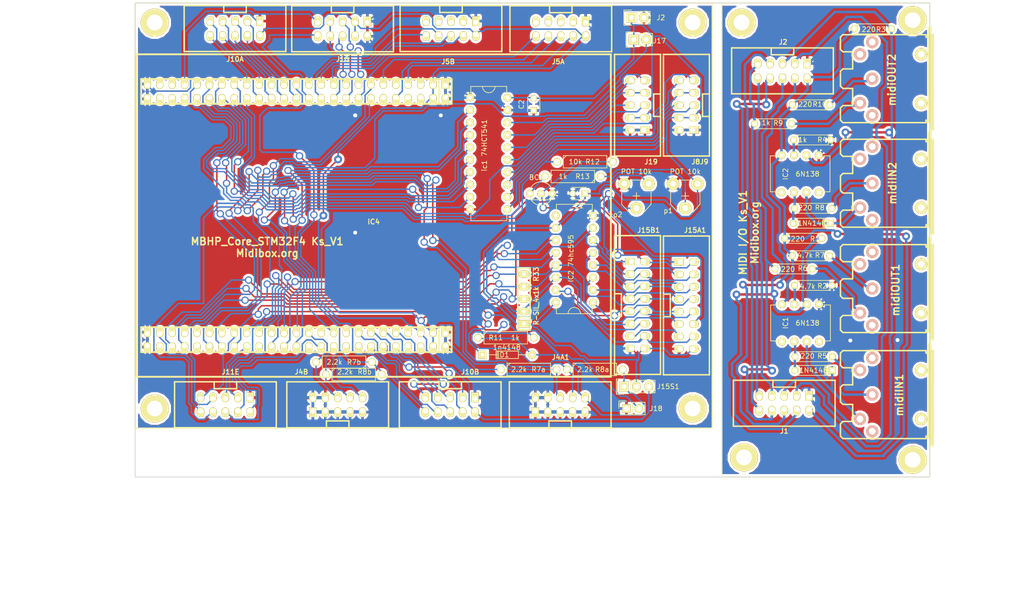
<source format=kicad_pcb>
(kicad_pcb (version 4) (host pcbnew 4.0.2-stable)
  (layers (0 F.Cu signal) (31 B.Cu signal) (34 B.Paste user) (35 F.Paste user) (36 B.SilkS user) (37 F.SilkS user) (38 B.Mask user) (39 F.Mask user) (44 Edge.Cuts user))
  (net 0 "")
  (net 1 "Net-(C1-Pad1)")
  (net 2 GND)
  (net 3 +5V)
  (net 4 /PD0)
  (net 5 /PD1)
  (net 6 /PB8)
  (net 7 /PA15)
  (net 8 /PB3)
  (net 9 /PB5)
  (net 10 /PD10)
  (net 11 /PB12)
  (net 12 /PB13)
  (net 13 /PB15)
  (net 14 "Net-(IC2-Pad1)")
  (net 15 "Net-(IC2-Pad2)")
  (net 16 "Net-(IC2-Pad3)")
  (net 17 "Net-(IC2-Pad4)")
  (net 18 "Net-(IC2-Pad5)")
  (net 19 "Net-(IC2-Pad6)")
  (net 20 /PD7)
  (net 21 "Net-(IC2-Pad9)")
  (net 22 /PD6)
  (net 23 /PD3)
  (net 24 /PC11)
  (net 25 /PA8)
  (net 26 "Net-(IC2-Pad15)")
  (net 27 /PB10)
  (net 28 /PB11)
  (net 29 /PB6)
  (net 30 /PB9)
  (net 31 +3V3)
  (net 32 "Net-(J5A1-Pad3)")
  (net 33 /PC1)
  (net 34 /PC2)
  (net 35 /PA1)
  (net 36 /PA4)
  (net 37 "Net-(J5B1-Pad3)")
  (net 38 /PC4)
  (net 39 /PC5)
  (net 40 /PB0)
  (net 41 /PB1)
  (net 42 /PB14)
  (net 43 /PE8)
  (net 44 /PE9)
  (net 45 /PE10)
  (net 46 /PE11)
  (net 47 /PE12)
  (net 48 /PE13)
  (net 49 /PE14)
  (net 50 /PE15)
  (net 51 /PC13)
  (net 52 /PC14)
  (net 53 /PC15)
  (net 54 /PE2)
  (net 55 /PE4)
  (net 56 /PE5)
  (net 57 /PE6)
  (net 58 /PE7)
  (net 59 /PD9)
  (net 60 /PA3)
  (net 61 /PD2)
  (net 62 /PB7)
  (net 63 /PD8)
  (net 64 /PA2)
  (net 65 /PC12)
  (net 66 /PC6)
  (net 67 "Net-(J15A1-Pad2)")
  (net 68 /PC8)
  (net 69 "Net-(J15A1-Pad13)")
  (net 70 /PC9)
  (net 71 /PA6)
  (net 72 /PA7)
  (net 73 /PA5)
  (net 74 /PD11)
  (net 75 /PB2)
  (net 76 /PA9)
  (net 77 /PB4)
  (net 78 "Net-(R13-Pad1)")
  (net 79 "Net-(R13-Pad2)")
  (net 80 "Net-(IC4-Pad59)")
  (net 81 "Net-(IC4-Pad61)")
  (net 82 "Net-(IC4-Pad63)")
  (net 83 "Net-(IC4-Pad71)")
  (net 84 "Net-(IC4-Pad79)")
  (net 85 "Net-(IC4-Pad83)")
  (net 86 "Net-(IC4-Pad93)")
  (net 87 "Net-(IC4-Pad96)")
  (net 88 "Net-(IC4-Pad94)")
  (net 89 "Net-(IC4-Pad86)")
  (net 90 "Net-(IC4-Pad84)")
  (net 91 "Net-(IC4-Pad70)")
  (net 92 "Net-(IC4-Pad60)")
  (net 93 "Net-(IC4-Pad54)")
  (net 94 "Net-(IC4-Pad48)")
  (net 95 "Net-(IC4-Pad46)")
  (net 96 "Net-(IC4-Pad44)")
  (net 97 "Net-(IC4-Pad12)")
  (net 98 "Net-(IC4-Pad8)")
  (net 99 "Net-(IC4-Pad6)")
  (net 100 "Net-(IC4-Pad9)")
  (net 101 "Net-(IC4-Pad45)")
  (net 102 "Net-(IC4-Pad47)")
  (net 103 "Net-(J8J9-Pad6)")
  (net 104 "Net-(J8J9-Pad7)")
  (net 105 "Net-(J8J9-Pad10)")
  (net 106 "Net-(J8J9-Pad9)")
  (net 107 "Net-(J19-Pad6)")
  (net 108 "Net-(J19-Pad7)")
  (net 109 "Net-(J19-Pad10)")
  (net 110 "Net-(J19-Pad9)")
  (net 111 "Net-(D1-Pad1)")
  (net 112 "Net-(D1-Pad2)")
  (net 113 "Net-(D2-Pad1)")
  (net 114 "Net-(D2-Pad2)")
  (net 115 "Net-(IC1-Pad6)")
  (net 116 "Net-(IC1-Pad7)")
  (net 117 "Net-(IC2-Pad7)")
  (net 118 "Net-(midiIN1-Pad3)")
  (net 119 "Net-(midiIN1-Pad4)")
  (net 120 "Net-(R5-Pad1)")
  (net 121 "Net-(midiIN1-Pad1)")
  (net 122 "Net-(midiIN2-Pad3)")
  (net 123 "Net-(midiIN2-Pad4)")
  (net 124 "Net-(R8-Pad1)")
  (net 125 "Net-(midiIN2-Pad1)")
  (net 126 "Net-(midiOUT1-Pad3)")
  (net 127 "Net-(midiOUT1-Pad4)")
  (net 128 "Net-(R7-Pad1)")
  (net 129 "Net-(midiOUT1-Pad1)")
  (net 130 "Net-(R6-Pad1)")
  (net 131 "Net-(midiOUT2-Pad3)")
  (net 132 "Net-(midiOUT2-Pad4)")
  (net 133 "Net-(R10-Pad1)")
  (net 134 "Net-(midiOUT2-Pad1)")
  (net 135 "Net-(R9-Pad1)")
  (net 136 "Net-(P1-Pad9)")
  (net 137 "Net-(P1-Pad10)")
  (net 138 "Net-(P1-Pad8)")
  (net 139 "Net-(P1-Pad7)")
  (net 140 "Net-(P1-Pad5)")
  (net 141 "Net-(P1-Pad6)")
  (module Housings_DIP:DIP-16_W7.62mm (layer F.Cu) (at 133.62 74.28 180)
    (fp_text reference "IC2 74hc595" (at 4.5 9 270) (layer F.SilkS))
    (fp_text value 74HC595)
    (pad 1 thru_hole oval (at 0 0 180) (size 1.6 1.6) (drill 0.8) (layers *.Cu *.Mask F.SilkS) (net 14 "Net-(IC2-Pad1)"))
    (pad 2 thru_hole oval (at 0 2.54 180) (size 1.6 1.6) (drill 0.8) (layers *.Cu *.Mask F.SilkS) (net 15 "Net-(IC2-Pad2)"))
    (pad 3 thru_hole oval (at 0 5.08 180) (size 1.6 1.6) (drill 0.8) (layers *.Cu *.Mask F.SilkS) (net 16 "Net-(IC2-Pad3)"))
    (pad 4 thru_hole oval (at 0 7.62 180) (size 1.6 1.6) (drill 0.8) (layers *.Cu *.Mask F.SilkS) (net 17 "Net-(IC2-Pad4)"))
    (pad 5 thru_hole oval (at 0 10.16 180) (size 1.6 1.6) (drill 0.8) (layers *.Cu *.Mask F.SilkS) (net 18 "Net-(IC2-Pad5)"))
    (pad 6 thru_hole oval (at 0 12.7 180) (size 1.6 1.6) (drill 0.8) (layers *.Cu *.Mask F.SilkS) (net 19 "Net-(IC2-Pad6)"))
    (pad 7 thru_hole oval (at 0 15.24 180) (size 1.6 1.6) (drill 0.8) (layers *.Cu *.Mask F.SilkS) (net 20 /PD7))
    (pad 8 thru_hole oval (at 0 17.78 180) (size 1.6 1.6) (drill 0.8) (layers *.Cu *.Mask F.SilkS) (net 2 GND))
    (pad 9 thru_hole oval (at 7.62 17.78 180) (size 1.6 1.6) (drill 0.8) (layers *.Cu *.Mask F.SilkS) (net 21 "Net-(IC2-Pad9)"))
    (pad 10 thru_hole oval (at 7.62 15.24 180) (size 1.6 1.6) (drill 0.8) (layers *.Cu *.Mask F.SilkS) (net 1 "Net-(C1-Pad1)"))
    (pad 11 thru_hole oval (at 7.62 12.7 180) (size 1.6 1.6) (drill 0.8) (layers *.Cu *.Mask F.SilkS) (net 22 /PD6))
    (pad 12 thru_hole oval (at 7.62 10.16 180) (size 1.6 1.6) (drill 0.8) (layers *.Cu *.Mask F.SilkS) (net 23 /PD3))
    (pad 13 thru_hole oval (at 7.62 7.62 180) (size 1.6 1.6) (drill 0.8) (layers *.Cu *.Mask F.SilkS) (net 24 /PC11))
    (pad 14 thru_hole oval (at 7.62 5.08 180) (size 1.6 1.6) (drill 0.8) (layers *.Cu *.Mask F.SilkS) (net 25 /PA8))
    (pad 15 thru_hole oval (at 7.62 2.54 180) (size 1.6 1.6) (drill 0.8) (layers *.Cu *.Mask F.SilkS) (net 26 "Net-(IC2-Pad15)"))
    (pad 16 thru_hole oval (at 7.62 0 180) (size 1.6 1.6) (drill 0.8) (layers *.Cu *.Mask F.SilkS) (net 1 "Net-(C1-Pad1)"))
  )
  (module Mounting_Holes:MountingHole_3.2mm_M3_ISO7380_Pad (layer F.Cu) (at 199 16.5)
    (fp_text reference "" (at 0 -3.85) (layer F.SilkS))
    (fp_text value MountingHole_3mm)
    (pad 1 thru_hole circle (at 0 0) (size 5.7 5.7) (drill 3.2) (layers *.Cu *.Mask F.SilkS))
  )
  (module Mounting_Holes:MountingHole_3.2mm_M3_ISO7380_Pad (layer F.Cu) (at 164 17)
    (fp_text reference "" (at 0 -3.85) (layer F.SilkS))
    (fp_text value MountingHole_3mm)
    (pad 1 thru_hole circle (at 0 0) (size 5.7 5.7) (drill 3.2) (layers *.Cu *.Mask F.SilkS))
  )
  (module Mounting_Holes:MountingHole_3.2mm_M3_ISO7380_Pad (layer F.Cu) (at 199 106.5)
    (fp_text reference "" (at 0 -3.85) (layer F.SilkS))
    (fp_text value MountingHole_3mm)
    (pad 1 thru_hole circle (at 0 0) (size 5.7 5.7) (drill 3.2) (layers *.Cu *.Mask F.SilkS))
  )
  (module Mounting_Holes:MountingHole_3.2mm_M3_ISO7380_Pad (layer F.Cu) (at 164.5 106)
    (fp_text reference "" (at 0 -3.85) (layer F.SilkS))
    (fp_text value MountingHole_3mm)
    (pad 1 thru_hole circle (at 0 0) (size 5.7 5.7) (drill 3.2) (layers *.Cu *.Mask F.SilkS))
  )
  (module "empreinte ksir:DIP-20_W7.62mm" (layer F.Cu) (at 108.5 32.38)
    (fp_text reference "ic1 74HCT541" (at 2.92 9.76 90) (layer F.SilkS))
    (fp_text value 74HCT541)
    (pad 1 thru_hole oval (at 0 0) (size 1.6 1.6) (drill 0.8) (layers *.Cu *.Mask F.SilkS) (net 2 GND))
    (pad 2 thru_hole oval (at 0 2.54) (size 1.6 1.6) (drill 0.8) (layers *.Cu *.Mask F.SilkS) (net 6 /PB8))
    (pad 3 thru_hole oval (at 0 5.08) (size 1.6 1.6) (drill 0.8) (layers *.Cu *.Mask F.SilkS) (net 7 /PA15))
    (pad 4 thru_hole oval (at 0 7.62) (size 1.6 1.6) (drill 0.8) (layers *.Cu *.Mask F.SilkS) (net 8 /PB3))
    (pad 5 thru_hole oval (at 0 10.16) (size 1.6 1.6) (drill 0.8) (layers *.Cu *.Mask F.SilkS) (net 9 /PB5))
    (pad 6 thru_hole oval (at 0 12.7) (size 1.6 1.6) (drill 0.8) (layers *.Cu *.Mask F.SilkS) (net 10 /PD10))
    (pad 7 thru_hole oval (at 0 15.24) (size 1.6 1.6) (drill 0.8) (layers *.Cu *.Mask F.SilkS) (net 11 /PB12))
    (pad 8 thru_hole oval (at 0 17.78) (size 1.6 1.6) (drill 0.8) (layers *.Cu *.Mask F.SilkS) (net 12 /PB13))
    (pad 9 thru_hole oval (at 0 20.32) (size 1.6 1.6) (drill 0.8) (layers *.Cu *.Mask F.SilkS) (net 13 /PB15))
    (pad 10 thru_hole oval (at 0 22.86) (size 1.6 1.6) (drill 0.8) (layers *.Cu *.Mask F.SilkS) (net 2 GND))
    (pad 11 thru_hole oval (at 7.62 22.86) (size 1.6 1.6) (drill 0.8) (layers *.Cu *.Mask F.SilkS) (net 103 "Net-(J8J9-Pad6)"))
    (pad 12 thru_hole oval (at 7.62 20.32) (size 1.6 1.6) (drill 0.8) (layers *.Cu *.Mask F.SilkS) (net 104 "Net-(J8J9-Pad7)"))
    (pad 13 thru_hole oval (at 7.62 17.78) (size 1.6 1.6) (drill 0.8) (layers *.Cu *.Mask F.SilkS) (net 105 "Net-(J8J9-Pad10)"))
    (pad 14 thru_hole oval (at 7.62 15.24) (size 1.6 1.6) (drill 0.8) (layers *.Cu *.Mask F.SilkS) (net 106 "Net-(J8J9-Pad9)"))
    (pad 15 thru_hole oval (at 7.62 12.7) (size 1.6 1.6) (drill 0.8) (layers *.Cu *.Mask F.SilkS) (net 107 "Net-(J19-Pad6)"))
    (pad 16 thru_hole oval (at 7.62 10.16) (size 1.6 1.6) (drill 0.8) (layers *.Cu *.Mask F.SilkS) (net 108 "Net-(J19-Pad7)"))
    (pad 17 thru_hole oval (at 7.62 7.62) (size 1.6 1.6) (drill 0.8) (layers *.Cu *.Mask F.SilkS) (net 109 "Net-(J19-Pad10)"))
    (pad 18 thru_hole oval (at 7.62 5.08) (size 1.6 1.6) (drill 0.8) (layers *.Cu *.Mask F.SilkS) (net 110 "Net-(J19-Pad9)"))
    (pad 19 thru_hole oval (at 7.62 2.54) (size 1.6 1.6) (drill 0.8) (layers *.Cu *.Mask F.SilkS) (net 2 GND))
    (pad 20 thru_hole oval (at 7.62 0) (size 1.6 1.6) (drill 0.8) (layers *.Cu *.Mask F.SilkS) (net 3 +5V))
  )
  (module w_conn_misc:stm32f4_discovery_header (layer F.Cu) (at 88.78 56.5)
    (fp_text reference IC4 (at 0 1.27) (layer F.SilkS) (effects (font (size 1.016 1.016) (thickness 0.2032))))
    (fp_text value STM32F4_Discovery_Header hide)
    (pad 51 thru_hole oval (at -46.28 24.13) (size 1.5 2) (drill 0.99822 (offset 0 -0.25)) (layers *.Cu *.Mask F.SilkS) (net 2 GND))
    (pad 53 thru_hole oval (at -43.74 24.13) (size 1.5 2) (drill 0.99822 (offset 0 -0.25)) (layers *.Cu *.Mask F.SilkS) (net 66 /PC6))
    (pad 55 thru_hole oval (at -41.2 24.13) (size 1.5 2) (drill 0.99822 (offset 0 -0.25)) (layers *.Cu *.Mask F.SilkS) (net 68 /PC8))
    (pad 57 thru_hole oval (at -38.66 24.13) (size 1.5 2) (drill 0.99822 (offset 0 -0.25)) (layers *.Cu *.Mask F.SilkS) (net 25 /PA8))
    (pad 59 thru_hole oval (at -36.12 24.13) (size 1.5 2) (drill 0.99822 (offset 0 -0.25)) (layers *.Cu *.Mask F.SilkS) (net 80 "Net-(IC4-Pad59)"))
    (pad 61 thru_hole oval (at -33.58 24.13) (size 1.5 2) (drill 0.99822 (offset 0 -0.25)) (layers *.Cu *.Mask F.SilkS) (net 81 "Net-(IC4-Pad61)"))
    (pad 63 thru_hole oval (at -31.04 24.13) (size 1.5 2) (drill 0.99822 (offset 0 -0.25)) (layers *.Cu *.Mask F.SilkS) (net 82 "Net-(IC4-Pad63)"))
    (pad 65 thru_hole oval (at -28.5 24.13) (size 1.5 2) (drill 0.99822 (offset 0 -0.25)) (layers *.Cu *.Mask F.SilkS) (net 65 /PC12))
    (pad 67 thru_hole oval (at -25.96 24.13) (size 1.5 2) (drill 0.99822 (offset 0 -0.25)) (layers *.Cu *.Mask F.SilkS) (net 5 /PD1))
    (pad 69 thru_hole oval (at -23.42 24.13) (size 1.5 2) (drill 0.99822 (offset 0 -0.25)) (layers *.Cu *.Mask F.SilkS) (net 23 /PD3))
    (pad 71 thru_hole oval (at -20.88 24.13) (size 1.5 2) (drill 0.99822 (offset 0 -0.25)) (layers *.Cu *.Mask F.SilkS) (net 83 "Net-(IC4-Pad71)"))
    (pad 73 thru_hole oval (at -18.34 24.13) (size 1.5 2) (drill 0.99822 (offset 0 -0.25)) (layers *.Cu *.Mask F.SilkS) (net 20 /PD7))
    (pad 75 thru_hole oval (at -15.8 24.13) (size 1.5 2) (drill 0.99822 (offset 0 -0.25)) (layers *.Cu *.Mask F.SilkS) (net 77 /PB4))
    (pad 77 thru_hole oval (at -13.26 24.13) (size 1.5 2) (drill 0.99822 (offset 0 -0.25)) (layers *.Cu *.Mask F.SilkS) (net 29 /PB6))
    (pad 79 thru_hole oval (at -10.72 24.13) (size 1.5 2) (drill 0.99822 (offset 0 -0.25)) (layers *.Cu *.Mask F.SilkS) (net 84 "Net-(IC4-Pad79)"))
    (pad 81 thru_hole oval (at -8.18 24.13) (size 1.5 2) (drill 0.99822 (offset 0 -0.25)) (layers *.Cu *.Mask F.SilkS) (net 6 /PB8))
    (pad 83 thru_hole oval (at -5.64 24.13) (size 1.5 2) (drill 0.99822 (offset 0 -0.25)) (layers *.Cu *.Mask F.SilkS) (net 85 "Net-(IC4-Pad83)"))
    (pad 85 thru_hole oval (at -3.1 24.13) (size 1.5 2) (drill 0.99822 (offset 0 -0.25)) (layers *.Cu *.Mask F.SilkS) (net 54 /PE2))
    (pad 87 thru_hole oval (at -0.56 24.13) (size 1.5 2) (drill 0.99822 (offset 0 -0.25)) (layers *.Cu *.Mask F.SilkS) (net 55 /PE4))
    (pad 89 thru_hole oval (at 1.98 24.13) (size 1.5 2) (drill 0.99822 (offset 0 -0.25)) (layers *.Cu *.Mask F.SilkS) (net 57 /PE6))
    (pad 91 thru_hole oval (at 4.52 24.13) (size 1.5 2) (drill 0.99822 (offset 0 -0.25)) (layers *.Cu *.Mask F.SilkS) (net 52 /PC14))
    (pad 93 thru_hole oval (at 7.06 24.13) (size 1.5 2) (drill 0.99822 (offset 0 -0.25)) (layers *.Cu *.Mask F.SilkS) (net 86 "Net-(IC4-Pad93)"))
    (pad 95 thru_hole oval (at 9.6 24.13) (size 1.5 2) (drill 0.99822 (offset 0 -0.25)) (layers *.Cu *.Mask F.SilkS) (net 31 +3V3))
    (pad 97 thru_hole oval (at 12.14 24.13) (size 1.5 2) (drill 0.99822 (offset 0 -0.25)) (layers *.Cu *.Mask F.SilkS) (net 3 +5V))
    (pad 99 thru_hole rect (at 14.68 24.13) (size 1.5 2) (drill 1.00076 (offset 0 -0.25)) (layers *.Cu *.Mask F.SilkS) (net 2 GND))
    (pad 100 thru_hole oval (at 14.68 26.67) (size 1.5 2) (drill 1.00076 (offset 0 0.25)) (layers *.Cu *.Mask F.SilkS) (net 2 GND))
    (pad 98 thru_hole oval (at 12.14 26.67) (size 1.5 2) (drill 1.00076 (offset 0 0.25)) (layers *.Cu *.Mask F.SilkS) (net 3 +5V))
    (pad 96 thru_hole oval (at 9.6 26.67) (size 1.5 2) (drill 1.00076 (offset 0 0.25)) (layers *.Cu *.Mask F.SilkS) (net 87 "Net-(IC4-Pad96)"))
    (pad 94 thru_hole oval (at 7.06 26.67) (size 1.5 2) (drill 1.00076 (offset 0 0.25)) (layers *.Cu *.Mask F.SilkS) (net 88 "Net-(IC4-Pad94)"))
    (pad 92 thru_hole oval (at 4.52 26.67) (size 1.5 2) (drill 1.00076 (offset 0 0.25)) (layers *.Cu *.Mask F.SilkS) (net 53 /PC15))
    (pad 90 thru_hole oval (at 1.98 26.67) (size 1.5 2) (drill 1.00076 (offset 0 0.25)) (layers *.Cu *.Mask F.SilkS) (net 51 /PC13))
    (pad 88 thru_hole oval (at -0.56 26.67) (size 1.5 2) (drill 1.00076 (offset 0 0.25)) (layers *.Cu *.Mask F.SilkS) (net 56 /PE5))
    (pad 86 thru_hole oval (at -3.1 26.67) (size 1.5 2) (drill 1.00076 (offset 0 0.25)) (layers *.Cu *.Mask F.SilkS) (net 89 "Net-(IC4-Pad86)"))
    (pad 84 thru_hole oval (at -5.64 26.67) (size 1.5 2) (drill 1.00076 (offset 0 0.25)) (layers *.Cu *.Mask F.SilkS) (net 90 "Net-(IC4-Pad84)"))
    (pad 82 thru_hole oval (at -8.18 26.67) (size 1.5 2) (drill 1.00076 (offset 0 0.25)) (layers *.Cu *.Mask F.SilkS) (net 30 /PB9))
    (pad 80 thru_hole oval (at -10.72 26.67) (size 1.5 2) (drill 1.00076 (offset 0 0.25)) (layers *.Cu *.Mask F.SilkS) (net 31 +3V3))
    (pad 78 thru_hole oval (at -13.26 26.67) (size 1.5 2) (drill 1.00076 (offset 0 0.25)) (layers *.Cu *.Mask F.SilkS) (net 62 /PB7))
    (pad 76 thru_hole oval (at -15.8 26.67) (size 1.5 2) (drill 1.00076 (offset 0 0.25)) (layers *.Cu *.Mask F.SilkS) (net 9 /PB5))
    (pad 74 thru_hole oval (at -18.34 26.67) (size 1.5 2) (drill 1.00076 (offset 0 0.25)) (layers *.Cu *.Mask F.SilkS) (net 8 /PB3))
    (pad 72 thru_hole oval (at -20.88 26.67) (size 1.5 2) (drill 1.00076 (offset 0 0.25)) (layers *.Cu *.Mask F.SilkS) (net 22 /PD6))
    (pad 70 thru_hole oval (at -23.42 26.67) (size 1.5 2) (drill 1.00076 (offset 0 0.25)) (layers *.Cu *.Mask F.SilkS) (net 91 "Net-(IC4-Pad70)"))
    (pad 68 thru_hole oval (at -25.96 26.67) (size 1.5 2) (drill 1.00076 (offset 0 0.25)) (layers *.Cu *.Mask F.SilkS) (net 61 /PD2))
    (pad 66 thru_hole oval (at -28.5 26.67) (size 1.5 2) (drill 1.00076 (offset 0 0.25)) (layers *.Cu *.Mask F.SilkS) (net 4 /PD0))
    (pad 64 thru_hole oval (at -31.04 26.67) (size 1.5 2) (drill 1.00076 (offset 0 0.25)) (layers *.Cu *.Mask F.SilkS) (net 24 /PC11))
    (pad 62 thru_hole oval (at -33.58 26.67) (size 1.5 2) (drill 1.00076 (offset 0 0.25)) (layers *.Cu *.Mask F.SilkS) (net 7 /PA15))
    (pad 60 thru_hole oval (at -36.12 26.67) (size 1.5 2) (drill 1.00076 (offset 0 0.25)) (layers *.Cu *.Mask F.SilkS) (net 92 "Net-(IC4-Pad60)"))
    (pad 58 thru_hole oval (at -38.66 26.67) (size 1.5 2) (drill 1.00076 (offset 0 0.25)) (layers *.Cu *.Mask F.SilkS) (net 76 /PA9))
    (pad 56 thru_hole oval (at -41.2 26.67) (size 1.5 2) (drill 1.00076 (offset 0 0.25)) (layers *.Cu *.Mask F.SilkS) (net 70 /PC9))
    (pad 54 thru_hole oval (at -43.74 26.67) (size 1.5 2) (drill 1.00076 (offset 0 0.25)) (layers *.Cu *.Mask F.SilkS) (net 93 "Net-(IC4-Pad54)"))
    (pad 52 thru_hole oval (at -46.28 26.67) (size 1.5 2) (drill 1.00076 (offset 0 0.25)) (layers *.Cu *.Mask F.SilkS) (net 2 GND))
    (pad 50 thru_hole oval (at -46.28 -24.13) (size 1.5 2) (drill 1.00076 (offset 0 0.25)) (layers *.Cu *.Mask F.SilkS) (net 2 GND))
    (pad 48 thru_hole oval (at -43.74 -24.13) (size 1.5 2) (drill 1.00076 (offset 0 0.25)) (layers *.Cu *.Mask F.SilkS) (net 94 "Net-(IC4-Pad48)"))
    (pad 46 thru_hole oval (at -41.2 -24.13) (size 1.5 2) (drill 1.00076 (offset 0 0.25)) (layers *.Cu *.Mask F.SilkS) (net 95 "Net-(IC4-Pad46)"))
    (pad 44 thru_hole oval (at -38.66 -24.13) (size 1.5 2) (drill 1.00076 (offset 0 0.25)) (layers *.Cu *.Mask F.SilkS) (net 96 "Net-(IC4-Pad44)"))
    (pad 42 thru_hole oval (at -36.12 -24.13) (size 1.5 2) (drill 1.00076 (offset 0 0.25)) (layers *.Cu *.Mask F.SilkS) (net 10 /PD10))
    (pad 40 thru_hole oval (at -33.58 -24.13) (size 1.5 2) (drill 1.00076 (offset 0 0.25)) (layers *.Cu *.Mask F.SilkS) (net 63 /PD8))
    (pad 38 thru_hole oval (at -31.04 -24.13) (size 1.5 2) (drill 1.00076 (offset 0 0.25)) (layers *.Cu *.Mask F.SilkS) (net 42 /PB14))
    (pad 36 thru_hole oval (at -28.5 -24.13) (size 1.5 2) (drill 1.00076 (offset 0 0.25)) (layers *.Cu *.Mask F.SilkS) (net 11 /PB12))
    (pad 34 thru_hole oval (at -25.96 -24.13) (size 1.5 2) (drill 1.00076 (offset 0 0.25)) (layers *.Cu *.Mask F.SilkS) (net 27 /PB10))
    (pad 32 thru_hole oval (at -23.42 -24.13) (size 1.5 2) (drill 1.00076 (offset 0 0.25)) (layers *.Cu *.Mask F.SilkS) (net 49 /PE14))
    (pad 30 thru_hole oval (at -20.88 -24.13) (size 1.5 2) (drill 1.00076 (offset 0 0.25)) (layers *.Cu *.Mask F.SilkS) (net 47 /PE12))
    (pad 28 thru_hole oval (at -18.34 -24.13) (size 1.5 2) (drill 1.00076 (offset 0 0.25)) (layers *.Cu *.Mask F.SilkS) (net 45 /PE10))
    (pad 26 thru_hole oval (at -15.8 -24.13) (size 1.5 2) (drill 1.00076 (offset 0 0.25)) (layers *.Cu *.Mask F.SilkS) (net 43 /PE8))
    (pad 24 thru_hole oval (at -13.26 -24.13) (size 1.5 2) (drill 1.00076 (offset 0 0.25)) (layers *.Cu *.Mask F.SilkS) (net 75 /PB2))
    (pad 22 thru_hole oval (at -10.72 -24.13) (size 1.5 2) (drill 1.00076 (offset 0 0.25)) (layers *.Cu *.Mask F.SilkS) (net 40 /PB0))
    (pad 20 thru_hole oval (at -8.18 -24.13) (size 1.5 2) (drill 1.00076 (offset 0 0.25)) (layers *.Cu *.Mask F.SilkS) (net 38 /PC4))
    (pad 18 thru_hole oval (at -5.64 -24.13) (size 1.5 2) (drill 1.00076 (offset 0 0.25)) (layers *.Cu *.Mask F.SilkS) (net 71 /PA6))
    (pad 16 thru_hole oval (at -3.1 -24.13) (size 1.5 2) (drill 1.00076 (offset 0 0.25)) (layers *.Cu *.Mask F.SilkS) (net 36 /PA4))
    (pad 14 thru_hole oval (at -0.56 -24.13) (size 1.5 2) (drill 1.00076 (offset 0 0.25)) (layers *.Cu *.Mask F.SilkS) (net 64 /PA2))
    (pad 12 thru_hole oval (at 1.98 -24.13) (size 1.5 2) (drill 1.00076 (offset 0 0.25)) (layers *.Cu *.Mask F.SilkS) (net 97 "Net-(IC4-Pad12)"))
    (pad 10 thru_hole oval (at 4.52 -24.13) (size 1.5 2) (drill 1.00076 (offset 0 0.25)) (layers *.Cu *.Mask F.SilkS) (net 34 /PC2))
    (pad 8 thru_hole oval (at 7.06 -24.13) (size 1.5 2) (drill 1.00076 (offset 0 0.25)) (layers *.Cu *.Mask F.SilkS) (net 98 "Net-(IC4-Pad8)"))
    (pad 6 thru_hole oval (at 9.6 -24.13) (size 1.5 2) (drill 1.00076 (offset 0 0.25)) (layers *.Cu *.Mask F.SilkS) (net 99 "Net-(IC4-Pad6)"))
    (pad 4 thru_hole oval (at 12.14 -24.13) (size 1.5 2) (drill 1.00076 (offset 0 0.25)) (layers *.Cu *.Mask F.SilkS) (net 31 +3V3))
    (pad 2 thru_hole oval (at 14.68 -24.13) (size 1.5 2) (drill 1.00076 (offset 0 0.25)) (layers *.Cu *.Mask F.SilkS) (net 2 GND))
    (pad 1 thru_hole rect (at 14.68 -26.67) (size 1.5 2) (drill 1.00076 (offset 0 -0.25)) (layers *.Cu *.Mask F.SilkS) (net 2 GND))
    (pad 3 thru_hole oval (at 12.14 -26.67) (size 1.5 2) (drill 0.99822 (offset 0 -0.25)) (layers *.Cu *.Mask F.SilkS) (net 31 +3V3))
    (pad 5 thru_hole oval (at 9.6 -26.67) (size 1.5 2) (drill 0.99822 (offset 0 -0.25)) (layers *.Cu *.Mask F.SilkS) (net 2 GND))
    (pad 7 thru_hole oval (at 7.06 -26.67) (size 1.5 2) (drill 0.99822 (offset 0 -0.25)) (layers *.Cu *.Mask F.SilkS) (net 33 /PC1))
    (pad 9 thru_hole oval (at 4.52 -26.67) (size 1.5 2) (drill 0.99822 (offset 0 -0.25)) (layers *.Cu *.Mask F.SilkS) (net 100 "Net-(IC4-Pad9)"))
    (pad 11 thru_hole oval (at 1.98 -26.67) (size 1.5 2) (drill 0.99822 (offset 0 -0.25)) (layers *.Cu *.Mask F.SilkS) (net 35 /PA1))
    (pad 13 thru_hole oval (at -0.56 -26.67) (size 1.5 2) (drill 0.99822 (offset 0 -0.25)) (layers *.Cu *.Mask F.SilkS) (net 60 /PA3))
    (pad 15 thru_hole oval (at -3.1 -26.67) (size 1.5 2) (drill 0.99822 (offset 0 -0.25)) (layers *.Cu *.Mask F.SilkS) (net 73 /PA5))
    (pad 17 thru_hole oval (at -5.64 -26.67) (size 1.5 2) (drill 0.99822 (offset 0 -0.25)) (layers *.Cu *.Mask F.SilkS) (net 72 /PA7))
    (pad 19 thru_hole oval (at -8.18 -26.67) (size 1.5 2) (drill 0.99822 (offset 0 -0.25)) (layers *.Cu *.Mask F.SilkS) (net 39 /PC5))
    (pad 21 thru_hole oval (at -10.72 -26.67) (size 1.5 2) (drill 0.99822 (offset 0 -0.25)) (layers *.Cu *.Mask F.SilkS) (net 41 /PB1))
    (pad 23 thru_hole oval (at -13.26 -26.67) (size 1.5 2) (drill 0.99822 (offset 0 -0.25)) (layers *.Cu *.Mask F.SilkS) (net 2 GND))
    (pad 25 thru_hole oval (at -15.8 -26.67) (size 1.5 2) (drill 0.99822 (offset 0 -0.25)) (layers *.Cu *.Mask F.SilkS) (net 58 /PE7))
    (pad 27 thru_hole oval (at -18.34 -26.67) (size 1.5 2) (drill 0.99822 (offset 0 -0.25)) (layers *.Cu *.Mask F.SilkS) (net 44 /PE9))
    (pad 29 thru_hole oval (at -20.88 -26.67) (size 1.5 2) (drill 0.99822 (offset 0 -0.25)) (layers *.Cu *.Mask F.SilkS) (net 46 /PE11))
    (pad 31 thru_hole oval (at -23.42 -26.67) (size 1.5 2) (drill 0.99822 (offset 0 -0.25)) (layers *.Cu *.Mask F.SilkS) (net 48 /PE13))
    (pad 33 thru_hole oval (at -25.96 -26.67) (size 1.5 2) (drill 0.99822 (offset 0 -0.25)) (layers *.Cu *.Mask F.SilkS) (net 50 /PE15))
    (pad 35 thru_hole oval (at -28.5 -26.67) (size 1.5 2) (drill 0.99822 (offset 0 -0.25)) (layers *.Cu *.Mask F.SilkS) (net 28 /PB11))
    (pad 37 thru_hole oval (at -31.04 -26.67) (size 1.5 2) (drill 0.99822 (offset 0 -0.25)) (layers *.Cu *.Mask F.SilkS) (net 12 /PB13))
    (pad 39 thru_hole oval (at -33.58 -26.67) (size 1.5 2) (drill 0.99822 (offset 0 -0.25)) (layers *.Cu *.Mask F.SilkS) (net 13 /PB15))
    (pad 41 thru_hole oval (at -36.12 -26.67) (size 1.5 2) (drill 0.99822 (offset 0 -0.25)) (layers *.Cu *.Mask F.SilkS) (net 59 /PD9))
    (pad 43 thru_hole oval (at -38.66 -26.67) (size 1.5 2) (drill 0.99822 (offset 0 -0.25)) (layers *.Cu *.Mask F.SilkS) (net 74 /PD11))
    (pad 45 thru_hole oval (at -41.2 -26.67) (size 1.5 2) (drill 0.99822 (offset 0 -0.25)) (layers *.Cu *.Mask F.SilkS) (net 101 "Net-(IC4-Pad45)"))
    (pad 47 thru_hole oval (at -43.74 -26.67) (size 1.5 2) (drill 0.99822 (offset 0 -0.25)) (layers *.Cu *.Mask F.SilkS) (net 102 "Net-(IC4-Pad47)"))
    (pad 49 thru_hole oval (at -46.28 -26.67) (size 1.5 2) (drill 0.99822 (offset 0 -0.25)) (layers *.Cu *.Mask F.SilkS) (net 2 GND))
  )
  (module Mounting_Holes:MountingHole_3.2mm_M3_ISO7380_Pad (layer F.Cu) (at 44 96)
    (fp_text reference "" (at 0 -3.85) (layer F.SilkS))
    (fp_text value MountingHole_3mm)
    (pad 1 thru_hole circle (at 0 0) (size 5.7 5.7) (drill 3.2) (layers *.Cu *.Mask F.SilkS))
  )
  (module Diodes_ThroughHole:Diode_DO-35_SOD27_Horizontal_RM10 (layer F.Cu) (at 111 85)
    (fp_text reference D1 (at 4.50052 -0.00254) (layer F.SilkS))
    (fp_text value 1n4148 (at 5 -1.5) (layer F.SilkS))
    (pad 2 thru_hole circle (at 10.16052 -0.00254 180) (size 1.69926 1.69926) (drill 0.70104) (layers *.Cu *.Mask F.SilkS) (net 4 /PD0))
    (pad 1 thru_hole rect (at 0.00052 -0.00254 180) (size 1.69926 1.69926) (drill 0.70104) (layers *.Cu *.Mask F.SilkS) (net 5 /PD1))
  )
  (module Pin_Headers:Pin_Header_Straight_1x02 (layer F.Cu) (at 141.5 16 90)
    (fp_text reference J2 (at 0 6 180) (layer F.SilkS))
    (fp_text value CONN_2)
    (pad 1 thru_hole rect (at 0 0 90) (size 2.032 2.032) (drill 1.016) (layers *.Cu *.Mask F.SilkS) (net 3 +5V))
    (pad 2 thru_hole oval (at 0 2.54 90) (size 2.032 2.032) (drill 1.016) (layers *.Cu *.Mask F.SilkS) (net 2 GND))
  )
  (module Pin_Headers:Pin_Header_Straight_1x03 (layer F.Cu) (at 139.96 91.5 90)
    (fp_text reference J15S1 (at 0 9.04 180) (layer F.SilkS))
    (fp_text value CONN_01X03)
    (pad 1 thru_hole rect (at 0 0 90) (size 2.032 1.7272) (drill 1.016) (layers *.Cu *.Mask F.SilkS) (net 3 +5V))
    (pad 2 thru_hole oval (at 0 2.54 90) (size 2.032 1.7272) (drill 1.016) (layers *.Cu *.Mask F.SilkS) (net 1 "Net-(C1-Pad1)"))
    (pad 3 thru_hole oval (at 0 5.08 90) (size 2.032 1.7272) (drill 1.016) (layers *.Cu *.Mask F.SilkS) (net 31 +3V3))
  )
  (module Pin_Headers:Pin_Header_Straight_1x02 (layer F.Cu) (at 141.96 20.5 90)
    (fp_text reference J17 (at -0.25 5.25 180) (layer F.SilkS))
    (fp_text value CONN_01X02)
    (pad 1 thru_hole rect (at 0 0 90) (size 2.032 2.032) (drill 1.016) (layers *.Cu *.Mask F.SilkS) (net 3 +5V))
    (pad 2 thru_hole oval (at 0 2.54 90) (size 2.032 2.032) (drill 1.016) (layers *.Cu *.Mask F.SilkS) (net 76 /PA9))
  )
  (module w_pth_resistors:r-sil_5 (layer F.Cu) (at 119.5 73.58 90)
    (fp_text reference R33 (at 5.08 2.5 90) (layer F.SilkS) (effects (font (size 1.016 1.016) (thickness 0.2032))))
    (fp_text value R-SIL_4x1k (at -1.42 2.5 90) (layer F.SilkS) (effects (font (size 1.016 0.889) (thickness 0.2032))))
    (pad 1 thru_hole rect (at -5.08 0 90) (size 1.524 2.19964) (drill 0.8001) (layers *.Cu *.Mask F.SilkS) (net 1 "Net-(C1-Pad1)"))
    (pad 2 thru_hole oval (at -2.54 0 90) (size 1.524 2.19964) (drill 0.8001) (layers *.Cu *.Mask F.SilkS) (net 25 /PA8))
    (pad 3 thru_hole oval (at 0 0 90) (size 1.524 2.19964) (drill 0.8001) (layers *.Cu *.Mask F.SilkS) (net 68 /PC8))
    (pad 4 thru_hole oval (at 2.54 0 90) (size 1.524 2.19964) (drill 0.8001) (layers *.Cu *.Mask F.SilkS) (net 70 /PC9))
    (pad 5 thru_hole oval (at 5.08 0 90) (size 1.524 2.19964) (drill 0.8001) (layers *.Cu *.Mask F.SilkS) (net 24 /PC11))
  )
  (module Discret:R4-5 (layer F.Cu) (at 115.785 81.5)
    (fp_text reference R11 (at -2.043 0) (layer F.SilkS))
    (fp_text value 1k (at 1.957 0) (layer F.SilkS))
    (pad 1 thru_hole circle (at -5.715 0) (size 1.524 1.524) (drill 1.016) (layers *.Cu *.Mask F.SilkS) (net 4 /PD0))
    (pad 2 thru_hole circle (at 5.715 0) (size 1.524 1.524) (drill 1.016) (layers *.Cu *.Mask F.SilkS) (net 3 +5V))
  )
  (module Discret:R4-5 (layer F.Cu) (at 134 88)
    (fp_text reference R8a (at 1.5 0) (layer F.SilkS))
    (fp_text value 2.2k (at -2 0) (layer F.SilkS))
    (pad 1 thru_hole circle (at -5.715 0) (size 1.524 1.524) (drill 1.016) (layers *.Cu *.Mask F.SilkS) (net 28 /PB11))
    (pad 2 thru_hole circle (at 5.715 0) (size 1.524 1.524) (drill 1.016) (layers *.Cu *.Mask F.SilkS) (net 3 +5V))
  )
  (module Discret:R4-5 (layer F.Cu) (at 84.715 89)
    (fp_text reference R8b (at 2.215 -0.5) (layer F.SilkS))
    (fp_text value 2.2k (at -1.785 -0.5) (layer F.SilkS))
    (pad 1 thru_hole circle (at -5.715 0) (size 1.524 1.524) (drill 1.016) (layers *.Cu *.Mask F.SilkS) (net 30 /PB9))
    (pad 2 thru_hole circle (at 5.715 0) (size 1.524 1.524) (drill 1.016) (layers *.Cu *.Mask F.SilkS) (net 3 +5V))
  )
  (module Discret:R4-5 (layer F.Cu) (at 129.5 48.5 180)
    (fp_text reference R13 (at -1.993 0 180) (layer F.SilkS))
    (fp_text value 1k (at 2.007 0 180) (layer F.SilkS))
    (pad 1 thru_hole circle (at -5.715 0 180) (size 1.524 1.524) (drill 1.016) (layers *.Cu *.Mask F.SilkS) (net 78 "Net-(R13-Pad1)"))
    (pad 2 thru_hole circle (at 5.715 0 180) (size 1.524 1.524) (drill 1.016) (layers *.Cu *.Mask F.SilkS) (net 79 "Net-(R13-Pad2)"))
  )
  (module Discret:R4-5 (layer F.Cu) (at 82.715 86.5 180)
    (fp_text reference R7b (at -2.043 0 180) (layer F.SilkS))
    (fp_text value 2.2k (at 1.957 0.005001 180) (layer F.SilkS))
    (pad 1 thru_hole circle (at -5.715 0 180) (size 1.524 1.524) (drill 1.016) (layers *.Cu *.Mask F.SilkS) (net 3 +5V))
    (pad 2 thru_hole circle (at 5.715 0 180) (size 1.524 1.524) (drill 1.016) (layers *.Cu *.Mask F.SilkS) (net 29 /PB6))
  )
  (module Discret:R4-5 (layer F.Cu) (at 120.5 88)
    (fp_text reference R7a (at 1.993 0) (layer F.SilkS))
    (fp_text value 2.2k (at -2.007 0) (layer F.SilkS))
    (pad 1 thru_hole circle (at -5.715 0) (size 1.524 1.524) (drill 1.016) (layers *.Cu *.Mask F.SilkS) (net 3 +5V))
    (pad 2 thru_hole circle (at 5.715 0) (size 1.524 1.524) (drill 1.016) (layers *.Cu *.Mask F.SilkS) (net 27 /PB10))
  )
  (module Discret:R4-5 (layer F.Cu) (at 132 45.5)
    (fp_text reference R12 (at 1.543 0) (layer F.SilkS))
    (fp_text value 10k (at -1.957 0) (layer F.SilkS))
    (pad 1 thru_hole circle (at -5.715 0) (size 1.524 1.524) (drill 1.016) (layers *.Cu *.Mask F.SilkS) (net 3 +5V))
    (pad 2 thru_hole circle (at 5.715 0) (size 1.524 1.524) (drill 1.016) (layers *.Cu *.Mask F.SilkS) (net 67 "Net-(J15A1-Pad2)"))
  )
  (module Potentiometers:Potentiometer_VishaySpectrol-Econtrim-Type36T (layer F.Cu) (at 144.99936 50.00128 180)
    (fp_text reference p2 (at 6.30936 -6.30936 180) (layer F.SilkS))
    (fp_text value "POT 10k" (at 2.49936 2.50128 180) (layer F.SilkS))
    (pad 2 thru_hole circle (at 2.49936 -4.99872 180) (size 2.49936 2.49936) (drill 1.19888) (layers *.Cu *.Mask F.SilkS) (net 68 /PC8))
    (pad 3 thru_hole circle (at 4.99872 0 180) (size 2.49936 2.49936) (drill 1.19888) (layers *.Cu *.Mask F.SilkS) (net 2 GND))
    (pad 1 thru_hole circle (at 0 0 180) (size 2.49936 2.49936) (drill 1.19888) (layers *.Cu *.Mask F.SilkS) (net 1 "Net-(C1-Pad1)"))
  )
  (module Potentiometers:Potentiometer_VishaySpectrol-Econtrim-Type36T (layer F.Cu) (at 154.99936 50.00128 180)
    (fp_text reference p1 (at 5.99936 -5.49872 180) (layer F.SilkS))
    (fp_text value "POT 10k" (at 2.49936 2.50128 180) (layer F.SilkS))
    (pad 2 thru_hole circle (at 2.49936 -4.99872 180) (size 2.49936 2.49936) (drill 1.19888) (layers *.Cu *.Mask F.SilkS) (net 78 "Net-(R13-Pad1)"))
    (pad 3 thru_hole circle (at 4.99872 0 180) (size 2.49936 2.49936) (drill 1.19888) (layers *.Cu *.Mask F.SilkS) (net 2 GND))
    (pad 1 thru_hole circle (at 0 0 180) (size 2.49936 2.49936) (drill 1.19888) (layers *.Cu *.Mask F.SilkS) (net 3 +5V))
  )
  (module Pin_Headers:Pin_Header_Straight_2x01 (layer F.Cu) (at 140.46 96)
    (fp_text reference J18 (at 6.04 0) (layer F.SilkS))
    (fp_text value CONN_2)
    (pad 1 thru_hole rect (at 0 0) (size 1.7272 1.7272) (drill 1.016) (layers *.Cu *.Mask F.SilkS) (net 2 GND))
    (pad 2 thru_hole oval (at 2.54 0) (size 1.7272 1.7272) (drill 1.016) (layers *.Cu *.Mask F.SilkS) (net 4 /PD0))
  )
  (module "empreinte ksir:bc337" (layer F.Cu) (at 123 52)
    (fp_text reference "" (at 0.508 3.556) (layer F.SilkS))
    (fp_text value BC337 (at 0 -3.302) (layer F.SilkS))
    (pad 3 thru_hole circle (at 0 0) (size 1.524 1.524) (drill 0.762) (layers *.Cu *.Mask F.SilkS) (net 67 "Net-(J15A1-Pad2)"))
    (pad 2 thru_hole circle (at 2.286 0) (size 1.524 1.524) (drill 0.762) (layers *.Cu *.Mask F.SilkS) (net 2 GND))
    (pad 1 thru_hole circle (at -2.286 0) (size 1.524 1.524) (drill 0.762) (layers *.Cu *.Mask F.SilkS) (net 79 "Net-(R13-Pad2)"))
  )
  (module w_conn_strip:vasch_strip_5x2 (layer F.Cu) (at 142.73 33.92 90)
    (fp_text reference J19 (at -11.58 2.77 180) (layer F.SilkS) (effects (font (thickness 0.2032))))
    (fp_text value CONN_02X05 hide)
    (pad 9 thru_hole oval (at 5.08 1.27 90) (size 1.5 2) (drill 1 (offset 0 0.25)) (layers *.Cu *.Mask F.SilkS) (net 110 "Net-(J19-Pad9)"))
    (pad 10 thru_hole oval (at 5.08 -1.27 90) (size 1.5 2) (drill 1 (offset 0 -0.25)) (layers *.Cu *.Mask F.SilkS) (net 109 "Net-(J19-Pad10)"))
    (pad 8 thru_hole oval (at 2.54 -1.27 90) (size 1.5 2) (drill 1 (offset 0 -0.25)) (layers *.Cu *.Mask F.SilkS) (net 108 "Net-(J19-Pad7)"))
    (pad 7 thru_hole oval (at 2.54 1.27 90) (size 1.5 2) (drill 1 (offset 0 0.25)) (layers *.Cu *.Mask F.SilkS) (net 108 "Net-(J19-Pad7)"))
    (pad 1 thru_hole rect (at -5.08 1.27 90) (size 1.5 2) (drill 1 (offset 0 0.25)) (layers *.Cu *.Mask F.SilkS) (net 2 GND))
    (pad 2 thru_hole oval (at -5.08 -1.27 90) (size 1.5 2) (drill 1 (offset 0 -0.25)) (layers *.Cu *.Mask F.SilkS) (net 2 GND))
    (pad 3 thru_hole oval (at -2.54 1.27 90) (size 1.5 2) (drill 1 (offset 0 0.25)) (layers *.Cu *.Mask F.SilkS) (net 3 +5V))
    (pad 4 thru_hole oval (at -2.54 -1.27 90) (size 1.5 2) (drill 1 (offset 0 -0.25)) (layers *.Cu *.Mask F.SilkS) (net 3 +5V))
    (pad 5 thru_hole oval (at 0 1.27 90) (size 1.5 2) (drill 1 (offset 0 0.25)) (layers *.Cu *.Mask F.SilkS) (net 77 /PB4))
    (pad 6 thru_hole oval (at 0 -1.27 90) (size 1.5 2) (drill 1 (offset 0 -0.25)) (layers *.Cu *.Mask F.SilkS) (net 107 "Net-(J19-Pad6)"))
  )
  (module w_conn_strip:vasch_strip_5x2 (layer F.Cu) (at 82.42 18.27 180)
    (fp_text reference J16 (at 0 -6.23 180) (layer F.SilkS) (effects (font (thickness 0.2032))))
    (fp_text value CONN_02X05 hide)
    (pad 9 thru_hole oval (at 5.08 1.27 180) (size 1.5 2) (drill 1 (offset 0 0.25)) (layers *.Cu *.Mask F.SilkS) (net 74 /PD11))
    (pad 10 thru_hole oval (at 5.08 -1.27 180) (size 1.5 2) (drill 1 (offset 0 -0.25)) (layers *.Cu *.Mask F.SilkS) (net 75 /PB2))
    (pad 8 thru_hole oval (at 2.54 -1.27 180) (size 1.5 2) (drill 1 (offset 0 -0.25)) (layers *.Cu *.Mask F.SilkS) (net 73 /PA5))
    (pad 7 thru_hole oval (at 2.54 1.27 180) (size 1.5 2) (drill 1 (offset 0 0.25)) (layers *.Cu *.Mask F.SilkS) (net 73 /PA5))
    (pad 1 thru_hole rect (at -5.08 1.27 180) (size 1.5 2) (drill 1 (offset 0 0.25)) (layers *.Cu *.Mask F.SilkS) (net 2 GND))
    (pad 2 thru_hole oval (at -5.08 -1.27 180) (size 1.5 2) (drill 1 (offset 0 -0.25)) (layers *.Cu *.Mask F.SilkS) (net 2 GND))
    (pad 3 thru_hole oval (at -2.54 1.27 180) (size 1.5 2) (drill 1 (offset 0 0.25)) (layers *.Cu *.Mask F.SilkS) (net 31 +3V3))
    (pad 4 thru_hole oval (at -2.54 -1.27 180) (size 1.5 2) (drill 1 (offset 0 -0.25)) (layers *.Cu *.Mask F.SilkS) (net 31 +3V3))
    (pad 5 thru_hole oval (at 0 1.27 180) (size 1.5 2) (drill 1 (offset 0 0.25)) (layers *.Cu *.Mask F.SilkS) (net 71 /PA6))
    (pad 6 thru_hole oval (at 0 -1.27 180) (size 1.5 2) (drill 1 (offset 0 -0.25)) (layers *.Cu *.Mask F.SilkS) (net 72 /PA7))
  )
  (module w_conn_strip:vasch_strip_5x2 (layer F.Cu) (at 58.46 95.23 180)
    (fp_text reference J11E (at -1.04 6.73 180) (layer F.SilkS) (effects (font (thickness 0.2032))))
    (fp_text value CONN_02X05 hide)
    (pad 9 thru_hole oval (at 5.08 1.27 180) (size 1.5 2) (drill 1 (offset 0 0.25)) (layers *.Cu *.Mask F.SilkS) (net 65 /PC12))
    (pad 10 thru_hole oval (at 5.08 -1.27 180) (size 1.5 2) (drill 1 (offset 0 -0.25)) (layers *.Cu *.Mask F.SilkS) (net 66 /PC6))
    (pad 8 thru_hole oval (at 2.54 -1.27 180) (size 1.5 2) (drill 1 (offset 0 -0.25)) (layers *.Cu *.Mask F.SilkS) (net 64 /PA2))
    (pad 7 thru_hole oval (at 2.54 1.27 180) (size 1.5 2) (drill 1 (offset 0 0.25)) (layers *.Cu *.Mask F.SilkS) (net 63 /PD8))
    (pad 1 thru_hole rect (at -5.08 1.27 180) (size 1.5 2) (drill 1 (offset 0 0.25)) (layers *.Cu *.Mask F.SilkS) (net 2 GND))
    (pad 2 thru_hole oval (at -5.08 -1.27 180) (size 1.5 2) (drill 1 (offset 0 -0.25)) (layers *.Cu *.Mask F.SilkS) (net 31 +3V3))
    (pad 3 thru_hole oval (at -2.54 1.27 180) (size 1.5 2) (drill 1 (offset 0 0.25)) (layers *.Cu *.Mask F.SilkS) (net 59 /PD9))
    (pad 4 thru_hole oval (at -2.54 -1.27 180) (size 1.5 2) (drill 1 (offset 0 -0.25)) (layers *.Cu *.Mask F.SilkS) (net 60 /PA3))
    (pad 5 thru_hole oval (at 0 1.27 180) (size 1.5 2) (drill 1 (offset 0 0.25)) (layers *.Cu *.Mask F.SilkS) (net 61 /PD2))
    (pad 6 thru_hole oval (at 0 -1.27 180) (size 1.5 2) (drill 1 (offset 0 -0.25)) (layers *.Cu *.Mask F.SilkS) (net 62 /PB7))
  )
  (module w_conn_strip:vasch_strip_5x2 (layer F.Cu) (at 104.42 95.23 180)
    (fp_text reference J10B (at -4.08 6.73 180) (layer F.SilkS) (effects (font (thickness 0.2032))))
    (fp_text value CONN_02X05 hide)
    (pad 9 thru_hole oval (at 5.08 1.27 180) (size 1.5 2) (drill 1 (offset 0 0.25)) (layers *.Cu *.Mask F.SilkS) (net 57 /PE6))
    (pad 10 thru_hole oval (at 5.08 -1.27 180) (size 1.5 2) (drill 1 (offset 0 -0.25)) (layers *.Cu *.Mask F.SilkS) (net 58 /PE7))
    (pad 8 thru_hole oval (at 2.54 -1.27 180) (size 1.5 2) (drill 1 (offset 0 -0.25)) (layers *.Cu *.Mask F.SilkS) (net 56 /PE5))
    (pad 7 thru_hole oval (at 2.54 1.27 180) (size 1.5 2) (drill 1 (offset 0 0.25)) (layers *.Cu *.Mask F.SilkS) (net 55 /PE4))
    (pad 1 thru_hole rect (at -5.08 1.27 180) (size 1.5 2) (drill 1 (offset 0 0.25)) (layers *.Cu *.Mask F.SilkS) (net 2 GND))
    (pad 2 thru_hole oval (at -5.08 -1.27 180) (size 1.5 2) (drill 1 (offset 0 -0.25)) (layers *.Cu *.Mask F.SilkS) (net 31 +3V3))
    (pad 3 thru_hole oval (at -2.54 1.27 180) (size 1.5 2) (drill 1 (offset 0 0.25)) (layers *.Cu *.Mask F.SilkS) (net 51 /PC13))
    (pad 4 thru_hole oval (at -2.54 -1.27 180) (size 1.5 2) (drill 1 (offset 0 -0.25)) (layers *.Cu *.Mask F.SilkS) (net 52 /PC14))
    (pad 5 thru_hole oval (at 0 1.27 180) (size 1.5 2) (drill 1 (offset 0 0.25)) (layers *.Cu *.Mask F.SilkS) (net 53 /PC15))
    (pad 6 thru_hole oval (at 0 -1.27 180) (size 1.5 2) (drill 1 (offset 0 -0.25)) (layers *.Cu *.Mask F.SilkS) (net 54 /PE2))
  )
  (module w_conn_strip:vasch_strip_5x2 (layer F.Cu) (at 60.42 18.23 180)
    (fp_text reference J10A (at 0 -6.27 180) (layer F.SilkS) (effects (font (thickness 0.2032))))
    (fp_text value CONN_02X05 hide)
    (pad 9 thru_hole oval (at 5.08 1.27 180) (size 1.5 2) (drill 1 (offset 0 0.25)) (layers *.Cu *.Mask F.SilkS) (net 49 /PE14))
    (pad 10 thru_hole oval (at 5.08 -1.27 180) (size 1.5 2) (drill 1 (offset 0 -0.25)) (layers *.Cu *.Mask F.SilkS) (net 50 /PE15))
    (pad 8 thru_hole oval (at 2.54 -1.27 180) (size 1.5 2) (drill 1 (offset 0 -0.25)) (layers *.Cu *.Mask F.SilkS) (net 48 /PE13))
    (pad 7 thru_hole oval (at 2.54 1.27 180) (size 1.5 2) (drill 1 (offset 0 0.25)) (layers *.Cu *.Mask F.SilkS) (net 47 /PE12))
    (pad 1 thru_hole rect (at -5.08 1.27 180) (size 1.5 2) (drill 1 (offset 0 0.25)) (layers *.Cu *.Mask F.SilkS) (net 2 GND))
    (pad 2 thru_hole oval (at -5.08 -1.27 180) (size 1.5 2) (drill 1 (offset 0 -0.25)) (layers *.Cu *.Mask F.SilkS) (net 31 +3V3))
    (pad 3 thru_hole oval (at -2.54 1.27 180) (size 1.5 2) (drill 1 (offset 0 0.25)) (layers *.Cu *.Mask F.SilkS) (net 43 /PE8))
    (pad 4 thru_hole oval (at -2.54 -1.27 180) (size 1.5 2) (drill 1 (offset 0 -0.25)) (layers *.Cu *.Mask F.SilkS) (net 44 /PE9))
    (pad 5 thru_hole oval (at 0 1.27 180) (size 1.5 2) (drill 1 (offset 0 0.25)) (layers *.Cu *.Mask F.SilkS) (net 45 /PE10))
    (pad 6 thru_hole oval (at 0 -1.27 180) (size 1.5 2) (drill 1 (offset 0 -0.25)) (layers *.Cu *.Mask F.SilkS) (net 46 /PE11))
  )
  (module w_conn_strip:vasch_strip_5x2 (layer F.Cu) (at 152.73 33.92 90)
    (fp_text reference J8J9 (at -11.58 2.77 180) (layer F.SilkS) (effects (font (thickness 0.2032))))
    (fp_text value CONN_02X05 hide)
    (pad 9 thru_hole oval (at 5.08 1.27 90) (size 1.5 2) (drill 1 (offset 0 0.25)) (layers *.Cu *.Mask F.SilkS) (net 106 "Net-(J8J9-Pad9)"))
    (pad 10 thru_hole oval (at 5.08 -1.27 90) (size 1.5 2) (drill 1 (offset 0 -0.25)) (layers *.Cu *.Mask F.SilkS) (net 105 "Net-(J8J9-Pad10)"))
    (pad 8 thru_hole oval (at 2.54 -1.27 90) (size 1.5 2) (drill 1 (offset 0 -0.25)) (layers *.Cu *.Mask F.SilkS) (net 104 "Net-(J8J9-Pad7)"))
    (pad 7 thru_hole oval (at 2.54 1.27 90) (size 1.5 2) (drill 1 (offset 0 0.25)) (layers *.Cu *.Mask F.SilkS) (net 104 "Net-(J8J9-Pad7)"))
    (pad 1 thru_hole rect (at -5.08 1.27 90) (size 1.5 2) (drill 1 (offset 0 0.25)) (layers *.Cu *.Mask F.SilkS) (net 2 GND))
    (pad 2 thru_hole oval (at -5.08 -1.27 90) (size 1.5 2) (drill 1 (offset 0 -0.25)) (layers *.Cu *.Mask F.SilkS) (net 2 GND))
    (pad 3 thru_hole oval (at -2.54 1.27 90) (size 1.5 2) (drill 1 (offset 0 0.25)) (layers *.Cu *.Mask F.SilkS) (net 3 +5V))
    (pad 4 thru_hole oval (at -2.54 -1.27 90) (size 1.5 2) (drill 1 (offset 0 -0.25)) (layers *.Cu *.Mask F.SilkS) (net 3 +5V))
    (pad 5 thru_hole oval (at 0 1.27 90) (size 1.5 2) (drill 1 (offset 0 0.25)) (layers *.Cu *.Mask F.SilkS) (net 42 /PB14))
    (pad 6 thru_hole oval (at 0 -1.27 90) (size 1.5 2) (drill 1 (offset 0 -0.25)) (layers *.Cu *.Mask F.SilkS) (net 103 "Net-(J8J9-Pad6)"))
  )
  (module w_conn_strip:vasch_strip_5x2 (layer F.Cu) (at 104.58 18.23 180)
    (fp_text reference J5B (at 0.58 -6.77 180) (layer F.SilkS) (effects (font (thickness 0.2032))))
    (fp_text value CONN_02X05 hide)
    (pad 9 thru_hole oval (at 5.08 1.27 180) (size 1.5 2) (drill 1 (offset 0 0.25)) (layers *.Cu *.Mask F.SilkS) (net 37 "Net-(J5B1-Pad3)"))
    (pad 10 thru_hole oval (at 5.08 -1.27 180) (size 1.5 2) (drill 1 (offset 0 -0.25)) (layers *.Cu *.Mask F.SilkS) (net 41 /PB1))
    (pad 8 thru_hole oval (at 2.54 -1.27 180) (size 1.5 2) (drill 1 (offset 0 -0.25)) (layers *.Cu *.Mask F.SilkS) (net 40 /PB0))
    (pad 7 thru_hole oval (at 2.54 1.27 180) (size 1.5 2) (drill 1 (offset 0 0.25)) (layers *.Cu *.Mask F.SilkS) (net 37 "Net-(J5B1-Pad3)"))
    (pad 1 thru_hole rect (at -5.08 1.27 180) (size 1.5 2) (drill 1 (offset 0 0.25)) (layers *.Cu *.Mask F.SilkS) (net 2 GND))
    (pad 2 thru_hole oval (at -5.08 -1.27 180) (size 1.5 2) (drill 1 (offset 0 -0.25)) (layers *.Cu *.Mask F.SilkS) (net 31 +3V3))
    (pad 3 thru_hole oval (at -2.54 1.27 180) (size 1.5 2) (drill 1 (offset 0 0.25)) (layers *.Cu *.Mask F.SilkS) (net 37 "Net-(J5B1-Pad3)"))
    (pad 4 thru_hole oval (at -2.54 -1.27 180) (size 1.5 2) (drill 1 (offset 0 -0.25)) (layers *.Cu *.Mask F.SilkS) (net 38 /PC4))
    (pad 5 thru_hole oval (at 0 1.27 180) (size 1.5 2) (drill 1 (offset 0 0.25)) (layers *.Cu *.Mask F.SilkS) (net 37 "Net-(J5B1-Pad3)"))
    (pad 6 thru_hole oval (at 0 -1.27 180) (size 1.5 2) (drill 1 (offset 0 -0.25)) (layers *.Cu *.Mask F.SilkS) (net 39 /PC5))
  )
  (module w_conn_strip:vasch_strip_5x2 (layer F.Cu) (at 127.04 18.27 180)
    (fp_text reference J5A (at 0.54 -6.73 180) (layer F.SilkS) (effects (font (thickness 0.2032))))
    (fp_text value CONN_02X05 hide)
    (pad 9 thru_hole oval (at 5.08 1.27 180) (size 1.5 2) (drill 1 (offset 0 0.25)) (layers *.Cu *.Mask F.SilkS) (net 32 "Net-(J5A1-Pad3)"))
    (pad 10 thru_hole oval (at 5.08 -1.27 180) (size 1.5 2) (drill 1 (offset 0 -0.25)) (layers *.Cu *.Mask F.SilkS) (net 36 /PA4))
    (pad 8 thru_hole oval (at 2.54 -1.27 180) (size 1.5 2) (drill 1 (offset 0 -0.25)) (layers *.Cu *.Mask F.SilkS) (net 35 /PA1))
    (pad 7 thru_hole oval (at 2.54 1.27 180) (size 1.5 2) (drill 1 (offset 0 0.25)) (layers *.Cu *.Mask F.SilkS) (net 32 "Net-(J5A1-Pad3)"))
    (pad 1 thru_hole rect (at -5.08 1.27 180) (size 1.5 2) (drill 1 (offset 0 0.25)) (layers *.Cu *.Mask F.SilkS) (net 2 GND))
    (pad 2 thru_hole oval (at -5.08 -1.27 180) (size 1.5 2) (drill 1 (offset 0 -0.25)) (layers *.Cu *.Mask F.SilkS) (net 31 +3V3))
    (pad 3 thru_hole oval (at -2.54 1.27 180) (size 1.5 2) (drill 1 (offset 0 0.25)) (layers *.Cu *.Mask F.SilkS) (net 32 "Net-(J5A1-Pad3)"))
    (pad 4 thru_hole oval (at -2.54 -1.27 180) (size 1.5 2) (drill 1 (offset 0 -0.25)) (layers *.Cu *.Mask F.SilkS) (net 33 /PC1))
    (pad 5 thru_hole oval (at 0 1.27 180) (size 1.5 2) (drill 1 (offset 0 0.25)) (layers *.Cu *.Mask F.SilkS) (net 32 "Net-(J5A1-Pad3)"))
    (pad 6 thru_hole oval (at 0 -1.27 180) (size 1.5 2) (drill 1 (offset 0 -0.25)) (layers *.Cu *.Mask F.SilkS) (net 34 /PC2))
  )
  (module w_conn_strip:vasch_strip_5x2 (layer F.Cu) (at 81.42 95.23)
    (fp_text reference J4B (at -7.42 -6.73) (layer F.SilkS) (effects (font (thickness 0.2032))))
    (fp_text value CONN_02X05 hide)
    (pad 9 thru_hole oval (at 5.08 1.27) (size 1.5 2) (drill 1 (offset 0 0.25)) (layers *.Cu *.Mask F.SilkS) (net 2 GND))
    (pad 10 thru_hole oval (at 5.08 -1.27) (size 1.5 2) (drill 1 (offset 0 -0.25)) (layers *.Cu *.Mask F.SilkS) (net 3 +5V))
    (pad 8 thru_hole oval (at 2.54 -1.27) (size 1.5 2) (drill 1 (offset 0 -0.25)) (layers *.Cu *.Mask F.SilkS) (net 30 /PB9))
    (pad 7 thru_hole oval (at 2.54 1.27) (size 1.5 2) (drill 1 (offset 0 0.25)) (layers *.Cu *.Mask F.SilkS) (net 2 GND))
    (pad 1 thru_hole rect (at -5.08 1.27) (size 1.5 2) (drill 1 (offset 0 0.25)) (layers *.Cu *.Mask F.SilkS) (net 2 GND))
    (pad 2 thru_hole oval (at -5.08 -1.27) (size 1.5 2) (drill 1 (offset 0 -0.25)) (layers *.Cu *.Mask F.SilkS) (net 2 GND))
    (pad 3 thru_hole oval (at -2.54 1.27) (size 1.5 2) (drill 1 (offset 0 0.25)) (layers *.Cu *.Mask F.SilkS) (net 2 GND))
    (pad 4 thru_hole oval (at -2.54 -1.27) (size 1.5 2) (drill 1 (offset 0 -0.25)) (layers *.Cu *.Mask F.SilkS) (net 2 GND))
    (pad 5 thru_hole oval (at 0 1.27) (size 1.5 2) (drill 1 (offset 0 0.25)) (layers *.Cu *.Mask F.SilkS) (net 2 GND))
    (pad 6 thru_hole oval (at 0 -1.27) (size 1.5 2) (drill 1 (offset 0 -0.25)) (layers *.Cu *.Mask F.SilkS) (net 29 /PB6))
  )
  (module w_conn_strip:vasch_strip_5x2 (layer F.Cu) (at 126.92 95.23)
    (fp_text reference J4A1 (at 0.08 -9.73) (layer F.SilkS) (effects (font (thickness 0.2032))))
    (fp_text value CONN_02X05 hide)
    (pad 9 thru_hole oval (at 5.08 1.27) (size 1.5 2) (drill 1 (offset 0 0.25)) (layers *.Cu *.Mask F.SilkS) (net 2 GND))
    (pad 10 thru_hole oval (at 5.08 -1.27) (size 1.5 2) (drill 1 (offset 0 -0.25)) (layers *.Cu *.Mask F.SilkS) (net 3 +5V))
    (pad 8 thru_hole oval (at 2.54 -1.27) (size 1.5 2) (drill 1 (offset 0 -0.25)) (layers *.Cu *.Mask F.SilkS) (net 28 /PB11))
    (pad 7 thru_hole oval (at 2.54 1.27) (size 1.5 2) (drill 1 (offset 0 0.25)) (layers *.Cu *.Mask F.SilkS) (net 2 GND))
    (pad 1 thru_hole rect (at -5.08 1.27) (size 1.5 2) (drill 1 (offset 0 0.25)) (layers *.Cu *.Mask F.SilkS) (net 2 GND))
    (pad 2 thru_hole oval (at -5.08 -1.27) (size 1.5 2) (drill 1 (offset 0 -0.25)) (layers *.Cu *.Mask F.SilkS) (net 2 GND))
    (pad 3 thru_hole oval (at -2.54 1.27) (size 1.5 2) (drill 1 (offset 0 0.25)) (layers *.Cu *.Mask F.SilkS) (net 2 GND))
    (pad 4 thru_hole oval (at -2.54 -1.27) (size 1.5 2) (drill 1 (offset 0 -0.25)) (layers *.Cu *.Mask F.SilkS) (net 2 GND))
    (pad 5 thru_hole oval (at 0 1.27) (size 1.5 2) (drill 1 (offset 0 0.25)) (layers *.Cu *.Mask F.SilkS) (net 2 GND))
    (pad 6 thru_hole oval (at 0 -1.27) (size 1.5 2) (drill 1 (offset 0 -0.25)) (layers *.Cu *.Mask F.SilkS) (net 27 /PB10))
  )
  (module w_conn_strip:vasch_strip_8x2 (layer F.Cu) (at 142.73 74.81 270)
    (fp_text reference J15B1 (at -15.31 -2.27 360) (layer F.SilkS) (effects (font (thickness 0.2032))))
    (fp_text value CONN_02X08 hide)
    (pad 16 thru_hole oval (at 8.89 -1.27 270) (size 1.5 2) (drill 1 (offset 0 -0.25)) (layers *.Cu *.Mask F.SilkS) (net 1 "Net-(C1-Pad1)"))
    (pad 15 thru_hole oval (at 8.89 1.27 270) (size 1.5 2) (drill 1 (offset 0 0.25)) (layers *.Cu *.Mask F.SilkS) (net 2 GND))
    (pad 13 thru_hole oval (at 6.35 1.27 270) (size 1.5 2) (drill 1 (offset 0 0.25)) (layers *.Cu *.Mask F.SilkS) (net 69 "Net-(J15A1-Pad13)"))
    (pad 14 thru_hole oval (at 6.35 -1.27 270) (size 1.5 2) (drill 1 (offset 0 -0.25)) (layers *.Cu *.Mask F.SilkS) (net 25 /PA8))
    (pad 12 thru_hole oval (at 3.81 -1.27 270) (size 1.5 2) (drill 1 (offset 0 -0.25)) (layers *.Cu *.Mask F.SilkS) (net 70 /PC9))
    (pad 11 thru_hole oval (at 3.81 1.27 270) (size 1.5 2) (drill 1 (offset 0 0.25)) (layers *.Cu *.Mask F.SilkS) (net 24 /PC11))
    (pad 9 thru_hole oval (at 1.27 1.27 270) (size 1.5 2) (drill 1 (offset 0 0.25)) (layers *.Cu *.Mask F.SilkS) (net 26 "Net-(IC2-Pad15)"))
    (pad 10 thru_hole oval (at 1.27 -1.27 270) (size 1.5 2) (drill 1 (offset 0 -0.25)) (layers *.Cu *.Mask F.SilkS) (net 14 "Net-(IC2-Pad1)"))
    (pad 8 thru_hole oval (at -1.27 -1.27 270) (size 1.5 2) (drill 1 (offset 0 -0.25)) (layers *.Cu *.Mask F.SilkS) (net 16 "Net-(IC2-Pad3)"))
    (pad 7 thru_hole oval (at -1.27 1.27 270) (size 1.5 2) (drill 1 (offset 0 0.25)) (layers *.Cu *.Mask F.SilkS) (net 15 "Net-(IC2-Pad2)"))
    (pad 1 thru_hole rect (at -8.89 1.27 270) (size 1.5 2) (drill 1 (offset 0 0.25)) (layers *.Cu *.Mask F.SilkS) (net 3 +5V))
    (pad 2 thru_hole oval (at -8.89 -1.27 270) (size 1.5 2) (drill 1 (offset 0 -0.25)) (layers *.Cu *.Mask F.SilkS) (net 67 "Net-(J15A1-Pad2)"))
    (pad 3 thru_hole oval (at -6.35 1.27 270) (size 1.5 2) (drill 1 (offset 0 0.25)) (layers *.Cu *.Mask F.SilkS) (net 19 "Net-(IC2-Pad6)"))
    (pad 4 thru_hole oval (at -6.35 -1.27 270) (size 1.5 2) (drill 1 (offset 0 -0.25)) (layers *.Cu *.Mask F.SilkS) (net 20 /PD7))
    (pad 5 thru_hole oval (at -3.81 1.27 270) (size 1.5 2) (drill 1 (offset 0 0.25)) (layers *.Cu *.Mask F.SilkS) (net 17 "Net-(IC2-Pad4)"))
    (pad 6 thru_hole oval (at -3.81 -1.27 270) (size 1.5 2) (drill 1 (offset 0 -0.25)) (layers *.Cu *.Mask F.SilkS) (net 18 "Net-(IC2-Pad5)"))
  )
  (module w_conn_strip:vasch_strip_8x2 (layer F.Cu) (at 152.73 74.89 270)
    (fp_text reference J15A1 (at -15.39 -1.77 360) (layer F.SilkS) (effects (font (thickness 0.2032))))
    (fp_text value CONN_02X08 hide)
    (pad 16 thru_hole oval (at 8.89 -1.27 270) (size 1.5 2) (drill 1 (offset 0 -0.25)) (layers *.Cu *.Mask F.SilkS) (net 1 "Net-(C1-Pad1)"))
    (pad 15 thru_hole oval (at 8.89 1.27 270) (size 1.5 2) (drill 1 (offset 0 0.25)) (layers *.Cu *.Mask F.SilkS) (net 2 GND))
    (pad 13 thru_hole oval (at 6.35 1.27 270) (size 1.5 2) (drill 1 (offset 0 0.25)) (layers *.Cu *.Mask F.SilkS) (net 69 "Net-(J15A1-Pad13)"))
    (pad 14 thru_hole oval (at 6.35 -1.27 270) (size 1.5 2) (drill 1 (offset 0 -0.25)) (layers *.Cu *.Mask F.SilkS) (net 25 /PA8))
    (pad 12 thru_hole oval (at 3.81 -1.27 270) (size 1.5 2) (drill 1 (offset 0 -0.25)) (layers *.Cu *.Mask F.SilkS) (net 68 /PC8))
    (pad 11 thru_hole oval (at 3.81 1.27 270) (size 1.5 2) (drill 1 (offset 0 0.25)) (layers *.Cu *.Mask F.SilkS) (net 24 /PC11))
    (pad 9 thru_hole oval (at 1.27 1.27 270) (size 1.5 2) (drill 1 (offset 0 0.25)) (layers *.Cu *.Mask F.SilkS) (net 26 "Net-(IC2-Pad15)"))
    (pad 10 thru_hole oval (at 1.27 -1.27 270) (size 1.5 2) (drill 1 (offset 0 -0.25)) (layers *.Cu *.Mask F.SilkS) (net 14 "Net-(IC2-Pad1)"))
    (pad 8 thru_hole oval (at -1.27 -1.27 270) (size 1.5 2) (drill 1 (offset 0 -0.25)) (layers *.Cu *.Mask F.SilkS) (net 16 "Net-(IC2-Pad3)"))
    (pad 7 thru_hole oval (at -1.27 1.27 270) (size 1.5 2) (drill 1 (offset 0 0.25)) (layers *.Cu *.Mask F.SilkS) (net 15 "Net-(IC2-Pad2)"))
    (pad 1 thru_hole rect (at -8.89 1.27 270) (size 1.5 2) (drill 1 (offset 0 0.25)) (layers *.Cu *.Mask F.SilkS) (net 3 +5V))
    (pad 2 thru_hole oval (at -8.89 -1.27 270) (size 1.5 2) (drill 1 (offset 0 -0.25)) (layers *.Cu *.Mask F.SilkS) (net 67 "Net-(J15A1-Pad2)"))
    (pad 3 thru_hole oval (at -6.35 1.27 270) (size 1.5 2) (drill 1 (offset 0 0.25)) (layers *.Cu *.Mask F.SilkS) (net 19 "Net-(IC2-Pad6)"))
    (pad 4 thru_hole oval (at -6.35 -1.27 270) (size 1.5 2) (drill 1 (offset 0 -0.25)) (layers *.Cu *.Mask F.SilkS) (net 20 /PD7))
    (pad 5 thru_hole oval (at -3.81 1.27 270) (size 1.5 2) (drill 1 (offset 0 0.25)) (layers *.Cu *.Mask F.SilkS) (net 17 "Net-(IC2-Pad4)"))
    (pad 6 thru_hole oval (at -3.81 -1.27 270) (size 1.5 2) (drill 1 (offset 0 -0.25)) (layers *.Cu *.Mask F.SilkS) (net 18 "Net-(IC2-Pad5)"))
  )
  (module Mounting_Holes:MountingHole_3.2mm_M3_ISO7380_Pad (layer F.Cu) (at 154 17)
    (fp_text reference "" (at 0 -3.85) (layer F.SilkS))
    (fp_text value MountingHole_3mm)
    (pad 1 thru_hole circle (at 0 0) (size 5.7 5.7) (drill 3.2) (layers *.Cu *.Mask F.SilkS))
  )
  (module Mounting_Holes:MountingHole_3.2mm_M3_ISO7380_Pad (layer F.Cu) (at 44 17)
    (fp_text reference "" (at 0 -3.85) (layer F.SilkS))
    (fp_text value MountingHole_3mm)
    (pad 1 thru_hole circle (at 0 0) (size 5.7 5.7) (drill 3.2) (layers *.Cu *.Mask F.SilkS))
  )
  (module Mounting_Holes:MountingHole_3.2mm_M3_ISO7380_Pad (layer F.Cu) (at 154 96)
    (fp_text reference "" (at 0 -3.85) (layer F.SilkS))
    (fp_text value MountingHole_3mm)
    (pad 1 thru_hole circle (at 0 0) (size 5.7 5.7) (drill 3.2) (layers *.Cu *.Mask F.SilkS))
  )
  (module Capacitors_ThroughHole:C_Disc_D3_P2.5 (layer F.Cu) (at 132 52 180)
    (fp_text reference C1 (at 1.25 -2.5 180) (layer F.SilkS))
    (fp_text value C)
    (pad 1 thru_hole rect (at 0 0 180) (size 1.3 1.3) (drill 0.8) (layers *.Cu *.Mask F.SilkS) (net 1 "Net-(C1-Pad1)"))
    (pad 2 thru_hole circle (at 2.5 0 180) (size 1.3 1.3) (drill 0.8001) (layers *.Cu *.Mask F.SilkS) (net 2 GND))
  )
  (module Capacitors_ThroughHole:C_Disc_D3_P2.5 (layer F.Cu) (at 121.5 35 90)
    (fp_text reference C2 (at 1.25 -2.5 90) (layer F.SilkS))
    (fp_text value C)
    (pad 1 thru_hole rect (at 0 0 90) (size 1.3 1.3) (drill 0.8) (layers *.Cu *.Mask F.SilkS) (net 2 GND))
    (pad 2 thru_hole circle (at 2.5 0 90) (size 1.3 1.3) (drill 0.8001) (layers *.Cu *.Mask F.SilkS) (net 3 +5V))
  )
  (module Discret:D3 (layer F.Cu) (at 178.72 88.19)
    (fp_text reference "" (at -2 -0.06) (layer F.SilkS))
    (fp_text value 1N4148 (at 0 0) (layer F.SilkS))
    (pad 1 thru_hole rect (at 3.81 0) (size 1.397 1.397) (drill 0.8128) (layers *.Cu *.Mask F.SilkS) (net 111 "Net-(D1-Pad1)"))
    (pad 2 thru_hole circle (at -3.81 0) (size 1.397 1.397) (drill 0.8128) (layers *.Cu *.Mask F.SilkS) (net 112 "Net-(D1-Pad2)"))
  )
  (module Discret:D3 (layer F.Cu) (at 178.39 58.07)
    (fp_text reference "" (at 0 0) (layer F.SilkS))
    (fp_text value 1N4148 (at 0 0) (layer F.SilkS))
    (pad 1 thru_hole rect (at 3.81 0) (size 1.397 1.397) (drill 0.8128) (layers *.Cu *.Mask F.SilkS) (net 113 "Net-(D2-Pad1)"))
    (pad 2 thru_hole circle (at -3.81 0) (size 1.397 1.397) (drill 0.8128) (layers *.Cu *.Mask F.SilkS) (net 114 "Net-(D2-Pad2)"))
  )
  (module Housings_DIP:DIP-8_W7.62mm (layer F.Cu) (at 172.25 82.29 90)
    (fp_text reference IC1 (at 3.79 0.75 90) (layer F.SilkS))
    (fp_text value 6N138 (at 3.79 5.25 180) (layer F.SilkS))
    (pad 1 thru_hole oval (at 0 0 90) (size 1.6 1.6) (drill 0.8) (layers *.Cu *.Mask F.SilkS))
    (pad 2 thru_hole oval (at 0 2.54 90) (size 1.6 1.6) (drill 0.8) (layers *.Cu *.Mask F.SilkS) (net 112 "Net-(D1-Pad2)"))
    (pad 3 thru_hole oval (at 0 5.08 90) (size 1.6 1.6) (drill 0.8) (layers *.Cu *.Mask F.SilkS) (net 111 "Net-(D1-Pad1)"))
    (pad 4 thru_hole oval (at 0 7.62 90) (size 1.6 1.6) (drill 0.8) (layers *.Cu *.Mask F.SilkS))
    (pad 5 thru_hole oval (at 7.62 7.62 90) (size 1.6 1.6) (drill 0.8) (layers *.Cu *.Mask F.SilkS) (net 2 GND))
    (pad 6 thru_hole oval (at 7.62 5.08 90) (size 1.6 1.6) (drill 0.8) (layers *.Cu *.Mask F.SilkS) (net 115 "Net-(IC1-Pad6)"))
    (pad 7 thru_hole oval (at 7.62 2.54 90) (size 1.6 1.6) (drill 0.8) (layers *.Cu *.Mask F.SilkS) (net 116 "Net-(IC1-Pad7)"))
    (pad 8 thru_hole oval (at 7.62 0 90) (size 1.6 1.6) (drill 0.8) (layers *.Cu *.Mask F.SilkS) (net 3 +5V))
  )
  (module Housings_DIP:DIP-8_W7.62mm (layer F.Cu) (at 172.17 51.77 90)
    (fp_text reference IC2 (at 3.77 0.83 90) (layer F.SilkS))
    (fp_text value 6N138 (at 3.77 5.33 180) (layer F.SilkS))
    (pad 1 thru_hole oval (at 0 0 90) (size 1.6 1.6) (drill 0.8) (layers *.Cu *.Mask F.SilkS))
    (pad 2 thru_hole oval (at 0 2.54 90) (size 1.6 1.6) (drill 0.8) (layers *.Cu *.Mask F.SilkS) (net 114 "Net-(D2-Pad2)"))
    (pad 3 thru_hole oval (at 0 5.08 90) (size 1.6 1.6) (drill 0.8) (layers *.Cu *.Mask F.SilkS) (net 113 "Net-(D2-Pad1)"))
    (pad 4 thru_hole oval (at 0 7.62 90) (size 1.6 1.6) (drill 0.8) (layers *.Cu *.Mask F.SilkS))
    (pad 5 thru_hole oval (at 7.62 7.62 90) (size 1.6 1.6) (drill 0.8) (layers *.Cu *.Mask F.SilkS) (net 2 GND))
    (pad 6 thru_hole oval (at 7.62 5.08 90) (size 1.6 1.6) (drill 0.8) (layers *.Cu *.Mask F.SilkS) (net 19 "Net-(IC2-Pad6)"))
    (pad 7 thru_hole oval (at 7.62 2.54 90) (size 1.6 1.6) (drill 0.8) (layers *.Cu *.Mask F.SilkS) (net 117 "Net-(IC2-Pad7)"))
    (pad 8 thru_hole oval (at 7.62 0 90) (size 1.6 1.6) (drill 0.8) (layers *.Cu *.Mask F.SilkS) (net 3 +5V))
  )
  (module w_conn_av:din-5 (layer F.Cu) (at 193.72474 93.147239 90)
    (fp_text reference midiIN1 (at -0.102761 2.52526 90) (layer F.SilkS) (effects (font (thickness 0.3048))))
    (fp_text value "" (at 0.147239 5.27526 90) (layer F.SilkS) (effects (font (thickness 0.3048))))
    (pad 3 thru_hole circle (at -7.49808 -2.9972 90) (size 2.49936 2.49936) (drill 1.397) (layers *.Cu *.SilkS *.Mask) (net 118 "Net-(midiIN1-Pad3)"))
    (pad 4 thru_hole circle (at 4.99618 -5.4991 90) (size 2.49936 2.49936) (drill 1.397) (layers *.Cu *.SilkS *.Mask) (net 119 "Net-(midiIN1-Pad4)"))
    (pad 2 thru_hole circle (at 0 -2.99974 90) (size 2.49936 2.49936) (drill 1.397) (layers *.Cu *.SilkS *.Mask) (net 120 "Net-(R5-Pad1)"))
    (pad 1 thru_hole circle (at 7.49808 -2.9972 90) (size 2.49936 2.49936) (drill 1.397) (layers *.Cu *.SilkS *.Mask) (net 121 "Net-(midiIN1-Pad1)"))
    (pad 5 thru_hole circle (at -4.99618 -5.4991 90) (size 2.49936 2.49936) (drill 1.397) (layers *.Cu *.SilkS *.Mask) (net 111 "Net-(D1-Pad1)"))
    (pad "" np_thru_hole circle (at 5.00126 6.9977 90) (size 2.49936 2.49936) (drill 1.397) (layers *.Cu *.Mask F.SilkS))
    (pad "" np_thru_hole circle (at -5.00126 6.9977 90) (size 2.49936 2.49936) (drill 1.397) (layers *.Cu *.Mask F.SilkS))
  )
  (module w_conn_av:din-5 (layer F.Cu) (at 193.7323 49.88874 90)
    (fp_text reference midiIN2 (at 0 1.13526 90) (layer F.SilkS) (effects (font (thickness 0.3048))))
    (fp_text value "" (at 0.38874 3.7677 90) (layer F.SilkS) (effects (font (thickness 0.3048))))
    (pad 3 thru_hole circle (at -7.49808 -2.9972 90) (size 2.49936 2.49936) (drill 1.397) (layers *.Cu *.SilkS *.Mask) (net 122 "Net-(midiIN2-Pad3)"))
    (pad 4 thru_hole circle (at 4.99618 -5.4991 90) (size 2.49936 2.49936) (drill 1.397) (layers *.Cu *.SilkS *.Mask) (net 123 "Net-(midiIN2-Pad4)"))
    (pad 2 thru_hole circle (at 0 -2.99974 90) (size 2.49936 2.49936) (drill 1.397) (layers *.Cu *.SilkS *.Mask) (net 124 "Net-(R8-Pad1)"))
    (pad 1 thru_hole circle (at 7.49808 -2.9972 90) (size 2.49936 2.49936) (drill 1.397) (layers *.Cu *.SilkS *.Mask) (net 125 "Net-(midiIN2-Pad1)"))
    (pad 5 thru_hole circle (at -4.99618 -5.4991 90) (size 2.49936 2.49936) (drill 1.397) (layers *.Cu *.SilkS *.Mask) (net 113 "Net-(D2-Pad1)"))
    (pad "" np_thru_hole circle (at 5.00126 6.9977 90) (size 2.49936 2.49936) (drill 1.397) (layers *.Cu *.Mask F.SilkS))
    (pad "" np_thru_hole circle (at -5.00126 6.9977 90) (size 2.49936 2.49936) (drill 1.397) (layers *.Cu *.Mask F.SilkS))
  )
  (module w_conn_av:din-5 (layer F.Cu) (at 193.72474 71.447239 90)
    (fp_text reference midiOUT1 (at -0.302761 1.77526 90) (layer F.SilkS) (effects (font (thickness 0.3048))))
    (fp_text value "" (at 0.447239 4.27526 90) (layer F.SilkS) (effects (font (thickness 0.3048))))
    (pad 3 thru_hole circle (at -7.49808 -2.9972 90) (size 2.49936 2.49936) (drill 1.397) (layers *.Cu *.SilkS *.Mask) (net 126 "Net-(midiOUT1-Pad3)"))
    (pad 4 thru_hole circle (at 4.99618 -5.4991 90) (size 2.49936 2.49936) (drill 1.397) (layers *.Cu *.SilkS *.Mask) (net 127 "Net-(midiOUT1-Pad4)"))
    (pad 2 thru_hole circle (at 0 -2.99974 90) (size 2.49936 2.49936) (drill 1.397) (layers *.Cu *.SilkS *.Mask) (net 128 "Net-(R7-Pad1)"))
    (pad 1 thru_hole circle (at 7.49808 -2.9972 90) (size 2.49936 2.49936) (drill 1.397) (layers *.Cu *.SilkS *.Mask) (net 129 "Net-(midiOUT1-Pad1)"))
    (pad 5 thru_hole circle (at -4.99618 -5.4991 90) (size 2.49936 2.49936) (drill 1.397) (layers *.Cu *.SilkS *.Mask) (net 130 "Net-(R6-Pad1)"))
    (pad "" np_thru_hole circle (at 5.00126 6.9977 90) (size 2.49936 2.49936) (drill 1.397) (layers *.Cu *.Mask F.SilkS))
    (pad "" np_thru_hole circle (at -5.00126 6.9977 90) (size 2.49936 2.49936) (drill 1.397) (layers *.Cu *.Mask F.SilkS))
  )
  (module w_conn_av:din-5 (layer F.Cu) (at 193.7223 28.48874 90)
    (fp_text reference midiOUT2 (at -0.25 1 90) (layer F.SilkS) (effects (font (thickness 0.3048))))
    (fp_text value "" (at -0.01126 3.2777 90) (layer F.SilkS) (effects (font (thickness 0.3048))))
    (pad 3 thru_hole circle (at -7.49808 -2.9972 90) (size 2.49936 2.49936) (drill 1.397) (layers *.Cu *.SilkS *.Mask) (net 131 "Net-(midiOUT2-Pad3)"))
    (pad 4 thru_hole circle (at 4.99618 -5.4991 90) (size 2.49936 2.49936) (drill 1.397) (layers *.Cu *.SilkS *.Mask) (net 132 "Net-(midiOUT2-Pad4)"))
    (pad 2 thru_hole circle (at 0 -2.99974 90) (size 2.49936 2.49936) (drill 1.397) (layers *.Cu *.SilkS *.Mask) (net 133 "Net-(R10-Pad1)"))
    (pad 1 thru_hole circle (at 7.49808 -2.9972 90) (size 2.49936 2.49936) (drill 1.397) (layers *.Cu *.SilkS *.Mask) (net 134 "Net-(midiOUT2-Pad1)"))
    (pad 5 thru_hole circle (at -4.99618 -5.4991 90) (size 2.49936 2.49936) (drill 1.397) (layers *.Cu *.SilkS *.Mask) (net 135 "Net-(R9-Pad1)"))
    (pad "" np_thru_hole circle (at 5.00126 6.9977 90) (size 2.49936 2.49936) (drill 1.397) (layers *.Cu *.Mask F.SilkS))
    (pad "" np_thru_hole circle (at -5.00126 6.9977 90) (size 2.49936 2.49936) (drill 1.397) (layers *.Cu *.Mask F.SilkS))
  )
  (module w_conn_strip:vasch_strip_5x2 (layer F.Cu) (at 172.73 94.91 180)
    (fp_text reference J1 (at 0 -5.7 180) (layer F.SilkS) (effects (font (thickness 0.2032))))
    (fp_text value CONN_02X05 hide)
    (pad 9 thru_hole oval (at 5.08 1.27 180) (size 1.5 2) (drill 1 (offset 0 0.25)) (layers *.Cu *.Mask F.SilkS) (net 136 "Net-(P1-Pad9)"))
    (pad 10 thru_hole oval (at 5.08 -1.27 180) (size 1.5 2) (drill 1 (offset 0 -0.25)) (layers *.Cu *.Mask F.SilkS) (net 137 "Net-(P1-Pad10)"))
    (pad 8 thru_hole oval (at 2.54 -1.27 180) (size 1.5 2) (drill 1 (offset 0 -0.25)) (layers *.Cu *.Mask F.SilkS) (net 138 "Net-(P1-Pad8)"))
    (pad 7 thru_hole oval (at 2.54 1.27 180) (size 1.5 2) (drill 1 (offset 0 0.25)) (layers *.Cu *.Mask F.SilkS) (net 139 "Net-(P1-Pad7)"))
    (pad 1 thru_hole rect (at -5.08 1.27 180) (size 1.5 2) (drill 1 (offset 0 0.25)) (layers *.Cu *.Mask F.SilkS) (net 2 GND))
    (pad 2 thru_hole oval (at -5.08 -1.27 180) (size 1.5 2) (drill 1 (offset 0 -0.25)) (layers *.Cu *.Mask F.SilkS) (net 3 +5V))
    (pad 3 thru_hole oval (at -2.54 1.27 180) (size 1.5 2) (drill 1 (offset 0 0.25)) (layers *.Cu *.Mask F.SilkS) (net 19 "Net-(IC2-Pad6)"))
    (pad 4 thru_hole oval (at -2.54 -1.27 180) (size 1.5 2) (drill 1 (offset 0 -0.25)) (layers *.Cu *.Mask F.SilkS) (net 115 "Net-(IC1-Pad6)"))
    (pad 5 thru_hole oval (at 0 1.27 180) (size 1.5 2) (drill 1 (offset 0 0.25)) (layers *.Cu *.Mask F.SilkS) (net 140 "Net-(P1-Pad5)"))
    (pad 6 thru_hole oval (at 0 -1.27 180) (size 1.5 2) (drill 1 (offset 0 -0.25)) (layers *.Cu *.Mask F.SilkS) (net 141 "Net-(P1-Pad6)"))
  )
  (module w_conn_strip:vasch_strip_5x2 (layer F.Cu) (at 172.37 26.89 180)
    (fp_text reference J2 (at -0.13 5.89 180) (layer F.SilkS) (effects (font (thickness 0.2032))))
    (fp_text value CONN_02X05 hide)
    (pad 9 thru_hole oval (at 5.08 1.27 180) (size 1.5 2) (drill 1 (offset 0 0.25)) (layers *.Cu *.Mask F.SilkS) (net 139 "Net-(P1-Pad7)"))
    (pad 10 thru_hole oval (at 5.08 -1.27 180) (size 1.5 2) (drill 1 (offset 0 -0.25)) (layers *.Cu *.Mask F.SilkS) (net 138 "Net-(P1-Pad8)"))
    (pad 8 thru_hole oval (at 2.54 -1.27 180) (size 1.5 2) (drill 1 (offset 0 -0.25)) (layers *.Cu *.Mask F.SilkS) (net 137 "Net-(P1-Pad10)"))
    (pad 7 thru_hole oval (at 2.54 1.27 180) (size 1.5 2) (drill 1 (offset 0 0.25)) (layers *.Cu *.Mask F.SilkS) (net 136 "Net-(P1-Pad9)"))
    (pad 1 thru_hole rect (at -5.08 1.27 180) (size 1.5 2) (drill 1 (offset 0 0.25)) (layers *.Cu *.Mask F.SilkS) (net 2 GND))
    (pad 2 thru_hole oval (at -5.08 -1.27 180) (size 1.5 2) (drill 1 (offset 0 -0.25)) (layers *.Cu *.Mask F.SilkS) (net 3 +5V))
    (pad 3 thru_hole oval (at -2.54 1.27 180) (size 1.5 2) (drill 1 (offset 0 0.25)) (layers *.Cu *.Mask F.SilkS) (net 140 "Net-(P1-Pad5)"))
    (pad 4 thru_hole oval (at -2.54 -1.27 180) (size 1.5 2) (drill 1 (offset 0 -0.25)) (layers *.Cu *.Mask F.SilkS) (net 141 "Net-(P1-Pad6)"))
    (pad 5 thru_hole oval (at 0 1.27 180) (size 1.5 2) (drill 1 (offset 0 0.25)) (layers *.Cu *.Mask F.SilkS) (net 19 "Net-(IC2-Pad6)"))
    (pad 6 thru_hole oval (at 0 -1.27 180) (size 1.5 2) (drill 1 (offset 0 -0.25)) (layers *.Cu *.Mask F.SilkS) (net 115 "Net-(IC1-Pad6)"))
  )
  (module Discret:R3 (layer F.Cu) (at 176.63 61.16)
    (fp_text reference R1 (at 2.37 0.127) (layer F.SilkS))
    (fp_text value 220 (at -1.13 0.127) (layer F.SilkS))
    (pad 1 thru_hole circle (at -3.81 0) (size 1.397 1.397) (drill 0.8128) (layers *.Cu *.Mask F.SilkS) (net 3 +5V))
    (pad 2 thru_hole circle (at 3.81 0) (size 1.397 1.397) (drill 0.8128) (layers *.Cu *.Mask F.SilkS) (net 115 "Net-(IC1-Pad6)"))
  )
  (module Discret:R3 (layer F.Cu) (at 178.67 70.8)
    (fp_text reference R2 (at 1.83 0.127) (layer F.SilkS))
    (fp_text value 4.7k (at -1.17 0.2) (layer F.SilkS))
    (pad 1 thru_hole circle (at -3.81 0) (size 1.397 1.397) (drill 0.8128) (layers *.Cu *.Mask F.SilkS) (net 116 "Net-(IC1-Pad7)"))
    (pad 2 thru_hole circle (at 3.81 0) (size 1.397 1.397) (drill 0.8128) (layers *.Cu *.Mask F.SilkS) (net 2 GND))
  )
  (module Discret:R3 (layer F.Cu) (at 190.85 18.29)
    (fp_text reference R3 (at 1.65 0.127) (layer F.SilkS))
    (fp_text value 220 (at -0.85 0.127) (layer F.SilkS))
    (pad 1 thru_hole circle (at -3.81 0) (size 1.397 1.397) (drill 0.8128) (layers *.Cu *.Mask F.SilkS) (net 3 +5V))
    (pad 2 thru_hole circle (at 3.81 0) (size 1.397 1.397) (drill 0.8128) (layers *.Cu *.Mask F.SilkS) (net 19 "Net-(IC2-Pad6)"))
  )
  (module Discret:R3 (layer F.Cu) (at 178.45 41.03)
    (fp_text reference R4 (at 2.05 -0.03) (layer F.SilkS))
    (fp_text value 1k (at -1.95 -0.03) (layer F.SilkS))
    (pad 1 thru_hole circle (at -3.81 0) (size 1.397 1.397) (drill 0.8128) (layers *.Cu *.Mask F.SilkS) (net 117 "Net-(IC2-Pad7)"))
    (pad 2 thru_hole circle (at 3.81 0) (size 1.397 1.397) (drill 0.8128) (layers *.Cu *.Mask F.SilkS) (net 2 GND))
  )
  (module Discret:R3 (layer F.Cu) (at 178.77 85.38 180)
    (fp_text reference R5 (at -1.73 0.127 180) (layer F.SilkS))
    (fp_text value 220 (at 1.27 0.127 180) (layer F.SilkS))
    (pad 1 thru_hole circle (at -3.81 0 180) (size 1.397 1.397) (drill 0.8128) (layers *.Cu *.Mask F.SilkS) (net 120 "Net-(R5-Pad1)"))
    (pad 2 thru_hole circle (at 3.81 0 180) (size 1.397 1.397) (drill 0.8128) (layers *.Cu *.Mask F.SilkS) (net 112 "Net-(D1-Pad2)"))
  )
  (module Discret:R3 (layer F.Cu) (at 174.65 67.43 180)
    (fp_text reference R6 (at -1.85 0.127 180) (layer F.SilkS))
    (fp_text value 220 (at 1.15 -0.07 180) (layer F.SilkS))
    (pad 1 thru_hole circle (at -3.81 0 180) (size 1.397 1.397) (drill 0.8128) (layers *.Cu *.Mask F.SilkS) (net 130 "Net-(R6-Pad1)"))
    (pad 2 thru_hole circle (at 3.81 0 180) (size 1.397 1.397) (drill 0.8128) (layers *.Cu *.Mask F.SilkS) (net 138 "Net-(P1-Pad8)"))
  )
  (module Discret:R3 (layer F.Cu) (at 178.2 64.75 180)
    (fp_text reference R7 (at -1.8 0.127 180) (layer F.SilkS))
    (fp_text value 4.7k (at 1.2 0.127 180) (layer F.SilkS))
    (pad 1 thru_hole circle (at -3.81 0 180) (size 1.397 1.397) (drill 0.8128) (layers *.Cu *.Mask F.SilkS) (net 128 "Net-(R7-Pad1)"))
    (pad 2 thru_hole circle (at 3.81 0 180) (size 1.397 1.397) (drill 0.8128) (layers *.Cu *.Mask F.SilkS) (net 3 +5V))
  )
  (module Discret:R3 (layer F.Cu) (at 178.67 55.03 180)
    (fp_text reference R8 (at -1.33 0.127 180) (layer F.SilkS))
    (fp_text value 220 (at 1.67 0.127 180) (layer F.SilkS))
    (pad 1 thru_hole circle (at -3.81 0 180) (size 1.397 1.397) (drill 0.8128) (layers *.Cu *.Mask F.SilkS) (net 124 "Net-(R8-Pad1)"))
    (pad 2 thru_hole circle (at 3.81 0 180) (size 1.397 1.397) (drill 0.8128) (layers *.Cu *.Mask F.SilkS) (net 114 "Net-(D2-Pad2)"))
  )
  (module Discret:R3 (layer F.Cu) (at 170.47 37.71 180)
    (fp_text reference R9 (at -1.03 0.127 180) (layer F.SilkS))
    (fp_text value 1k (at 1.47 0.21 180) (layer F.SilkS))
    (pad 1 thru_hole circle (at -3.81 0 180) (size 1.397 1.397) (drill 0.8128) (layers *.Cu *.Mask F.SilkS) (net 135 "Net-(R9-Pad1)"))
    (pad 2 thru_hole circle (at 3.81 0 180) (size 1.397 1.397) (drill 0.8128) (layers *.Cu *.Mask F.SilkS) (net 139 "Net-(P1-Pad7)"))
  )
  (module Discret:R3 (layer F.Cu) (at 178.21 33.85 180)
    (fp_text reference R10 (at -1.79 0.127 180) (layer F.SilkS))
    (fp_text value 220 (at 1.21 0.127 180) (layer F.SilkS))
    (pad 1 thru_hole circle (at -3.81 0 180) (size 1.397 1.397) (drill 0.8128) (layers *.Cu *.Mask F.SilkS) (net 133 "Net-(R10-Pad1)"))
    (pad 2 thru_hole circle (at 3.81 0 180) (size 1.397 1.397) (drill 0.8128) (layers *.Cu *.Mask F.SilkS) (net 3 +5V))
  )
  (gr_text "MIDI I/O Ks_V1\nMidibox.org" (at 165.5 60 90) (layer F.SilkS) (effects (font (size 1.5 1.5) (thickness 0.3))))
  (gr_line (start 40 110) (end 202.5 110) (layer Edge.Cuts) (width 0.15))
  (gr_line (start 40 13) (end 40 110) (layer Edge.Cuts) (width 0.15))
  (gr_line (start 202.5 13) (end 40 13) (layer Edge.Cuts) (width 0.15))
  (gr_line (start 202.5 110) (end 202.5 13) (layer Edge.Cuts) (width 0.15))
  (gr_line (start 158 100) (end 158 13) (layer F.SilkS) (width 0.2))
  (gr_line (start 40 100) (end 158 100) (layer F.SilkS) (width 0.2))
  (gr_line (start 40 13) (end 40 100) (layer F.SilkS) (width 0.2))
  (gr_line (start 158 13) (end 40 13) (layer F.SilkS) (width 0.2))
  (gr_text "MBHP_Core_STM32F4 Ks_V1\nMidibox.org" (at 67 63) (layer F.SilkS) (effects (font (size 1.5 1.5) (thickness 0.3))))
  (gr_line (start 202.5 13) (end 160 13) (angle 90) (layer F.SilkS) (width 0.15))
  (gr_line (start 160 110) (end 160 13) (layer F.SilkS) (width 0.15))
  (gr_line (start 202.5 110) (end 161 110) (angle 90) (layer F.SilkS) (width 0.15))
  (gr_line (start 202.5 13) (end 202.5 110) (angle 90) (layer F.SilkS) (width 0.15))
  (segment (start 126 59.04) (end 116.262915 59.04) (width 0.3) (layer B.Cu) (net 1))
  (segment (start 116.262915 59.04) (end 111.29998 64.002935) (width 0.3) (layer B.Cu) (net 1))
  (segment (start 112.991406 73.989746) (end 113.290224 73.989746) (width 0.3) (layer B.Cu) (net 1))
  (segment (start 113.290224 73.989746) (end 117.960478 78.66) (width 0.3) (layer B.Cu) (net 1))
  (segment (start 111.29998 64.002935) (end 111.29998 72.29832) (width 0.3) (layer B.Cu) (net 1))
  (segment (start 111.29998 72.29832) (end 112.991406 73.989746) (width 0.3) (layer B.Cu) (net 1))
  (segment (start 117.960478 78.66) (end 118.10018 78.66) (width 0.3) (layer B.Cu) (net 1))
  (segment (start 118.10018 78.66) (end 119.5 78.66) (width 0.3) (layer B.Cu) (net 1))
  (segment (start 126 59.04) (end 132 53.04) (width 0.3) (layer B.Cu) (net 1))
  (segment (start 132 53.04) (end 132 52) (width 0.3) (layer B.Cu) (net 1))
  (segment (start 119.5 78.66) (end 121.62 78.66) (width 0.3) (layer B.Cu) (net 1))
  (segment (start 121.62 78.66) (end 126 74.28) (width 0.3) (layer B.Cu) (net 1))
  (segment (start 131.127078 85.247078) (end 129 83.12) (width 0.3) (layer B.Cu) (net 1))
  (segment (start 119.5 78.66) (end 120.89982 78.66) (width 0.3) (layer B.Cu) (net 1))
  (segment (start 120.89982 78.66) (end 121.639811 79.399991) (width 0.3) (layer B.Cu) (net 1))
  (segment (start 121.639811 79.399991) (end 122.042295 79.399991) (width 0.3) (layer B.Cu) (net 1))
  (segment (start 122.042295 79.399991) (end 125.762304 83.12) (width 0.3) (layer B.Cu) (net 1))
  (segment (start 125.762304 83.12) (end 129 83.12) (width 0.3) (layer B.Cu) (net 1))
  (segment (start 142.96 86) (end 132.57894 86) (width 0.3) (layer B.Cu) (net 1))
  (segment (start 132.57894 86) (end 131.826019 85.247078) (width 0.3) (layer B.Cu) (net 1))
  (segment (start 131.826019 85.247078) (end 131.127078 85.247078) (width 0.3) (layer B.Cu) (net 1))
  (segment (start 144.99936 50.00128) (end 143.299679 48.301599) (width 0.3) (layer B.Cu) (net 1))
  (segment (start 139.046943 48.301599) (end 137.131867 50.216675) (width 0.3) (layer B.Cu) (net 1))
  (segment (start 135 51.204286) (end 135 52) (width 0.3) (layer B.Cu) (net 1))
  (segment (start 135.987611 50.216675) (end 135 51.204286) (width 0.3) (layer B.Cu) (net 1))
  (segment (start 137.131867 50.216675) (end 135.987611 50.216675) (width 0.3) (layer B.Cu) (net 1))
  (segment (start 143.299679 48.301599) (end 139.046943 48.301599) (width 0.3) (layer B.Cu) (net 1))
  (segment (start 135 52) (end 132 52) (width 0.3) (layer B.Cu) (net 1))
  (segment (start 142.96 86) (end 142.5 86.46) (width 0.3) (layer B.Cu) (net 1))
  (segment (start 142.5 86.46) (end 142.5 91.5) (width 0.3) (layer B.Cu) (net 1))
  (segment (start 142.96 84.74) (end 142.96 86) (width 0.3) (layer B.Cu) (net 1))
  (segment (start 144 83.7) (end 142.96 84.74) (width 0.3) (layer B.Cu) (net 1))
  (segment (start 148.2 83.7) (end 149.48001 84.98001) (width 0.3) (layer B.Cu) (net 1))
  (segment (start 149.48001 84.98001) (end 152.79999 84.98001) (width 0.3) (layer B.Cu) (net 1))
  (segment (start 152.79999 84.98001) (end 154 83.78) (width 0.3) (layer B.Cu) (net 1))
  (segment (start 144 83.7) (end 148.2 83.7) (width 0.3) (layer B.Cu) (net 1))
  (segment (start 120.5 61) (end 121.170001 60.329999) (width 0.3) (layer B.Cu) (net 2))
  (segment (start 121.170001 60.329999) (end 129.790001 60.329999) (width 0.3) (layer B.Cu) (net 2))
  (segment (start 129.790001 60.329999) (end 132.820001 57.299999) (width 0.3) (layer B.Cu) (net 2))
  (segment (start 132.820001 57.299999) (end 133.62 56.5) (width 0.3) (layer B.Cu) (net 2))
  (segment (start 141.46 83.7) (end 137.270002 83.7) (width 0.3) (layer B.Cu) (net 2))
  (segment (start 137.270002 83.7) (end 126.600001 73.029999) (width 0.3) (layer B.Cu) (net 2))
  (segment (start 126.600001 73.029999) (end 124.970001 73.029999) (width 0.3) (layer B.Cu) (net 2))
  (segment (start 124.970001 73.029999) (end 120.66799 77.33201) (width 0.3) (layer B.Cu) (net 2))
  (segment (start 120.66799 77.33201) (end 117.83201 77.33201) (width 0.3) (layer B.Cu) (net 2))
  (segment (start 117.83201 77.33201) (end 113.889735 73.389735) (width 0.3) (layer B.Cu) (net 2))
  (segment (start 113.889735 73.389735) (end 113.239938 73.389735) (width 0.3) (layer B.Cu) (net 2))
  (segment (start 113.239938 73.389735) (end 111.899991 72.049788) (width 0.3) (layer B.Cu) (net 2))
  (segment (start 111.899991 72.049788) (end 111.899991 64.251467) (width 0.3) (layer B.Cu) (net 2))
  (segment (start 115.151457 61) (end 120.5 61) (width 0.3) (layer B.Cu) (net 2))
  (segment (start 111.899991 64.251467) (end 115.151457 61) (width 0.3) (layer B.Cu) (net 2))
  (segment (start 131.519161 49.980839) (end 130.149999 51.350001) (width 0.3) (layer B.Cu) (net 2))
  (segment (start 135.374905 49.980839) (end 131.519161 49.980839) (width 0.3) (layer B.Cu) (net 2))
  (segment (start 138.798411 47.701588) (end 136.883335 49.616664) (width 0.3) (layer B.Cu) (net 2))
  (segment (start 135.739079 49.616664) (end 135.374905 49.980839) (width 0.3) (layer B.Cu) (net 2))
  (segment (start 136.883335 49.616664) (end 135.739079 49.616664) (width 0.3) (layer B.Cu) (net 2))
  (segment (start 147.700948 47.701588) (end 138.798411 47.701588) (width 0.3) (layer B.Cu) (net 2))
  (segment (start 130.149999 51.350001) (end 129.5 52) (width 0.3) (layer B.Cu) (net 2))
  (segment (start 125.286 52) (end 129 52.5) (width 0.3) (layer B.Cu) (net 2))
  (segment (start 129 52.5) (end 129.5 52) (width 0.3) (layer B.Cu) (net 2))
  (segment (start 125.286 52) (end 129.642305 52.5) (width 0.3) (layer B.Cu) (net 2))
  (segment (start 85 36) (end 85 60) (width 0.5) (layer F.Cu) (net 2))
  (via (at 85 60) (size 1.6) (drill 0.8) (layers F.Cu B.Cu) (net 2))
  (via (at 85 36) (size 1.6) (drill 0.8) (layers F.Cu B.Cu) (net 2))
  (segment (start 101.36863 36) (end 85 36) (width 0.5) (layer F.Cu) (net 2))
  (via (at 85 36) (size 1.6) (drill 0.8) (layers F.Cu B.Cu) (net 2))
  (segment (start 102.5 36) (end 101.36863 36) (width 0.5) (layer F.Cu) (net 2))
  (segment (start 103.46 32.37) (end 103.46 35.04) (width 0.5) (layer F.Cu) (net 2))
  (segment (start 103.46 35.04) (end 102.5 36) (width 0.5) (layer F.Cu) (net 2))
  (via (at 102.5 36) (size 1.6) (drill 0.8) (layers F.Cu B.Cu) (net 2))
  (segment (start 51.32001 25) (end 51.32001 30.32706) (width 0.3) (layer B.Cu) (net 2))
  (segment (start 51.32001 18.78292) (end 51.32001 25) (width 0.3) (layer B.Cu) (net 2))
  (segment (start 114.830001 31.129999) (end 113.58 32.38) (width 0.3) (layer B.Cu) (net 2))
  (segment (start 132.12 17) (end 133.32001 18.20001) (width 0.3) (layer B.Cu) (net 2))
  (segment (start 133.32001 18.20001) (end 133.32001 20.53706) (width 0.3) (layer B.Cu) (net 2))
  (segment (start 133.32001 20.53706) (end 122.727071 31.129999) (width 0.3) (layer B.Cu) (net 2))
  (segment (start 122.727071 31.129999) (end 114.830001 31.129999) (width 0.3) (layer B.Cu) (net 2))
  (segment (start 108.5 32.38) (end 113.58 32.38) (width 0.3) (layer B.Cu) (net 2))
  (segment (start 113.58 32.38) (end 116.12 34.92) (width 0.3) (layer B.Cu) (net 2))
  (segment (start 103.46 32.37) (end 103.46 29.83) (width 0.3) (layer B.Cu) (net 2))
  (segment (start 105.419999 31.580001) (end 104.63 32.37) (width 0.3) (layer B.Cu) (net 2))
  (segment (start 104.63 32.37) (end 103.46 32.37) (width 0.3) (layer B.Cu) (net 2))
  (segment (start 108.5 32.38) (end 107.700001 31.580001) (width 0.3) (layer B.Cu) (net 2))
  (segment (start 107.700001 31.580001) (end 105.419999 31.580001) (width 0.3) (layer B.Cu) (net 2))
  (segment (start 116.12 34.92) (end 121.42 34.92) (width 0.3) (layer B.Cu) (net 2))
  (segment (start 121.42 34.92) (end 121.5 35) (width 0.3) (layer B.Cu) (net 2))
  (segment (start 150 86) (end 143.76 86) (width 0.3) (layer F.Cu) (net 2))
  (segment (start 143.76 86) (end 141.46 83.7) (width 0.3) (layer F.Cu) (net 2))
  (segment (start 151.46 84.54) (end 150 86) (width 0.3) (layer F.Cu) (net 2))
  (segment (start 151.46 83.78) (end 151.46 84.54) (width 0.3) (layer F.Cu) (net 2))
  (segment (start 63.54 93.96) (end 76.34 93.96) (width 0.3) (layer F.Cu) (net 2))
  (segment (start 134.5 17) (end 136.966001 14.533999) (width 0.3) (layer B.Cu) (net 2))
  (segment (start 136.966001 14.533999) (end 144.010839 14.533999) (width 0.3) (layer B.Cu) (net 2))
  (segment (start 144.010839 14.533999) (end 144.04 14.56316) (width 0.3) (layer B.Cu) (net 2))
  (segment (start 144.04 14.56316) (end 144.04 16) (width 0.3) (layer B.Cu) (net 2))
  (segment (start 132.12 17) (end 134.5 17) (width 0.3) (layer B.Cu) (net 2))
  (segment (start 87.5 17) (end 89.840021 14.659979) (width 0.3) (layer B.Cu) (net 2))
  (segment (start 89.840021 14.659979) (end 100.245592 14.659979) (width 0.3) (layer B.Cu) (net 2))
  (segment (start 100.245592 14.659979) (end 100.845602 15.25999) (width 0.3) (layer B.Cu) (net 2))
  (segment (start 100.845602 15.25999) (end 107.95999 15.25999) (width 0.3) (layer B.Cu) (net 2))
  (segment (start 107.95999 15.25999) (end 109.66 16.96) (width 0.3) (layer B.Cu) (net 2))
  (segment (start 78.88 93.96) (end 76.34 93.96) (width 0.3) (layer B.Cu) (net 2))
  (segment (start 76.34 96.5) (end 76.34 93.96) (width 0.3) (layer B.Cu) (net 2))
  (segment (start 83.96 96.5) (end 86.5 96.5) (width 0.3) (layer B.Cu) (net 2))
  (segment (start 81.42 96.5) (end 83.96 96.5) (width 0.3) (layer B.Cu) (net 2))
  (segment (start 78.88 96.5) (end 81.42 96.5) (width 0.3) (layer B.Cu) (net 2))
  (segment (start 76.34 96.5) (end 78.88 96.5) (width 0.3) (layer B.Cu) (net 2))
  (segment (start 150.00064 50.00128) (end 147.700948 47.701588) (width 0.3) (layer B.Cu) (net 2))
  (segment (start 147.700948 47.701588) (end 138.798412 47.701588) (width 0.3) (layer B.Cu) (net 2))
  (segment (start 150.00064 50.00128) (end 148.300959 51.700961) (width 0.3) (layer B.Cu) (net 2))
  (segment (start 148.300959 51.700961) (end 141.700321 51.700961) (width 0.3) (layer B.Cu) (net 2))
  (segment (start 141.700321 51.700961) (end 141.250319 51.250959) (width 0.3) (layer B.Cu) (net 2))
  (segment (start 141.250319 51.250959) (end 140.00064 50.00128) (width 0.3) (layer B.Cu) (net 2))
  (segment (start 144 39) (end 141.46 39) (width 0.3) (layer B.Cu) (net 2))
  (segment (start 151.46 39) (end 154 39) (width 0.3) (layer B.Cu) (net 2))
  (segment (start 103.46 80.63) (end 103.46 83.17) (width 0.3) (layer B.Cu) (net 2))
  (segment (start 109.5 93.96) (end 109.5 89.21) (width 0.3) (layer B.Cu) (net 2))
  (segment (start 109.5 89.21) (end 103.46 83.17) (width 0.3) (layer B.Cu) (net 2))
  (segment (start 121.84 93.96) (end 109.5 93.96) (width 0.3) (layer B.Cu) (net 2))
  (segment (start 124.38 93.96) (end 121.84 93.96) (width 0.3) (layer B.Cu) (net 2))
  (segment (start 124.38 93.96) (end 124.38 96.5) (width 0.3) (layer B.Cu) (net 2))
  (segment (start 129.46 96.5) (end 132 96.5) (width 0.3) (layer B.Cu) (net 2))
  (segment (start 126.92 96.5) (end 129.46 96.5) (width 0.3) (layer B.Cu) (net 2))
  (segment (start 124.38 96.5) (end 126.92 96.5) (width 0.3) (layer B.Cu) (net 2))
  (segment (start 121.84 96.5) (end 124.38 96.5) (width 0.3) (layer B.Cu) (net 2))
  (segment (start 65.15707 16.96) (end 63.45706 15.25999) (width 0.3) (layer B.Cu) (net 2))
  (segment (start 65.5 16.96) (end 65.15707 16.96) (width 0.3) (layer B.Cu) (net 2))
  (segment (start 63.45706 15.25999) (end 54.84294 15.25999) (width 0.3) (layer B.Cu) (net 2))
  (segment (start 54.84294 15.25999) (end 51.32001 18.78292) (width 0.3) (layer B.Cu) (net 2))
  (segment (start 51.32001 30.32706) (end 50.61706 31.03001) (width 0.3) (layer B.Cu) (net 2))
  (segment (start 50.61706 31.03001) (end 43.70001 31.03001) (width 0.3) (layer B.Cu) (net 2))
  (segment (start 43.70001 31.03001) (end 42.5 29.83) (width 0.3) (layer B.Cu) (net 2))
  (segment (start 79.95839 24.000002) (end 79.95839 24.04161) (width 0.3) (layer B.Cu) (net 2))
  (segment (start 79.95839 24.04161) (end 75.52 28.48) (width 0.3) (layer B.Cu) (net 2))
  (segment (start 75.52 28.48) (end 75.52 29.83) (width 0.3) (layer B.Cu) (net 2))
  (segment (start 75.52 29.324387) (end 75.52 29.83) (width 0.3) (layer B.Cu) (net 2))
  (segment (start 87.499999 24.000001) (end 79.95839 24.000002) (width 0.3) (layer B.Cu) (net 2))
  (segment (start 88.5 23) (end 87.499999 24.000001) (width 0.3) (layer B.Cu) (net 2))
  (segment (start 88.5 21) (end 88.5 23) (width 0.3) (layer B.Cu) (net 2))
  (segment (start 87.5 20) (end 88.5 21) (width 0.3) (layer B.Cu) (net 2))
  (segment (start 87.5 19.54) (end 87.5 20) (width 0.3) (layer B.Cu) (net 2))
  (segment (start 121.38 34.88) (end 121.5 35) (width 0.3) (layer B.Cu) (net 2))
  (segment (start 187.8 42.366231) (end 186.233519 43.932712) (width 0.5) (layer B.Cu) (net 2))
  (segment (start 186.233519 43.932712) (end 186.233519 45.852408) (width 0.5) (layer B.Cu) (net 2))
  (segment (start 186.233519 45.852408) (end 188.27017 47.889059) (width 0.5) (layer B.Cu) (net 2))
  (segment (start 188.27017 47.889059) (end 191.692408 47.889059) (width 0.5) (layer B.Cu) (net 2))
  (segment (start 191.692408 47.889059) (end 192.732241 48.928892) (width 0.5) (layer B.Cu) (net 2))
  (segment (start 192.727221 62.989311) (end 192.719954 56.412145) (width 0.5) (layer B.Cu) (net 2))
  (segment (start 192.732241 50.848588) (end 192.719954 50.860877) (width 0.5) (layer B.Cu) (net 2))
  (segment (start 192.719954 50.860877) (end 192.719954 56.412145) (width 0.5) (layer B.Cu) (net 2))
  (segment (start 192.732241 48.928892) (end 192.732241 50.848588) (width 0.5) (layer B.Cu) (net 2))
  (segment (start 192.719954 56.412145) (end 192.727221 79.905167) (width 0.5) (layer B.Cu) (net 2))
  (segment (start 187.8 38.04) (end 187.8 42.366231) (width 0.5) (layer B.Cu) (net 2))
  (segment (start 185.99 36.23) (end 187.8 38.04) (width 0.5) (layer B.Cu) (net 2))
  (segment (start 184.66 36.23) (end 185.99 36.23) (width 0.5) (layer B.Cu) (net 2))
  (segment (start 182.958499 37.931501) (end 184.66 36.23) (width 0.5) (layer B.Cu) (net 2))
  (segment (start 179.79 43.01863) (end 179.79 44.15) (width 0.5) (layer B.Cu) (net 2))
  (segment (start 172.831499 37.014719) (end 172.831499 38.405281) (width 0.5) (layer B.Cu) (net 2))
  (segment (start 172.831499 38.405281) (end 173.584719 39.158501) (width 0.5) (layer B.Cu) (net 2))
  (segment (start 174.547717 35.298501) (end 172.831499 37.014719) (width 0.5) (layer B.Cu) (net 2))
  (segment (start 190.68559 31.485239) (end 186.436304 31.485239) (width 0.5) (layer B.Cu) (net 2))
  (segment (start 186.436304 31.485239) (end 182.623042 35.298501) (width 0.5) (layer B.Cu) (net 2))
  (segment (start 192.722241 29.448588) (end 190.68559 31.485239) (width 0.5) (layer B.Cu) (net 2))
  (segment (start 190.68559 25.492241) (end 192.722241 27.528892) (width 0.5) (layer B.Cu) (net 2))
  (segment (start 182.26 41.03) (end 182.958499 40.331501) (width 0.5) (layer B.Cu) (net 2))
  (segment (start 187.735281 16.841499) (end 188.488501 17.594719) (width 0.5) (layer B.Cu) (net 2))
  (segment (start 187.263352 25.492241) (end 190.68559 25.492241) (width 0.5) (layer B.Cu) (net 2))
  (segment (start 186.223519 24.452408) (end 187.263352 25.492241) (width 0.5) (layer B.Cu) (net 2))
  (segment (start 188.488501 18.985281) (end 186.223519 21.250263) (width 0.5) (layer B.Cu) (net 2))
  (segment (start 175.929871 39.158501) (end 179.79 43.01863) (width 0.5) (layer B.Cu) (net 2))
  (segment (start 186.223519 21.250263) (end 186.223519 24.452408) (width 0.5) (layer B.Cu) (net 2))
  (segment (start 188.488501 17.594719) (end 188.488501 18.985281) (width 0.5) (layer B.Cu) (net 2))
  (segment (start 173.584719 39.158501) (end 175.929871 39.158501) (width 0.5) (layer B.Cu) (net 2))
  (segment (start 177.45 25.62) (end 186.228501 16.841499) (width 0.5) (layer B.Cu) (net 2))
  (segment (start 182.623042 35.298501) (end 174.547717 35.298501) (width 0.5) (layer B.Cu) (net 2))
  (segment (start 192.722241 27.528892) (end 192.722241 29.448588) (width 0.5) (layer B.Cu) (net 2))
  (segment (start 186.228501 16.841499) (end 187.735281 16.841499) (width 0.5) (layer B.Cu) (net 2))
  (segment (start 182.958499 40.331501) (end 182.958499 37.931501) (width 0.5) (layer B.Cu) (net 2))
  (segment (start 192.460835 104.70001) (end 195.90286 101.257985) (width 0.5) (layer B.Cu) (net 2))
  (segment (start 179.639989 96.044218) (end 188.295781 104.70001) (width 0.5) (layer B.Cu) (net 2))
  (segment (start 179.639989 95.774952) (end 179.639989 96.044218) (width 0.5) (layer B.Cu) (net 2))
  (segment (start 195.90286 83.118077) (end 195.90286 81.986707) (width 0.5) (layer B.Cu) (net 2))
  (segment (start 195.90286 101.257985) (end 195.90286 83.118077) (width 0.5) (layer B.Cu) (net 2))
  (segment (start 186.24 82.07) (end 195.819567 82.07) (width 0.5) (layer F.Cu) (net 2))
  (segment (start 195.819567 82.07) (end 195.90286 81.986707) (width 0.5) (layer F.Cu) (net 2))
  (segment (start 177.81 93.64) (end 179.639989 95.774952) (width 0.5) (layer B.Cu) (net 2))
  (segment (start 188.295781 104.70001) (end 192.460835 104.70001) (width 0.5) (layer B.Cu) (net 2))
  (via (at 195.90286 81.986707) (size 1.6) (drill 0.8) (layers F.Cu B.Cu) (net 2))
  (segment (start 182.48 70.8) (end 182.48 72.06) (width 0.5) (layer B.Cu) (net 2))
  (segment (start 182.48 72.06) (end 179.87 74.67) (width 0.5) (layer B.Cu) (net 2))
  (segment (start 192.727221 79.905167) (end 190.562388 82.07) (width 0.5) (layer B.Cu) (net 2))
  (segment (start 190.562388 82.07) (end 187.37137 82.07) (width 0.5) (layer B.Cu) (net 2))
  (segment (start 187.37137 82.07) (end 186.24 82.07) (width 0.5) (layer B.Cu) (net 2))
  (segment (start 179.87 74.67) (end 180.669999 73.870001) (width 0.5) (layer B.Cu) (net 2))
  (segment (start 179.87 74.67) (end 186.24 81.04) (width 0.5) (layer B.Cu) (net 2))
  (segment (start 186.24 81.04) (end 186.24 82.07) (width 0.5) (layer B.Cu) (net 2))
  (segment (start 185.740001 81.570001) (end 186.24 82.07) (width 0.5) (layer B.Cu) (net 2))
  (segment (start 182.26 41.03) (end 182.26 41.68) (width 0.5) (layer B.Cu) (net 2))
  (segment (start 182.26 41.68) (end 179.79 44.15) (width 0.5) (layer B.Cu) (net 2))
  (via (at 186.24 82.07) (size 1.6) (drill 0.8) (layers F.Cu B.Cu) (net 2))
  (segment (start 182.48 70.8) (end 182.48 71.15) (width 0.5) (layer B.Cu) (net 2))
  (segment (start 78.949983 55.099979) (end 77.5 55.099979) (width 0.3) (layer B.Cu) (net 3))
  (segment (start 79.750002 55.899998) (end 78.949983 55.099979) (width 0.3) (layer B.Cu) (net 3))
  (segment (start 79.750002 57.600002) (end 79.750002 55.899998) (width 0.3) (layer B.Cu) (net 3))
  (segment (start 78.100011 72.751468) (end 78.100011 59.249993) (width 0.3) (layer B.Cu) (net 3))
  (segment (start 96.689989 76.399989) (end 81.748532 76.399989) (width 0.3) (layer B.Cu) (net 3))
  (segment (start 100.92 80.63) (end 96.689989 76.399989) (width 0.3) (layer B.Cu) (net 3))
  (segment (start 78.100011 59.249993) (end 79.750002 57.600002) (width 0.3) (layer B.Cu) (net 3))
  (segment (start 81.748532 76.399989) (end 78.100011 72.751468) (width 0.3) (layer B.Cu) (net 3))
  (segment (start 76.299978 68.22615) (end 76.299978 73.997064) (width 0.3) (layer B.Cu) (net 3))
  (segment (start 81.80001 79.497096) (end 81.80001 84.02708) (width 0.3) (layer B.Cu) (net 3))
  (segment (start 73.299978 65.22615) (end 76.299978 68.22615) (width 0.3) (layer B.Cu) (net 3))
  (segment (start 75.351153 57.951761) (end 73.299978 60.002936) (width 0.3) (layer B.Cu) (net 3))
  (segment (start 75.351153 55.773611) (end 75.351153 57.951761) (width 0.3) (layer B.Cu) (net 3))
  (segment (start 76.299978 73.997064) (end 81.80001 79.497096) (width 0.3) (layer B.Cu) (net 3))
  (segment (start 73.299978 60.002936) (end 73.299978 65.22615) (width 0.3) (layer B.Cu) (net 3))
  (segment (start 76.024785 55.099979) (end 75.351153 55.773611) (width 0.3) (layer B.Cu) (net 3))
  (segment (start 77.5 55.099979) (end 76.024785 55.099979) (width 0.3) (layer B.Cu) (net 3))
  (segment (start 154.99936 55.016169) (end 153.315848 56.699681) (width 0.3) (layer B.Cu) (net 3))
  (segment (start 135.899989 52.880536) (end 135.899989 62.852901) (width 0.3) (layer B.Cu) (net 3))
  (segment (start 135.612143 52.59269) (end 135.899989 52.880536) (width 0.3) (layer B.Cu) (net 3))
  (segment (start 135.612143 51.440686) (end 135.612143 52.59269) (width 0.3) (layer B.Cu) (net 3))
  (segment (start 135.899989 62.852901) (end 136.5 63.452912) (width 0.3) (layer B.Cu) (net 3))
  (segment (start 136.236143 50.816686) (end 135.612143 51.440686) (width 0.3) (layer B.Cu) (net 3))
  (segment (start 139.87178 53.300319) (end 137.388147 50.816686) (width 0.3) (layer B.Cu) (net 3))
  (segment (start 137.388147 50.816686) (end 136.236143 50.816686) (width 0.3) (layer B.Cu) (net 3))
  (segment (start 151.684152 56.699681) (end 148.28479 53.300319) (width 0.3) (layer B.Cu) (net 3))
  (segment (start 153.315848 56.699681) (end 151.684152 56.699681) (width 0.3) (layer B.Cu) (net 3))
  (segment (start 154.99936 50.00128) (end 154.99936 55.016169) (width 0.3) (layer B.Cu) (net 3))
  (segment (start 148.28479 53.300319) (end 139.87178 53.300319) (width 0.3) (layer B.Cu) (net 3))
  (segment (start 136.5 63.452912) (end 136.5 64.100011) (width 0.3) (layer B.Cu) (net 3))
  (segment (start 149.5 66) (end 151.46 66) (width 0.3) (layer B.Cu) (net 3))
  (segment (start 148.900001 65.400001) (end 149.5 66) (width 0.3) (layer B.Cu) (net 3))
  (segment (start 145.67707 65.400001) (end 148.900001 65.400001) (width 0.3) (layer B.Cu) (net 3))
  (segment (start 139.248046 63.426418) (end 139.540649 63.719021) (width 0.3) (layer B.Cu) (net 3))
  (segment (start 143.99609 63.719021) (end 145.67707 65.400001) (width 0.3) (layer B.Cu) (net 3))
  (segment (start 136.5 64.100011) (end 137.173593 63.426418) (width 0.3) (layer B.Cu) (net 3))
  (segment (start 139.540649 63.719021) (end 143.99609 63.719021) (width 0.3) (layer B.Cu) (net 3))
  (segment (start 137.173593 63.426418) (end 139.248046 63.426418) (width 0.3) (layer B.Cu) (net 3))
  (segment (start 136.5 64.100011) (end 136.5 64.151458) (width 0.3) (layer B.Cu) (net 3))
  (segment (start 138.268542 65.92) (end 141.46 65.92) (width 0.3) (layer B.Cu) (net 3))
  (segment (start 136.5 64.151458) (end 138.268542 65.92) (width 0.3) (layer B.Cu) (net 3))
  (segment (start 121.348542 48) (end 123.848542 45.5) (width 0.3) (layer B.Cu) (net 3))
  (segment (start 119.170034 50.178508) (end 121.348542 48) (width 0.3) (layer B.Cu) (net 3))
  (segment (start 115.061447 57.090012) (end 117.557618 57.090012) (width 0.3) (layer B.Cu) (net 3))
  (segment (start 114.461437 57.69002) (end 115.061447 57.090012) (width 0.3) (layer B.Cu) (net 3))
  (segment (start 107.402935 57.69002) (end 114.461437 57.69002) (width 0.3) (layer B.Cu) (net 3))
  (segment (start 107.006768 57.293854) (end 107.402935 57.69002) (width 0.3) (layer B.Cu) (net 3))
  (segment (start 94.806125 55.099979) (end 97 57.293854) (width 0.3) (layer B.Cu) (net 3))
  (segment (start 117.557618 57.090012) (end 119.170034 55.477596) (width 0.3) (layer B.Cu) (net 3))
  (segment (start 97 57.293854) (end 107.006768 57.293854) (width 0.3) (layer B.Cu) (net 3))
  (segment (start 77.5 55.099979) (end 94.806125 55.099979) (width 0.3) (layer B.Cu) (net 3))
  (segment (start 119.170034 55.477596) (end 119.170034 50.178508) (width 0.3) (layer B.Cu) (net 3))
  (segment (start 148.700065 40.504109) (end 148.700065 43.700065) (width 0.3) (layer B.Cu) (net 3))
  (segment (start 148.700065 43.700065) (end 152.286079 47.286079) (width 0.3) (layer B.Cu) (net 3))
  (segment (start 152.286079 47.286079) (end 152.286079 47.287999) (width 0.3) (layer B.Cu) (net 3))
  (segment (start 152.286079 47.287999) (end 153.749681 48.751601) (width 0.3) (layer B.Cu) (net 3))
  (segment (start 153.749681 48.751601) (end 154.99936 50.00128) (width 0.3) (layer B.Cu) (net 3))
  (segment (start 126.348542 43) (end 123.848542 45.5) (width 0.3) (layer B.Cu) (net 3))
  (segment (start 126.285 45.5) (end 125.20737 45.5) (width 0.3) (layer B.Cu) (net 3))
  (segment (start 125.20737 45.5) (end 123.848542 45.5) (width 0.3) (layer B.Cu) (net 3))
  (segment (start 151.46 66) (end 151.151458 66) (width 0.3) (layer B.Cu) (net 3))
  (segment (start 151.46 66) (end 151 66) (width 0.3) (layer B.Cu) (net 3))
  (segment (start 146.204174 43) (end 126.348542 43) (width 0.3) (layer B.Cu) (net 3))
  (segment (start 151.46 36.46) (end 149.388542 36.46) (width 0.3) (layer B.Cu) (net 3))
  (segment (start 149.388542 36.46) (end 148.700065 37.148477) (width 0.3) (layer B.Cu) (net 3))
  (segment (start 148.700065 37.148477) (end 148.700065 40.504109) (width 0.3) (layer B.Cu) (net 3))
  (segment (start 148.700065 40.504109) (end 146.204174 43) (width 0.3) (layer B.Cu) (net 3))
  (segment (start 86.5 93.96) (end 84.199979 91.659979) (width 0.3) (layer B.Cu) (net 3))
  (segment (start 84.199979 91.659979) (end 82.159979 91.659979) (width 0.3) (layer B.Cu) (net 3))
  (segment (start 80.5 85.46707) (end 81.80001 84.16706) (width 0.3) (layer B.Cu) (net 3))
  (segment (start 82.159979 91.659979) (end 80.5 90) (width 0.3) (layer B.Cu) (net 3))
  (segment (start 80.5 90) (end 80.5 85.46707) (width 0.3) (layer B.Cu) (net 3))
  (segment (start 81.80001 84.16706) (end 81.80001 84.02708) (width 0.3) (layer B.Cu) (net 3))
  (segment (start 141.96 24.445844) (end 141.96 21.816) (width 0.3) (layer B.Cu) (net 3))
  (segment (start 141.96 21.816) (end 141.96 20.5) (width 0.3) (layer B.Cu) (net 3))
  (segment (start 133.905844 32.5) (end 141.96 24.445844) (width 0.3) (layer B.Cu) (net 3))
  (segment (start 121.5 32.5) (end 133.905844 32.5) (width 0.3) (layer B.Cu) (net 3))
  (segment (start 84.27293 86.5) (end 87.35237 86.5) (width 0.3) (layer B.Cu) (net 3))
  (segment (start 87.35237 86.5) (end 88.43 86.5) (width 0.3) (layer B.Cu) (net 3))
  (segment (start 81.80001 84.02708) (end 84.27293 86.5) (width 0.3) (layer B.Cu) (net 3))
  (segment (start 111.623261 79.884949) (end 110.5 78.761688) (width 0.3) (layer F.Cu) (net 3))
  (segment (start 98.5 78) (end 99.249999 77.250001) (width 0.3) (layer F.Cu) (net 3))
  (segment (start 99.249999 77.250001) (end 108.988313 77.250001) (width 0.3) (layer F.Cu) (net 3))
  (segment (start 108.988313 77.250001) (end 110.5 78.761688) (width 0.3) (layer F.Cu) (net 3))
  (segment (start 115.413165 78.778574) (end 114.30679 79.884949) (width 0.3) (layer F.Cu) (net 3))
  (segment (start 114.30679 79.884949) (end 111.623261 79.884949) (width 0.3) (layer F.Cu) (net 3))
  (via (at 98.5 78) (size 1.5) (drill 1) (layers F.Cu B.Cu) (net 3))
  (segment (start 100.92 80.359998) (end 102.349999 78.929999) (width 0.3) (layer B.Cu) (net 3))
  (segment (start 100.92 80.63) (end 100.92 80.359998) (width 0.3) (layer B.Cu) (net 3))
  (segment (start 104.660001 82.863289) (end 109.796712 88) (width 0.3) (layer B.Cu) (net 3))
  (via (at 115.413165 78.778574) (size 1.5) (drill 1) (layers F.Cu B.Cu) (net 3))
  (segment (start 113.70737 88) (end 114.785 88) (width 0.3) (layer B.Cu) (net 3))
  (segment (start 114.663166 79.528573) (end 115.413165 78.778574) (width 0.3) (layer B.Cu) (net 3))
  (segment (start 113.90374 80.287999) (end 114.663166 79.528573) (width 0.3) (layer B.Cu) (net 3))
  (segment (start 109.488239 80.287999) (end 113.90374 80.287999) (width 0.3) (layer B.Cu) (net 3))
  (segment (start 104.535828 78.929999) (end 104.660001 79.054173) (width 0.3) (layer B.Cu) (net 3))
  (segment (start 109.796712 88) (end 113.70737 88) (width 0.3) (layer B.Cu) (net 3))
  (segment (start 104.660001 79.054173) (end 104.660001 82.863289) (width 0.3) (layer B.Cu) (net 3))
  (segment (start 102.349999 78.929999) (end 104.535828 78.929999) (width 0.3) (layer B.Cu) (net 3))
  (segment (start 100.92 80.63) (end 98.499947 78.209947) (width 0.3) (layer B.Cu) (net 3))
  (segment (start 116.12 32.38) (end 121.38 32.38) (width 0.3) (layer B.Cu) (net 3))
  (segment (start 121.38 32.38) (end 121.5 32.5) (width 0.3) (layer B.Cu) (net 3))
  (segment (start 134.5 96.46) (end 132 93.96) (width 0.3) (layer B.Cu) (net 3))
  (segment (start 139.96 91.5) (end 139.96 91.6524) (width 0.3) (layer B.Cu) (net 3))
  (segment (start 139.96 91.6524) (end 141.1236 92.816) (width 0.3) (layer B.Cu) (net 3))
  (segment (start 141.1236 92.816) (end 141.76013 92.816) (width 0.3) (layer B.Cu) (net 3))
  (segment (start 141.76013 92.816) (end 144.313601 95.369471) (width 0.3) (layer B.Cu) (net 3))
  (segment (start 144.313601 95.369471) (end 144.313601 96.630529) (width 0.3) (layer B.Cu) (net 3))
  (segment (start 144.313601 96.630529) (end 143.630529 97.313601) (width 0.3) (layer B.Cu) (net 3))
  (segment (start 143.630529 97.313601) (end 135.353601 97.313601) (width 0.3) (layer B.Cu) (net 3))
  (segment (start 135.353601 97.313601) (end 134.5 96.46) (width 0.3) (layer B.Cu) (net 3))
  (segment (start 86.5 93.96) (end 86.5 92.93) (width 0.3) (layer B.Cu) (net 3))
  (segment (start 88.43 86.5) (end 90.43 88.5) (width 0.3) (layer B.Cu) (net 3))
  (segment (start 90.43 88.5) (end 90.43 89) (width 0.3) (layer B.Cu) (net 3))
  (segment (start 130.578762 92.538762) (end 132 93.96) (width 0.3) (layer B.Cu) (net 3))
  (segment (start 130.578762 88.5) (end 130.578762 92.538762) (width 0.3) (layer B.Cu) (net 3))
  (segment (start 120.600011 80.600011) (end 110.963773 80.600011) (width 0.3) (layer B.Cu) (net 3))
  (segment (start 117.937434 83.697829) (end 121.039583 86.799978) (width 0.3) (layer B.Cu) (net 3))
  (segment (start 124.772718 86.799978) (end 125.384707 86.187989) (width 0.3) (layer B.Cu) (net 3))
  (segment (start 110.963773 80.600011) (end 110.651761 80.287999) (width 0.3) (layer B.Cu) (net 3))
  (segment (start 121.5 81.5) (end 120.600011 80.600011) (width 0.3) (layer B.Cu) (net 3))
  (segment (start 121.039583 86.799978) (end 124.772718 86.799978) (width 0.3) (layer B.Cu) (net 3))
  (segment (start 110.651761 80.287999) (end 109.488239 80.287999) (width 0.3) (layer B.Cu) (net 3))
  (segment (start 109.488239 80.287999) (end 108.857999 80.918239) (width 0.3) (layer B.Cu) (net 3))
  (segment (start 125.384707 86.187989) (end 128.266753 86.187991) (width 0.3) (layer B.Cu) (net 3))
  (segment (start 108.857999 80.918239) (end 108.857999 82.081761) (width 0.3) (layer B.Cu) (net 3))
  (segment (start 128.266753 86.187991) (end 130.578762 88.5) (width 0.3) (layer B.Cu) (net 3))
  (segment (start 108.857999 82.081761) (end 110.474067 83.697829) (width 0.3) (layer B.Cu) (net 3))
  (segment (start 110.474067 83.697829) (end 117.937434 83.697829) (width 0.3) (layer B.Cu) (net 3))
  (segment (start 100.92 83.17) (end 100.92 80.63) (width 0.3) (layer B.Cu) (net 3))
  (segment (start 139.96 91.5) (end 139.96 88.245) (width 0.3) (layer B.Cu) (net 3))
  (segment (start 139.96 88.245) (end 139.715 88) (width 0.3) (layer B.Cu) (net 3))
  (segment (start 154 36.46) (end 155.70001 34.75999) (width 0.3) (layer B.Cu) (net 3))
  (segment (start 155.70001 34.75999) (end 155.70001 28.34294) (width 0.3) (layer B.Cu) (net 3))
  (segment (start 155.70001 28.34294) (end 147.153389 19.796319) (width 0.3) (layer B.Cu) (net 3))
  (segment (start 147.153389 19.796319) (end 145.966001 19.796319) (width 0.3) (layer B.Cu) (net 3))
  (segment (start 141.650001 17.466001) (end 141.96 17.776) (width 0.3) (layer B.Cu) (net 3))
  (segment (start 141.96 17.776) (end 141.96 20.5) (width 0.3) (layer B.Cu) (net 3))
  (segment (start 145.966001 21.203681) (end 145.966001 19.796319) (width 0.3) (layer B.Cu) (net 3))
  (segment (start 145.70001 21.469672) (end 145.966001 21.203681) (width 0.3) (layer B.Cu) (net 3))
  (segment (start 144 36.46) (end 145.70001 34.75999) (width 0.3) (layer B.Cu) (net 3))
  (segment (start 145.70001 34.75999) (end 145.70001 21.469672) (width 0.3) (layer B.Cu) (net 3))
  (segment (start 145.966001 19.796319) (end 143.635683 17.466001) (width 0.3) (layer B.Cu) (net 3))
  (segment (start 143.635683 17.466001) (end 141.650001 17.466001) (width 0.3) (layer B.Cu) (net 3))
  (segment (start 141.650001 17.466001) (end 141.5 17.316) (width 0.3) (layer B.Cu) (net 3))
  (segment (start 141.5 17.316) (end 141.5 16) (width 0.3) (layer B.Cu) (net 3))
  (segment (start 151.46 36.46) (end 154 36.46) (width 0.3) (layer B.Cu) (net 3))
  (segment (start 144 36.46) (end 141.46 36.46) (width 0.3) (layer B.Cu) (net 3))
  (segment (start 121.34 32.34) (end 121.5 32.5) (width 0.3) (layer B.Cu) (net 3))
  (segment (start 197.65 60.74) (end 197.65 61.87137) (width 0.5) (layer B.Cu) (net 3))
  (segment (start 197.65 61.87137) (end 197.84 62.06137) (width 0.5) (layer B.Cu) (net 3))
  (segment (start 187.410021 105.700021) (end 181.91 100.2) (width 0.5) (layer B.Cu) (net 3))
  (segment (start 181.91 100.2) (end 177.81 96.18) (width 0.5) (layer B.Cu) (net 3))
  (segment (start 197.84 62.06137) (end 197.84 82.9) (width 0.5) (layer B.Cu) (net 3))
  (segment (start 197.84 82.9) (end 197.16 83.58) (width 0.5) (layer B.Cu) (net 3))
  (segment (start 197.16 83.58) (end 197.16 101.415073) (width 0.5) (layer B.Cu) (net 3))
  (segment (start 197.16 101.415073) (end 193.058435 105.516638) (width 0.5) (layer B.Cu) (net 3))
  (segment (start 193.058435 105.516638) (end 193.058435 105.700021) (width 0.5) (layer B.Cu) (net 3))
  (segment (start 193.058435 105.700021) (end 187.410021 105.700021) (width 0.5) (layer B.Cu) (net 3))
  (via (at 197.65 60.74) (size 1.6) (drill 0.8) (layers F.Cu B.Cu) (net 3))
  (segment (start 183.63 60.24) (end 197.27 60.36) (width 0.5) (layer F.Cu) (net 3))
  (segment (start 197.27 60.36) (end 197.65 60.74) (width 0.5) (layer F.Cu) (net 3))
  (segment (start 184.11 26.37) (end 182.32 28.16) (width 0.5) (layer B.Cu) (net 3))
  (segment (start 182.32 28.16) (end 177.45 28.16) (width 0.5) (layer B.Cu) (net 3))
  (segment (start 184.11 21.22) (end 184.11 26.37) (width 0.5) (layer B.Cu) (net 3))
  (segment (start 187.04 18.29) (end 184.11 21.22) (width 0.5) (layer B.Cu) (net 3))
  (segment (start 170.200066 46.119934) (end 170.200066 52.02) (width 0.5) (layer B.Cu) (net 3))
  (segment (start 172.83 60.162172) (end 172.83 54.649934) (width 0.5) (layer B.Cu) (net 3))
  (segment (start 172.83 54.649934) (end 170.200066 52.02) (width 0.5) (layer B.Cu) (net 3))
  (segment (start 172.82 61.16) (end 172.82 60.172172) (width 0.5) (layer B.Cu) (net 3))
  (segment (start 172.82 60.172172) (end 172.83 60.162172) (width 0.5) (layer B.Cu) (net 3))
  (segment (start 172.17 44.15) (end 170.200066 46.119934) (width 0.5) (layer B.Cu) (net 3))
  (segment (start 173.411499 70.104719) (end 173.411499 73.508501) (width 0.5) (layer B.Cu) (net 3))
  (segment (start 174.53 68.986218) (end 173.411499 70.104719) (width 0.5) (layer B.Cu) (net 3))
  (segment (start 174.53 65.877828) (end 174.53 68.986218) (width 0.5) (layer B.Cu) (net 3))
  (segment (start 174.39 65.737828) (end 174.53 65.877828) (width 0.5) (layer B.Cu) (net 3))
  (segment (start 173.049999 73.870001) (end 172.25 74.67) (width 0.5) (layer B.Cu) (net 3))
  (segment (start 173.411499 73.508501) (end 173.049999 73.870001) (width 0.5) (layer B.Cu) (net 3))
  (segment (start 174.39 64.75) (end 174.39 65.737828) (width 0.5) (layer B.Cu) (net 3))
  (segment (start 172.82 61.16) (end 172.82 63.18) (width 0.5) (layer B.Cu) (net 3))
  (segment (start 172.82 63.18) (end 174.39 64.75) (width 0.5) (layer B.Cu) (net 3))
  (segment (start 174.478523 65.826351) (end 174.39 65.737828) (width 0.5) (layer B.Cu) (net 3))
  (segment (start 174.478523 68.873717) (end 174.478523 65.826351) (width 0.5) (layer B.Cu) (net 3))
  (segment (start 174.478522 68.873717) (end 174.478522 68.861478) (width 0.5) (layer B.Cu) (net 3))
  (segment (start 177.28 61.16) (end 178.91 59.53) (width 0.5) (layer B.Cu) (net 3))
  (segment (start 178.91 59.53) (end 182.92 59.53) (width 0.5) (layer B.Cu) (net 3))
  (segment (start 172.82 61.16) (end 177.28 61.16) (width 0.5) (layer B.Cu) (net 3))
  (via (at 183.63 60.24) (size 1.6) (drill 0.8) (layers F.Cu B.Cu) (net 3))
  (segment (start 182.92 59.53) (end 183.63 60.24) (width 0.5) (layer B.Cu) (net 3))
  (segment (start 173.77 64.75) (end 174.39 64.75) (width 0.5) (layer B.Cu) (net 3))
  (segment (start 177.45 28.16) (end 177.53 30.72) (width 0.5) (layer B.Cu) (net 3))
  (segment (start 177.53 30.72) (end 174.4 33.85) (width 0.5) (layer B.Cu) (net 3))
  (segment (start 174.4 33.85) (end 171.831488 36.418512) (width 0.5) (layer B.Cu) (net 3))
  (segment (start 171.831488 36.418512) (end 171.831488 38.819499) (width 0.5) (layer B.Cu) (net 3))
  (segment (start 171.831488 38.819499) (end 172.17 39.158011) (width 0.5) (layer B.Cu) (net 3))
  (segment (start 172.17 39.158011) (end 172.17 43.01863) (width 0.5) (layer B.Cu) (net 3))
  (segment (start 172.17 43.01863) (end 172.17 44.15) (width 0.5) (layer B.Cu) (net 3))
  (segment (start 177.45 29.301989) (end 177.45 28.16) (width 0.5) (layer B.Cu) (net 3))
  (segment (start 177.81 96.18) (end 178.410483 96.18) (width 0.5) (layer B.Cu) (net 3))
  (segment (start 113.25469 76.880242) (end 112.19403 76.880242) (width 0.3) (layer B.Cu) (net 4))
  (segment (start 116.007538 77.600011) (end 115.751468 77.600011) (width 0.3) (layer B.Cu) (net 4))
  (segment (start 115.031699 76.880242) (end 113.25469 76.880242) (width 0.3) (layer B.Cu) (net 4))
  (segment (start 121.793762 80) (end 117.760441 80) (width 0.3) (layer B.Cu) (net 4))
  (segment (start 117.760441 80) (end 116.613167 78.852726) (width 0.3) (layer B.Cu) (net 4))
  (segment (start 115.751468 77.600011) (end 115.031699 76.880242) (width 0.3) (layer B.Cu) (net 4))
  (segment (start 116.613167 78.852726) (end 116.613167 78.20564) (width 0.3) (layer B.Cu) (net 4))
  (segment (start 116.613167 78.20564) (end 116.007538 77.600011) (width 0.3) (layer B.Cu) (net 4))
  (segment (start 61.58292 79.230011) (end 64.10362 76.709311) (width 0.3) (layer B.Cu) (net 4))
  (segment (start 64.10362 76.709311) (end 65.16428 76.709311) (width 0.3) (layer B.Cu) (net 4))
  (segment (start 70.760276 75.200077) (end 70.52227 74.962071) (width 0.3) (layer F.Cu) (net 4))
  (segment (start 110.513865 75.200077) (end 70.760276 75.200077) (width 0.3) (layer F.Cu) (net 4))
  (segment (start 112.19403 76.880242) (end 110.513865 75.200077) (width 0.3) (layer F.Cu) (net 4))
  (segment (start 60.28 83.17) (end 61.58292 81.86708) (width 0.3) (layer B.Cu) (net 4))
  (segment (start 70.52227 74.962071) (end 65.85086 74.962071) (width 0.3) (layer F.Cu) (net 4))
  (segment (start 61.58292 81.86708) (end 61.58292 79.230011) (width 0.3) (layer B.Cu) (net 4))
  (via (at 65.16428 76.709311) (size 1.5) (drill 1) (layers F.Cu B.Cu) (net 4))
  (segment (start 65.16428 75.648651) (end 65.16428 76.709311) (width 0.3) (layer F.Cu) (net 4))
  (segment (start 65.85086 74.962071) (end 65.16428 75.648651) (width 0.3) (layer F.Cu) (net 4))
  (via (at 112.19403 76.880242) (size 1.5) (drill 1) (layers F.Cu B.Cu) (net 4))
  (segment (start 121.793762 80) (end 126.5 84.99746) (width 0.3) (layer B.Cu) (net 4))
  (segment (start 128.346003 84.99746) (end 126.5 84.99746) (width 0.3) (layer B.Cu) (net 4))
  (segment (start 126.5 84.99746) (end 122.362078 84.99746) (width 0.3) (layer B.Cu) (net 4))
  (segment (start 126.5 84.706238) (end 121.793762 80) (width 0.3) (layer B.Cu) (net 4))
  (segment (start 126.5 84.99746) (end 126.5 84.706238) (width 0.3) (layer B.Cu) (net 4))
  (segment (start 122.362078 84.99746) (end 121.16052 84.99746) (width 0.3) (layer B.Cu) (net 4))
  (segment (start 139.196399 93.466001) (end 131.577487 85.847089) (width 0.3) (layer B.Cu) (net 4))
  (segment (start 121.16052 84.99746) (end 117.79795 81.63489) (width 0.3) (layer B.Cu) (net 4))
  (segment (start 143 96) (end 140.466001 93.466001) (width 0.3) (layer B.Cu) (net 4))
  (segment (start 140.466001 93.466001) (end 139.196399 93.466001) (width 0.3) (layer B.Cu) (net 4))
  (segment (start 117.79795 81.63489) (end 110.20489 81.63489) (width 0.3) (layer B.Cu) (net 4))
  (segment (start 131.577487 85.847089) (end 129.195632 85.847089) (width 0.3) (layer B.Cu) (net 4))
  (segment (start 129.195632 85.847089) (end 128.346003 84.99746) (width 0.3) (layer B.Cu) (net 4))
  (segment (start 67.939754 76.162085) (end 66.879094 76.162085) (width 0.3) (layer F.Cu) (net 5))
  (segment (start 65.740281 77.909312) (end 66.879094 76.770499) (width 0.3) (layer B.Cu) (net 5))
  (segment (start 65.035075 77.909312) (end 65.740281 77.909312) (width 0.3) (layer B.Cu) (net 5))
  (segment (start 62.82 80.124387) (end 65.035075 77.909312) (width 0.3) (layer B.Cu) (net 5))
  (segment (start 112.199263 78.684947) (end 109.676401 76.162085) (width 0.3) (layer F.Cu) (net 5))
  (segment (start 66.879094 76.770499) (end 66.879094 76.162085) (width 0.3) (layer B.Cu) (net 5))
  (segment (start 109.676401 76.162085) (end 67.939754 76.162085) (width 0.3) (layer F.Cu) (net 5))
  (via (at 66.879094 76.162085) (size 1.5) (drill 1) (layers F.Cu B.Cu) (net 5))
  (segment (start 62.82 80.63) (end 62.82 80.124387) (width 0.3) (layer B.Cu) (net 5))
  (segment (start 111.196221 79.687989) (end 111.449264 79.434946) (width 0.3) (layer B.Cu) (net 5))
  (segment (start 109.239706 79.68799) (end 111.196221 79.687989) (width 0.3) (layer B.Cu) (net 5))
  (segment (start 108.257989 82.330293) (end 108.25799 80.669706) (width 0.3) (layer B.Cu) (net 5))
  (segment (start 110.925156 84.99746) (end 108.257989 82.330293) (width 0.3) (layer B.Cu) (net 5))
  (segment (start 111.00052 84.99746) (end 110.925156 84.99746) (width 0.3) (layer B.Cu) (net 5))
  (segment (start 111.449264 79.434946) (end 112.199263 78.684947) (width 0.3) (layer B.Cu) (net 5))
  (segment (start 108.25799 80.669706) (end 109.239706 79.68799) (width 0.3) (layer B.Cu) (net 5))
  (via (at 112.199263 78.684947) (size 1.5) (drill 1) (layers F.Cu B.Cu) (net 5))
  (segment (start 80.6 80.63) (end 75.699801 75.729801) (width 0.3) (layer B.Cu) (net 6))
  (segment (start 75.699967 68.474693) (end 72.699967 65.474693) (width 0.3) (layer B.Cu) (net 6))
  (segment (start 75.699801 75.729801) (end 75.699801 74.248124) (width 0.3) (layer B.Cu) (net 6))
  (segment (start 75.699801 74.248124) (end 75.699967 73.757955) (width 0.3) (layer B.Cu) (net 6))
  (segment (start 75.699967 73.757955) (end 75.699967 68.474693) (width 0.3) (layer B.Cu) (net 6))
  (segment (start 72.699967 58.905864) (end 73.389206 58.216625) (width 0.3) (layer B.Cu) (net 6))
  (segment (start 73.389206 58.216625) (end 74.139205 57.466626) (width 0.3) (layer B.Cu) (net 6))
  (segment (start 72.699967 65.474693) (end 72.699967 58.905864) (width 0.3) (layer B.Cu) (net 6))
  (segment (start 74.139205 50.143066) (end 72.014323 48.018184) (width 0.3) (layer F.Cu) (net 6))
  (segment (start 87.241614 47.304015) (end 72.360814 47.304015) (width 0.3) (layer B.Cu) (net 6))
  (segment (start 88.042575 46.503054) (end 87.241614 47.304015) (width 0.3) (layer B.Cu) (net 6))
  (segment (start 106 42.5) (end 101.996946 46.503054) (width 0.3) (layer B.Cu) (net 6))
  (segment (start 101.996946 46.503054) (end 88.042575 46.503054) (width 0.3) (layer B.Cu) (net 6))
  (segment (start 108.5 34.92) (end 106 37.42) (width 0.3) (layer B.Cu) (net 6))
  (segment (start 106 37.42) (end 106 42.5) (width 0.3) (layer B.Cu) (net 6))
  (segment (start 74.139205 57.466626) (end 74.139205 50.143066) (width 0.3) (layer F.Cu) (net 6))
  (segment (start 72.324984 47.268185) (end 71.264324 47.268185) (width 0.3) (layer B.Cu) (net 6))
  (segment (start 72.014323 48.018184) (end 71.264324 47.268185) (width 0.3) (layer F.Cu) (net 6))
  (segment (start 72.360814 47.304015) (end 72.324984 47.268185) (width 0.3) (layer B.Cu) (net 6))
  (via (at 71.264324 47.268185) (size 1.5) (drill 1) (layers F.Cu B.Cu) (net 6))
  (via (at 74.139205 57.466626) (size 1.5) (drill 1) (layers F.Cu B.Cu) (net 6))
  (segment (start 57.664365 75.968564) (end 63.014727 75.968564) (width 0.3) (layer B.Cu) (net 7))
  (segment (start 55.2 83.17) (end 53.99999 81.96999) (width 0.3) (layer B.Cu) (net 7))
  (segment (start 53.99999 81.96999) (end 53.99999 79.632939) (width 0.3) (layer B.Cu) (net 7))
  (segment (start 63.014727 75.968564) (end 65.751467 73.231824) (width 0.3) (layer B.Cu) (net 7))
  (segment (start 53.99999 79.632939) (end 57.664365 75.968564) (width 0.3) (layer B.Cu) (net 7))
  (segment (start 65.751467 62.583117) (end 59.953953 56.785603) (width 0.3) (layer B.Cu) (net 7))
  (segment (start 65.751467 73.231824) (end 65.751467 62.583117) (width 0.3) (layer B.Cu) (net 7))
  (segment (start 59.953953 56.785603) (end 59.203954 56.035604) (width 0.3) (layer B.Cu) (net 7))
  (segment (start 63.303889 47.491423) (end 63.303889 51.434537) (width 0.3) (layer F.Cu) (net 7))
  (segment (start 63.303889 51.434537) (end 59.203954 55.534472) (width 0.3) (layer F.Cu) (net 7))
  (via (at 59.203954 56.035604) (size 1.5) (drill 1) (layers F.Cu B.Cu) (net 7))
  (segment (start 59.203954 55.534472) (end 59.203954 56.035604) (width 0.3) (layer F.Cu) (net 7))
  (segment (start 70.41899 48.468205) (end 70.175174 48.712021) (width 0.3) (layer B.Cu) (net 7))
  (segment (start 64.053888 48.241422) (end 63.303889 47.491423) (width 0.3) (layer B.Cu) (net 7))
  (segment (start 65.035008 49.222542) (end 64.053888 48.241422) (width 0.3) (layer B.Cu) (net 7))
  (segment (start 72.426947 47.904026) (end 71.862768 48.468205) (width 0.3) (layer B.Cu) (net 7))
  (segment (start 71.862768 48.468205) (end 70.41899 48.468205) (width 0.3) (layer B.Cu) (net 7))
  (segment (start 88.19417 47.200001) (end 87.490146 47.904026) (width 0.3) (layer B.Cu) (net 7))
  (segment (start 108.5 37.46) (end 106.600011 39.359989) (width 0.3) (layer B.Cu) (net 7))
  (segment (start 87.490146 47.904026) (end 72.426947 47.904026) (width 0.3) (layer B.Cu) (net 7))
  (segment (start 68.609037 49.222542) (end 65.035008 49.222542) (width 0.3) (layer B.Cu) (net 7))
  (segment (start 102.148542 47.200001) (end 88.19417 47.200001) (width 0.3) (layer B.Cu) (net 7))
  (segment (start 106.600011 42.748532) (end 102.148542 47.200001) (width 0.3) (layer B.Cu) (net 7))
  (segment (start 106.600011 39.359989) (end 106.600011 42.748532) (width 0.3) (layer B.Cu) (net 7))
  (segment (start 69.119558 48.712021) (end 68.609037 49.222542) (width 0.3) (layer B.Cu) (net 7))
  (segment (start 70.175174 48.712021) (end 69.119558 48.712021) (width 0.3) (layer B.Cu) (net 7))
  (via (at 63.303889 47.491423) (size 1.5) (drill 1) (layers F.Cu B.Cu) (net 7))
  (segment (start 71.64001 81.96999) (end 71.64001 73.268732) (width 0.3) (layer B.Cu) (net 8))
  (segment (start 73.899934 69.274398) (end 70.399936 65.7744) (width 0.3) (layer B.Cu) (net 8))
  (via (at 66.420253 57.397421) (size 1.5) (drill 1) (layers F.Cu B.Cu) (net 8))
  (segment (start 70.44 83.17) (end 71.64001 81.96999) (width 0.3) (layer B.Cu) (net 8))
  (segment (start 70.399936 65.7744) (end 70.399936 60.316444) (width 0.3) (layer B.Cu) (net 8))
  (segment (start 73.899934 71.008808) (end 73.899934 69.274398) (width 0.3) (layer B.Cu) (net 8))
  (segment (start 67.480913 57.397421) (end 66.420253 57.397421) (width 0.3) (layer B.Cu) (net 8))
  (segment (start 68.663282 51.713926) (end 68.663282 55.154392) (width 0.3) (layer F.Cu) (net 8))
  (segment (start 71.64001 73.268732) (end 73.899934 71.008808) (width 0.3) (layer B.Cu) (net 8))
  (segment (start 68.663282 55.154392) (end 66.420253 57.397421) (width 0.3) (layer F.Cu) (net 8))
  (segment (start 70.399936 60.316444) (end 67.480913 57.397421) (width 0.3) (layer B.Cu) (net 8))
  (segment (start 69.413281 50.963927) (end 68.663282 51.713926) (width 0.3) (layer B.Cu) (net 8))
  (segment (start 97.247346 49.000034) (end 88.939766 49.000034) (width 0.3) (layer B.Cu) (net 8))
  (segment (start 69.435419 50.963927) (end 69.413281 50.963927) (width 0.3) (layer B.Cu) (net 8))
  (segment (start 69.887292 50.512054) (end 69.435419 50.963927) (width 0.3) (layer B.Cu) (net 8))
  (segment (start 70.925233 50.512054) (end 69.887292 50.512054) (width 0.3) (layer B.Cu) (net 8))
  (segment (start 71.169049 50.268238) (end 70.925233 50.512054) (width 0.3) (layer B.Cu) (net 8))
  (segment (start 72.608364 50.268238) (end 71.169049 50.268238) (width 0.3) (layer B.Cu) (net 8))
  (segment (start 73.172543 49.704059) (end 72.608364 50.268238) (width 0.3) (layer B.Cu) (net 8))
  (segment (start 88.235741 49.704059) (end 73.172543 49.704059) (width 0.3) (layer B.Cu) (net 8))
  (segment (start 88.939766 49.000034) (end 88.235741 49.704059) (width 0.3) (layer B.Cu) (net 8))
  (segment (start 103.730419 51.000033) (end 99.247345 51.000033) (width 0.3) (layer B.Cu) (net 8))
  (segment (start 105.45565 49.274802) (end 103.730419 51.000033) (width 0.3) (layer B.Cu) (net 8))
  (segment (start 107.200022 42.997064) (end 105.45565 44.741436) (width 0.3) (layer B.Cu) (net 8))
  (segment (start 108.5 40) (end 107.200022 41.299978) (width 0.3) (layer B.Cu) (net 8))
  (segment (start 99.247345 51.000033) (end 97.247346 49.000034) (width 0.3) (layer B.Cu) (net 8))
  (segment (start 105.45565 44.741436) (end 105.45565 49.274802) (width 0.3) (layer B.Cu) (net 8))
  (segment (start 107.200022 41.299978) (end 107.200022 42.997064) (width 0.3) (layer B.Cu) (net 8))
  (via (at 68.663282 51.713926) (size 1.5) (drill 1) (layers F.Cu B.Cu) (net 8))
  (segment (start 75.099956 71.505872) (end 75.099956 68.723225) (width 0.3) (layer B.Cu) (net 9))
  (segment (start 72.98 82.32707) (end 74.200019 81.107051) (width 0.3) (layer B.Cu) (net 9))
  (segment (start 72.98 83.17) (end 72.98 82.32707) (width 0.3) (layer B.Cu) (net 9))
  (segment (start 74.200019 81.107051) (end 74.200019 72.405809) (width 0.3) (layer B.Cu) (net 9))
  (segment (start 74.200019 72.405809) (end 75.099956 71.505872) (width 0.3) (layer B.Cu) (net 9))
  (segment (start 75.099956 68.723225) (end 71.599958 65.223227) (width 0.3) (layer B.Cu) (net 9))
  (segment (start 71.599958 58.605697) (end 71.3026 58.308339) (width 0.3) (layer B.Cu) (net 9))
  (segment (start 71.3026 58.308339) (end 70.552601 57.55834) (width 0.3) (layer B.Cu) (net 9))
  (segment (start 71.599958 65.223227) (end 71.599958 58.605697) (width 0.3) (layer B.Cu) (net 9))
  (segment (start 106.055661 45.489968) (end 106.055661 49.535832) (width 0.3) (layer B.Cu) (net 9))
  (segment (start 103.991449 51.600044) (end 98.998813 51.600044) (width 0.3) (layer B.Cu) (net 9))
  (segment (start 88.484274 50.30407) (end 73.421075 50.30407) (width 0.3) (layer B.Cu) (net 9))
  (segment (start 89.188298 49.600045) (end 88.484274 50.30407) (width 0.3) (layer B.Cu) (net 9))
  (segment (start 107.700001 43.845628) (end 106.055661 45.489968) (width 0.3) (layer B.Cu) (net 9))
  (segment (start 108.5 42.54) (end 107.700001 43.339999) (width 0.3) (layer B.Cu) (net 9))
  (segment (start 96.998814 49.600045) (end 89.188298 49.600045) (width 0.3) (layer B.Cu) (net 9))
  (segment (start 98.998813 51.600044) (end 96.998814 49.600045) (width 0.3) (layer B.Cu) (net 9))
  (segment (start 106.055661 49.535832) (end 103.991449 51.600044) (width 0.3) (layer B.Cu) (net 9))
  (segment (start 107.700001 43.339999) (end 107.700001 43.845628) (width 0.3) (layer B.Cu) (net 9))
  (segment (start 72.856896 50.868249) (end 71.417582 50.868249) (width 0.3) (layer B.Cu) (net 9))
  (segment (start 73.421075 50.30407) (end 72.856896 50.868249) (width 0.3) (layer B.Cu) (net 9))
  (segment (start 70.573775 51.712056) (end 70.463293 51.712056) (width 0.3) (layer B.Cu) (net 9))
  (segment (start 71.417582 50.868249) (end 70.573775 51.712056) (width 0.3) (layer B.Cu) (net 9))
  (segment (start 70.552601 51.801364) (end 70.463293 51.712056) (width 0.3) (layer F.Cu) (net 9))
  (via (at 70.463293 51.712056) (size 1.5) (drill 1) (layers F.Cu B.Cu) (net 9))
  (segment (start 70.552601 57.55834) (end 70.552601 51.801364) (width 0.3) (layer F.Cu) (net 9))
  (via (at 70.552601 57.55834) (size 1.5) (drill 1) (layers F.Cu B.Cu) (net 9))
  (segment (start 72.98 83.17) (end 72.98 83.164388) (width 0.3) (layer B.Cu) (net 9))
  (segment (start 65.728922 52.400077) (end 63.063839 52.400077) (width 0.3) (layer B.Cu) (net 10))
  (segment (start 60.200022 38.002936) (end 58.497064 36.299978) (width 0.3) (layer B.Cu) (net 10))
  (segment (start 55.644133 47.500033) (end 54.61943 46.47533) (width 0.3) (layer B.Cu) (net 10))
  (segment (start 55.997063 36.299978) (end 52.66 32.962914) (width 0.3) (layer B.Cu) (net 10))
  (segment (start 96.048785 52.099924) (end 75.73145 52.099924) (width 0.3) (layer B.Cu) (net 10))
  (segment (start 58.497064 36.299978) (end 55.997063 36.299978) (width 0.3) (layer B.Cu) (net 10))
  (segment (start 103.985797 52.454239) (end 96.4031 52.454239) (width 0.3) (layer B.Cu) (net 10))
  (segment (start 96.4031 52.454239) (end 96.048785 52.099924) (width 0.3) (layer B.Cu) (net 10))
  (segment (start 54.61943 45.229112) (end 56.64852 43.200022) (width 0.3) (layer B.Cu) (net 10))
  (segment (start 60.200022 40.997064) (end 60.200022 38.002936) (width 0.3) (layer B.Cu) (net 10))
  (segment (start 52.66 32.962914) (end 52.66 32.37) (width 0.3) (layer B.Cu) (net 10))
  (segment (start 57.997064 43.200022) (end 60.200022 40.997064) (width 0.3) (layer B.Cu) (net 10))
  (segment (start 54.61943 46.47533) (end 54.61943 45.229112) (width 0.3) (layer B.Cu) (net 10))
  (segment (start 72.321687 54.113968) (end 67.442813 54.113968) (width 0.3) (layer B.Cu) (net 10))
  (segment (start 58.163795 47.500033) (end 55.644133 47.500033) (width 0.3) (layer B.Cu) (net 10))
  (segment (start 67.442813 54.113968) (end 65.728922 52.400077) (width 0.3) (layer B.Cu) (net 10))
  (segment (start 75.73145 52.099924) (end 75.40556 52.099918) (width 0.3) (layer B.Cu) (net 10))
  (segment (start 106.655672 46.924328) (end 106.655672 49.784364) (width 0.3) (layer B.Cu) (net 10))
  (segment (start 108.5 45.08) (end 106.655672 46.924328) (width 0.3) (layer B.Cu) (net 10))
  (segment (start 63.063839 52.400077) (end 58.163795 47.500033) (width 0.3) (layer B.Cu) (net 10))
  (segment (start 72.569075 53.86658) (end 72.321687 54.113968) (width 0.3) (layer B.Cu) (net 10))
  (segment (start 75.40556 52.099918) (end 75.161299 52.085551) (width 0.3) (layer B.Cu) (net 10))
  (segment (start 56.64852 43.200022) (end 57.997064 43.200022) (width 0.3) (layer B.Cu) (net 10))
  (segment (start 106.655672 49.784364) (end 103.985797 52.454239) (width 0.3) (layer B.Cu) (net 10))
  (segment (start 75.161299 52.085551) (end 74.796499 52.085551) (width 0.3) (layer B.Cu) (net 10))
  (segment (start 74.796499 52.085551) (end 73.01547 53.86658) (width 0.3) (layer B.Cu) (net 10))
  (segment (start 73.01547 53.86658) (end 72.569075 53.86658) (width 0.3) (layer B.Cu) (net 10))
  (segment (start 73.264001 54.466591) (end 72.817607 54.466591) (width 0.3) (layer B.Cu) (net 11))
  (segment (start 107.255683 48.864317) (end 107.255683 50.032896) (width 0.3) (layer B.Cu) (net 11))
  (segment (start 62.815307 53.000088) (end 61.330376 51.515157) (width 0.3) (layer B.Cu) (net 11))
  (segment (start 61.330376 51.515157) (end 60.276531 51.515157) (width 0.3) (layer B.Cu) (net 11))
  (segment (start 72.570219 54.713979) (end 67.194281 54.713979) (width 0.3) (layer B.Cu) (net 11))
  (segment (start 95.800253 52.699935) (end 75.030657 52.699935) (width 0.3) (layer B.Cu) (net 11))
  (segment (start 75.030657 52.699935) (end 73.264001 54.466591) (width 0.3) (layer B.Cu) (net 11))
  (segment (start 96.154568 53.05425) (end 95.800253 52.699935) (width 0.3) (layer B.Cu) (net 11))
  (segment (start 104.234329 53.05425) (end 96.154568 53.05425) (width 0.3) (layer B.Cu) (net 11))
  (segment (start 65.48039 53.000088) (end 62.815307 53.000088) (width 0.3) (layer B.Cu) (net 11))
  (segment (start 107.255683 50.032896) (end 104.234329 53.05425) (width 0.3) (layer B.Cu) (net 11))
  (segment (start 108.5 47.62) (end 107.255683 48.864317) (width 0.3) (layer B.Cu) (net 11))
  (segment (start 72.817607 54.466591) (end 72.570219 54.713979) (width 0.3) (layer B.Cu) (net 11))
  (segment (start 67.194281 54.713979) (end 65.48039 53.000088) (width 0.3) (layer B.Cu) (net 11))
  (segment (start 60.28 33.8402) (end 63.200077 36.760276) (width 0.3) (layer B.Cu) (net 11))
  (segment (start 63.200077 43.273604) (end 61.72593 44.747751) (width 0.3) (layer B.Cu) (net 11))
  (segment (start 61.72593 44.747751) (end 60.975931 45.49775) (width 0.3) (layer B.Cu) (net 11))
  (segment (start 63.200077 36.760276) (end 63.200077 43.273604) (width 0.3) (layer B.Cu) (net 11))
  (segment (start 60.28 32.37) (end 60.28 33.8402) (width 0.3) (layer B.Cu) (net 11))
  (segment (start 60.276531 51.515157) (end 60.276531 46.19715) (width 0.3) (layer F.Cu) (net 11))
  (segment (start 60.276531 46.19715) (end 60.975931 45.49775) (width 0.3) (layer F.Cu) (net 11))
  (via (at 60.975931 45.49775) (size 1.5) (drill 1) (layers F.Cu B.Cu) (net 11))
  (via (at 60.276531 51.515157) (size 1.5) (drill 1) (layers F.Cu B.Cu) (net 11))
  (segment (start 60.799998 32.547068) (end 60.62293 32.37) (width 0.3) (layer B.Cu) (net 11))
  (segment (start 60.62293 32.37) (end 60.28 32.37) (width 0.3) (layer B.Cu) (net 11))
  (segment (start 75.279189 53.299946) (end 73.512533 55.066602) (width 0.3) (layer B.Cu) (net 12))
  (segment (start 72.818751 55.31399) (end 66.945749 55.31399) (width 0.3) (layer B.Cu) (net 12))
  (segment (start 65.331693 53.699934) (end 62.66661 53.699934) (width 0.3) (layer B.Cu) (net 12))
  (segment (start 62.66661 53.699934) (end 61.766656 52.79998) (width 0.3) (layer B.Cu) (net 12))
  (segment (start 73.512533 55.066602) (end 73.066139 55.066602) (width 0.3) (layer B.Cu) (net 12))
  (segment (start 108.5 50.16) (end 105.005739 53.654261) (width 0.3) (layer B.Cu) (net 12))
  (segment (start 59.746349 52.79998) (end 58.695276 51.748907) (width 0.3) (layer B.Cu) (net 12))
  (segment (start 58.695276 50.954053) (end 58.695276 49.893393) (width 0.3) (layer B.Cu) (net 12))
  (segment (start 61.766656 52.79998) (end 59.746349 52.79998) (width 0.3) (layer B.Cu) (net 12))
  (segment (start 73.066139 55.066602) (end 72.818751 55.31399) (width 0.3) (layer B.Cu) (net 12))
  (segment (start 58.695276 51.748907) (end 58.695276 50.954053) (width 0.3) (layer B.Cu) (net 12))
  (segment (start 66.945749 55.31399) (end 65.331693 53.699934) (width 0.3) (layer B.Cu) (net 12))
  (segment (start 105.005739 53.654261) (end 95.906036 53.654261) (width 0.3) (layer B.Cu) (net 12))
  (segment (start 95.906036 53.654261) (end 95.551721 53.299946) (width 0.3) (layer B.Cu) (net 12))
  (segment (start 95.551721 53.299946) (end 75.279189 53.299946) (width 0.3) (layer B.Cu) (net 12))
  (segment (start 58.695276 45.883431) (end 58.511866 45.700021) (width 0.3) (layer F.Cu) (net 12))
  (segment (start 58.695276 49.893393) (end 58.695276 45.883431) (width 0.3) (layer F.Cu) (net 12))
  (segment (start 62.000055 41.74266) (end 58.511866 45.230849) (width 0.3) (layer B.Cu) (net 12))
  (segment (start 62.000055 37.25734) (end 62.000055 41.74266) (width 0.3) (layer B.Cu) (net 12))
  (segment (start 59.24266 34.499945) (end 62.000055 37.25734) (width 0.3) (layer B.Cu) (net 12))
  (segment (start 56.459114 33.716399) (end 57.24266 34.499945) (width 0.3) (layer B.Cu) (net 12))
  (segment (start 56.459114 31.110886) (end 56.459114 33.716399) (width 0.3) (layer B.Cu) (net 12))
  (segment (start 57.24266 34.499945) (end 59.24266 34.499945) (width 0.3) (layer B.Cu) (net 12))
  (segment (start 58.511866 45.230849) (end 58.511866 45.700021) (width 0.3) (layer B.Cu) (net 12))
  (segment (start 57.74 29.83) (end 56.459114 31.110886) (width 0.3) (layer B.Cu) (net 12))
  (via (at 58.511866 45.700021) (size 1.5) (drill 1) (layers F.Cu B.Cu) (net 12))
  (via (at 58.695276 49.893393) (size 1.5) (drill 1) (layers F.Cu B.Cu) (net 12))
  (segment (start 55.219441 46.226798) (end 55.892665 46.900022) (width 0.3) (layer B.Cu) (net 13))
  (segment (start 60.800033 37.754404) (end 60.800033 41.245596) (width 0.3) (layer B.Cu) (net 13))
  (segment (start 53.86001 33.314381) (end 56.245595 35.699967) (width 0.3) (layer B.Cu) (net 13))
  (segment (start 67.691345 53.513957) (end 72.073155 53.513957) (width 0.3) (layer B.Cu) (net 13))
  (segment (start 72.320543 53.266569) (end 72.766938 53.266569) (width 0.3) (layer B.Cu) (net 13))
  (segment (start 63.312371 51.800066) (end 65.977454 51.800066) (width 0.3) (layer B.Cu) (net 13))
  (segment (start 58.245596 43.800033) (end 56.897052 43.800033) (width 0.3) (layer B.Cu) (net 13))
  (segment (start 72.766938 53.266569) (end 74.910297 51.12321) (width 0.3) (layer B.Cu) (net 13))
  (segment (start 58.745596 35.699967) (end 60.800033 37.754404) (width 0.3) (layer B.Cu) (net 13))
  (segment (start 53.86001 32.01292) (end 53.86001 33.314381) (width 0.3) (layer B.Cu) (net 13))
  (segment (start 56.245595 35.699967) (end 58.745596 35.699967) (width 0.3) (layer B.Cu) (net 13))
  (segment (start 74.910297 51.12321) (end 95.685317 51.12321) (width 0.3) (layer B.Cu) (net 13))
  (segment (start 72.073155 53.513957) (end 72.320543 53.266569) (width 0.3) (layer B.Cu) (net 13))
  (segment (start 60.800033 41.245596) (end 58.245596 43.800033) (width 0.3) (layer B.Cu) (net 13))
  (segment (start 55.219441 45.477644) (end 55.219441 46.226798) (width 0.3) (layer B.Cu) (net 13))
  (segment (start 55.2 30.67293) (end 53.86001 32.01292) (width 0.3) (layer B.Cu) (net 13))
  (segment (start 55.2 29.83) (end 55.2 30.67293) (width 0.3) (layer B.Cu) (net 13))
  (segment (start 56.897052 43.800033) (end 55.219441 45.477644) (width 0.3) (layer B.Cu) (net 13))
  (segment (start 55.892665 46.900022) (end 58.412327 46.900022) (width 0.3) (layer B.Cu) (net 13))
  (segment (start 65.977454 51.800066) (end 67.691345 53.513957) (width 0.3) (layer B.Cu) (net 13))
  (segment (start 58.412327 46.900022) (end 63.312371 51.800066) (width 0.3) (layer B.Cu) (net 13))
  (segment (start 95.685317 51.12321) (end 96.745977 51.12321) (width 0.3) (layer B.Cu) (net 13))
  (segment (start 106.345737 54.854263) (end 99.015237 54.854263) (width 0.3) (layer B.Cu) (net 13))
  (segment (start 96.745977 51.12321) (end 97.954577 52.33181) (width 0.3) (layer F.Cu) (net 13))
  (segment (start 97.954577 53.793603) (end 97.954577 54.854263) (width 0.3) (layer F.Cu) (net 13))
  (segment (start 97.954577 52.33181) (end 97.954577 53.793603) (width 0.3) (layer F.Cu) (net 13))
  (segment (start 108.5 52.7) (end 106.345737 54.854263) (width 0.3) (layer B.Cu) (net 13))
  (segment (start 99.015237 54.854263) (end 97.954577 54.854263) (width 0.3) (layer B.Cu) (net 13))
  (via (at 97.954577 54.854263) (size 1.5) (drill 1) (layers F.Cu B.Cu) (net 13))
  (via (at 96.745977 51.12321) (size 1.5) (drill 1) (layers F.Cu B.Cu) (net 13))
  (segment (start 137.431368 78.200002) (end 137.431368 78.091368) (width 0.3) (layer B.Cu) (net 14))
  (segment (start 137.431368 78.091368) (end 133.62 74.28) (width 0.3) (layer B.Cu) (net 14))
  (segment (start 141.95706 77.28001) (end 143.15707 76.08) (width 0.3) (layer B.Cu) (net 14))
  (segment (start 143.15707 76.08) (end 144 76.08) (width 0.3) (layer B.Cu) (net 14))
  (segment (start 140.495994 77.28001) (end 141.95706 77.28001) (width 0.3) (layer B.Cu) (net 14))
  (segment (start 139.576002 78.200002) (end 140.495994 77.28001) (width 0.3) (layer B.Cu) (net 14))
  (segment (start 137.431368 78.200002) (end 139.576002 78.200002) (width 0.3) (layer B.Cu) (net 14))
  (segment (start 152.79999 77.36001) (end 154 76.16) (width 0.3) (layer B.Cu) (net 14))
  (segment (start 150.46294 77.36001) (end 152.79999 77.36001) (width 0.3) (layer B.Cu) (net 14))
  (segment (start 149.862941 76.760011) (end 150.46294 77.36001) (width 0.3) (layer B.Cu) (net 14))
  (segment (start 144 76.08) (end 144.680011 76.760011) (width 0.3) (layer B.Cu) (net 14))
  (segment (start 144.680011 76.760011) (end 149.862941 76.760011) (width 0.3) (layer B.Cu) (net 14))
  (segment (start 133.62 71.74) (end 139.154387 71.74) (width 0.3) (layer B.Cu) (net 15))
  (segment (start 139.154387 71.74) (end 140.954387 73.54) (width 0.3) (layer B.Cu) (net 15))
  (segment (start 140.954387 73.54) (end 141.46 73.54) (width 0.3) (layer B.Cu) (net 15))
  (segment (start 149.674378 72.33999) (end 150.954388 73.62) (width 0.3) (layer B.Cu) (net 15))
  (segment (start 142.665622 72.33999) (end 149.674378 72.33999) (width 0.3) (layer B.Cu) (net 15))
  (segment (start 141.465612 73.54) (end 142.665622 72.33999) (width 0.3) (layer B.Cu) (net 15))
  (segment (start 141.46 73.54) (end 141.465612 73.54) (width 0.3) (layer B.Cu) (net 15))
  (segment (start 150.954388 73.62) (end 151.46 73.62) (width 0.3) (layer B.Cu) (net 15))
  (segment (start 143.15707 73.54) (end 144 73.54) (width 0.3) (layer B.Cu) (net 16))
  (segment (start 137.273975 73.029999) (end 138.983986 74.74001) (width 0.3) (layer B.Cu) (net 16))
  (segment (start 138.983986 74.74001) (end 141.95706 74.74001) (width 0.3) (layer B.Cu) (net 16))
  (segment (start 133.059997 73.029999) (end 137.273975 73.029999) (width 0.3) (layer B.Cu) (net 16))
  (segment (start 132.369999 72.340001) (end 133.059997 73.029999) (width 0.3) (layer B.Cu) (net 16))
  (segment (start 132.369999 70.450001) (end 132.369999 72.340001) (width 0.3) (layer B.Cu) (net 16))
  (segment (start 133.62 69.2) (end 132.369999 70.450001) (width 0.3) (layer B.Cu) (net 16))
  (segment (start 141.95706 74.74001) (end 143.15707 73.54) (width 0.3) (layer B.Cu) (net 16))
  (segment (start 144 73.54) (end 149.18293 73.54) (width 0.3) (layer B.Cu) (net 16))
  (segment (start 149.18293 73.54) (end 150.46294 74.82001) (width 0.3) (layer B.Cu) (net 16))
  (segment (start 150.46294 74.82001) (end 151.95706 74.82001) (width 0.3) (layer B.Cu) (net 16))
  (segment (start 151.95706 74.82001) (end 153.15707 73.62) (width 0.3) (layer B.Cu) (net 16))
  (segment (start 153.15707 73.62) (end 154 73.62) (width 0.3) (layer B.Cu) (net 16))
  (segment (start 136.311458 66.66) (end 140.651458 71) (width 0.3) (layer B.Cu) (net 17))
  (segment (start 140.651458 71) (end 141.46 71) (width 0.3) (layer B.Cu) (net 17))
  (segment (start 133.62 66.66) (end 136.311458 66.66) (width 0.3) (layer B.Cu) (net 17))
  (segment (start 141.465612 71) (end 141.46 71) (width 0.3) (layer B.Cu) (net 17))
  (segment (start 142.665622 69.79999) (end 141.465612 71) (width 0.3) (layer B.Cu) (net 17))
  (segment (start 145.537091 70.340021) (end 144.99706 69.79999) (width 0.3) (layer B.Cu) (net 17))
  (segment (start 150.720021 70.340021) (end 145.537091 70.340021) (width 0.3) (layer B.Cu) (net 17))
  (segment (start 144.99706 69.79999) (end 142.665622 69.79999) (width 0.3) (layer B.Cu) (net 17))
  (segment (start 151.46 71.08) (end 150.720021 70.340021) (width 0.3) (layer B.Cu) (net 17))
  (segment (start 134 66.34) (end 134 67.029998) (width 0.3) (layer B.Cu) (net 17))
  (segment (start 143.15707 71) (end 144 71) (width 0.3) (layer B.Cu) (net 18))
  (segment (start 140.46294 72.20001) (end 141.95706 72.20001) (width 0.3) (layer B.Cu) (net 18))
  (segment (start 136.258544 67.910001) (end 139.600011 71.251468) (width 0.3) (layer B.Cu) (net 18))
  (segment (start 141.95706 72.20001) (end 143.15707 71) (width 0.3) (layer B.Cu) (net 18))
  (segment (start 139.600011 71.251468) (end 139.600011 71.337081) (width 0.3) (layer B.Cu) (net 18))
  (segment (start 133.019999 67.910001) (end 136.258544 67.910001) (width 0.3) (layer B.Cu) (net 18))
  (segment (start 132.369999 65.370001) (end 132.369999 67.260001) (width 0.3) (layer B.Cu) (net 18))
  (segment (start 133.62 64.12) (end 132.369999 65.370001) (width 0.3) (layer B.Cu) (net 18))
  (segment (start 139.600011 71.337081) (end 140.46294 72.20001) (width 0.3) (layer B.Cu) (net 18))
  (segment (start 132.369999 67.260001) (end 133.019999 67.910001) (width 0.3) (layer B.Cu) (net 18))
  (segment (start 144 71) (end 149.18293 71) (width 0.3) (layer B.Cu) (net 18))
  (segment (start 149.18293 71) (end 150.46294 72.28001) (width 0.3) (layer B.Cu) (net 18))
  (segment (start 150.46294 72.28001) (end 152.79999 72.28001) (width 0.3) (layer B.Cu) (net 18))
  (segment (start 152.79999 72.28001) (end 154 71.08) (width 0.3) (layer B.Cu) (net 18))
  (segment (start 135.599995 63.401451) (end 133.778544 61.58) (width 0.3) (layer B.Cu) (net 19))
  (segment (start 139.96 68.46) (end 135.599995 64.099995) (width 0.3) (layer B.Cu) (net 19))
  (segment (start 135.599995 64.099995) (end 135.599995 63.401451) (width 0.3) (layer B.Cu) (net 19))
  (segment (start 133.778544 61.58) (end 133.62 61.58) (width 0.3) (layer B.Cu) (net 19))
  (segment (start 141.46 68.46) (end 139.96 68.46) (width 0.3) (layer B.Cu) (net 19))
  (segment (start 140.8 67.8) (end 141.46 68.46) (width 0.3) (layer B.Cu) (net 19))
  (segment (start 142.66001 67.25999) (end 141.46 68.46) (width 0.3) (layer B.Cu) (net 19))
  (segment (start 149.061446 67.25999) (end 142.66001 67.25999) (width 0.3) (layer B.Cu) (net 19))
  (segment (start 151.46 68.54) (end 150.341456 68.54) (width 0.3) (layer B.Cu) (net 19))
  (segment (start 150.341456 68.54) (end 149.061446 67.25999) (width 0.3) (layer B.Cu) (net 19))
  (segment (start 194.17998 39.5) (end 194.727241 38.952739) (width 0.5) (layer B.Cu) (net 19))
  (segment (start 194.727241 38.952739) (end 194.727241 20.619045) (width 0.5) (layer B.Cu) (net 19))
  (segment (start 194.727241 20.619045) (end 194.66 20.551804) (width 0.5) (layer B.Cu) (net 19))
  (segment (start 194.66 20.551804) (end 194.66 18.29) (width 0.5) (layer B.Cu) (net 19))
  (segment (start 175.27 93.64) (end 175.27 91.79) (width 0.5) (layer B.Cu) (net 19))
  (segment (start 194.502503 82.880352) (end 194.352859 82.730708) (width 0.5) (layer B.Cu) (net 19))
  (segment (start 194.352859 82.730708) (end 194.352859 81.107987) (width 0.5) (layer B.Cu) (net 19))
  (segment (start 175.27 91.79) (end 176.219989 90.840011) (width 0.5) (layer B.Cu) (net 19))
  (segment (start 180.859978 95.151516) (end 189.408462 103.7) (width 0.5) (layer B.Cu) (net 19))
  (segment (start 194.727243 80.733603) (end 194.727243 51.682042) (width 0.5) (layer B.Cu) (net 19))
  (segment (start 194.727243 51.682042) (end 194.732262 51.677023) (width 0.5) (layer B.Cu) (net 19))
  (segment (start 176.219989 90.840011) (end 178.181553 90.840011) (width 0.5) (layer B.Cu) (net 19))
  (segment (start 178.181553 90.840011) (end 180.859978 93.518436) (width 0.5) (layer B.Cu) (net 19))
  (segment (start 180.859978 93.518436) (end 180.859978 95.151516) (width 0.5) (layer B.Cu) (net 19))
  (segment (start 194.732262 51.677023) (end 194.732262 40.052282) (width 0.5) (layer B.Cu) (net 19))
  (segment (start 194.732262 40.052282) (end 194.17998 39.5) (width 0.5) (layer B.Cu) (net 19))
  (segment (start 189.408462 103.7) (end 192.046617 103.7) (width 0.5) (layer B.Cu) (net 19))
  (segment (start 192.046617 103.7) (end 194.502503 101.244114) (width 0.5) (layer B.Cu) (net 19))
  (segment (start 194.502503 101.244114) (end 194.502503 82.880352) (width 0.5) (layer B.Cu) (net 19))
  (segment (start 194.352859 81.107987) (end 194.727243 80.733603) (width 0.5) (layer B.Cu) (net 19))
  (segment (start 194.14998 39.47) (end 194.17998 39.5) (width 0.5) (layer F.Cu) (net 19))
  (segment (start 185.25 39.47) (end 194.14998 39.47) (width 0.5) (layer F.Cu) (net 19))
  (via (at 194.17998 39.5) (size 1.6) (drill 0.8) (layers F.Cu B.Cu) (net 19))
  (segment (start 193.961501 17.591501) (end 194.66 18.29) (width 0.5) (layer B.Cu) (net 19))
  (segment (start 191.211478 14.841478) (end 193.961501 17.591501) (width 0.5) (layer B.Cu) (net 19))
  (segment (start 172.37 25.538666) (end 183.067188 14.841478) (width 0.5) (layer B.Cu) (net 19))
  (segment (start 183.067188 14.841478) (end 191.211478 14.841478) (width 0.5) (layer B.Cu) (net 19))
  (segment (start 172.37 25.62) (end 172.37 25.538666) (width 0.5) (layer B.Cu) (net 19))
  (segment (start 194.502502 18.447498) (end 194.66 18.29) (width 0.5) (layer B.Cu) (net 19))
  (segment (start 177.25 44.15) (end 178.800001 45.700001) (width 0.5) (layer B.Cu) (net 19))
  (segment (start 178.800001 45.700001) (end 180.534001 45.700001) (width 0.5) (layer B.Cu) (net 19))
  (segment (start 180.534001 45.700001) (end 185.32 40.914002) (width 0.5) (layer B.Cu) (net 19))
  (segment (start 185.32 40.914002) (end 185.25 40.177106) (width 0.5) (layer B.Cu) (net 19))
  (segment (start 185.25 40.177106) (end 185.25 39.47) (width 0.5) (layer B.Cu) (net 19))
  (via (at 185.25 39.47) (size 1.6) (drill 0.8) (layers F.Cu B.Cu) (net 19))
  (segment (start 175.27 93.64) (end 175.27 92.829998) (width 0.5) (layer B.Cu) (net 19))
  (segment (start 175.27 93.64) (end 175.27 92.829997) (width 0.5) (layer B.Cu) (net 19))
  (segment (start 73.760574 70.025212) (end 72.699914 70.025212) (width 0.3) (layer F.Cu) (net 20))
  (segment (start 107.617699 70.025212) (end 73.760574 70.025212) (width 0.3) (layer F.Cu) (net 20))
  (segment (start 115.039545 62.603366) (end 107.617699 70.025212) (width 0.3) (layer F.Cu) (net 20))
  (segment (start 116.100205 62.603366) (end 115.039545 62.603366) (width 0.3) (layer F.Cu) (net 20))
  (via (at 72.699914 70.025212) (size 1.5) (drill 1) (layers F.Cu B.Cu) (net 20))
  (segment (start 70.479139 80.590861) (end 70.479139 72.245987) (width 0.3) (layer B.Cu) (net 20))
  (segment (start 70.44 80.63) (end 70.479139 80.590861) (width 0.3) (layer B.Cu) (net 20))
  (segment (start 70.479139 72.245987) (end 71.949915 70.775211) (width 0.3) (layer B.Cu) (net 20))
  (segment (start 71.949915 70.775211) (end 72.699914 70.025212) (width 0.3) (layer B.Cu) (net 20))
  (segment (start 123 65.5) (end 124.749999 63.750001) (width 0.3) (layer B.Cu) (net 20))
  (segment (start 124.749999 63.750001) (end 124.749999 63.519999) (width 0.3) (layer B.Cu) (net 20))
  (segment (start 124.749999 63.519999) (end 125.399999 62.869999) (width 0.3) (layer B.Cu) (net 20))
  (segment (start 125.399999 62.869999) (end 129.790001 62.869999) (width 0.3) (layer B.Cu) (net 20))
  (segment (start 129.790001 62.869999) (end 132.330001 60.329999) (width 0.3) (layer B.Cu) (net 20))
  (segment (start 114 63.642911) (end 115.039545 62.603366) (width 0.3) (layer B.Cu) (net 20))
  (segment (start 115.039545 62.603366) (end 116.100205 62.603366) (width 0.3) (layer B.Cu) (net 20))
  (segment (start 114.5 65.5) (end 123 65.5) (width 0.3) (layer B.Cu) (net 20))
  (segment (start 114.5 65.5) (end 114 65) (width 0.3) (layer B.Cu) (net 20))
  (segment (start 114 65) (end 114 63.642911) (width 0.3) (layer B.Cu) (net 20))
  (via (at 116.100205 62.603366) (size 1.5) (drill 1) (layers F.Cu B.Cu) (net 20))
  (segment (start 134.870001 64.370001) (end 140.16001 69.66001) (width 0.3) (layer B.Cu) (net 20))
  (segment (start 140.16001 69.66001) (end 141.95706 69.66001) (width 0.3) (layer B.Cu) (net 20))
  (segment (start 134.870001 63.519999) (end 134.870001 64.370001) (width 0.3) (layer B.Cu) (net 20))
  (segment (start 134.180003 62.830001) (end 134.870001 63.519999) (width 0.3) (layer B.Cu) (net 20))
  (segment (start 133.019999 62.830001) (end 134.180003 62.830001) (width 0.3) (layer B.Cu) (net 20))
  (segment (start 132.330001 62.140003) (end 133.019999 62.830001) (width 0.3) (layer B.Cu) (net 20))
  (segment (start 132.330001 60.329999) (end 132.330001 62.140003) (width 0.3) (layer B.Cu) (net 20))
  (segment (start 132.820001 59.839999) (end 133.62 59.04) (width 0.3) (layer B.Cu) (net 20))
  (segment (start 132.330001 60.329999) (end 132.820001 59.839999) (width 0.3) (layer B.Cu) (net 20))
  (segment (start 144 68.46) (end 143.15707 68.46) (width 0.3) (layer B.Cu) (net 20))
  (segment (start 143.15707 68.46) (end 141.95706 69.66001) (width 0.3) (layer B.Cu) (net 20))
  (segment (start 152.75999 69.74001) (end 145.785622 69.74001) (width 0.3) (layer B.Cu) (net 20))
  (segment (start 153.96 68.54) (end 152.75999 69.74001) (width 0.3) (layer B.Cu) (net 20))
  (segment (start 145.785622 69.74001) (end 145.245592 69.199979) (width 0.3) (layer B.Cu) (net 20))
  (segment (start 145.245592 69.199979) (end 144.739979 69.199979) (width 0.3) (layer B.Cu) (net 20))
  (segment (start 144.739979 69.199979) (end 144 68.46) (width 0.3) (layer B.Cu) (net 20))
  (segment (start 154 68.54) (end 153.96 68.54) (width 0.3) (layer B.Cu) (net 20))
  (segment (start 114.191474 64.29998) (end 106.891443 71.600011) (width 0.3) (layer F.Cu) (net 22))
  (segment (start 71.161408 70.151504) (end 71.161408 69.090844) (width 0.3) (layer F.Cu) (net 22))
  (segment (start 71.161408 70.26271) (end 71.161408 70.151504) (width 0.3) (layer F.Cu) (net 22))
  (segment (start 72.498709 71.600011) (end 71.161408 70.26271) (width 0.3) (layer F.Cu) (net 22))
  (segment (start 106.891443 71.600011) (end 72.498709 71.600011) (width 0.3) (layer F.Cu) (net 22))
  (segment (start 115.498918 64.29998) (end 114.191474 64.29998) (width 0.3) (layer F.Cu) (net 22))
  (via (at 71.161408 69.090844) (size 1.5) (drill 1) (layers F.Cu B.Cu) (net 22))
  (segment (start 69.181097 81.318903) (end 69.181097 78.181712) (width 0.3) (layer B.Cu) (net 22))
  (segment (start 69.879128 71.984888) (end 71.161408 70.702608) (width 0.3) (layer B.Cu) (net 22))
  (segment (start 71.161408 70.702608) (end 71.161408 70.151504) (width 0.3) (layer B.Cu) (net 22))
  (segment (start 69.879128 77.483682) (end 69.879128 71.984888) (width 0.3) (layer B.Cu) (net 22))
  (segment (start 67.9 83.17) (end 67.9 82.6) (width 0.3) (layer B.Cu) (net 22))
  (segment (start 67.9 82.6) (end 69.181097 81.318903) (width 0.3) (layer B.Cu) (net 22))
  (segment (start 69.181097 78.181712) (end 69.879128 77.483682) (width 0.3) (layer B.Cu) (net 22))
  (segment (start 71.161408 70.151504) (end 71.161408 69.090844) (width 0.3) (layer B.Cu) (net 22))
  (segment (start 116.559578 64.29998) (end 115.498918 64.29998) (width 0.3) (layer B.Cu) (net 22))
  (segment (start 122.14865 64.29998) (end 116.559578 64.29998) (width 0.3) (layer B.Cu) (net 22))
  (segment (start 124.86863 61.58) (end 122.14865 64.29998) (width 0.3) (layer B.Cu) (net 22))
  (segment (start 126 61.58) (end 124.86863 61.58) (width 0.3) (layer B.Cu) (net 22))
  (via (at 115.498918 64.29998) (size 1.5) (drill 1) (layers F.Cu B.Cu) (net 22))
  (segment (start 69.511385 69.551629) (end 68.761386 68.80163) (width 0.3) (layer F.Cu) (net 23))
  (segment (start 72.159778 72.200022) (end 69.511385 69.551629) (width 0.3) (layer F.Cu) (net 23))
  (segment (start 107.139975 72.200022) (end 72.159778 72.200022) (width 0.3) (layer F.Cu) (net 23))
  (segment (start 111.569527 67.77047) (end 107.139975 72.200022) (width 0.3) (layer F.Cu) (net 23))
  (segment (start 112.618585 67.77047) (end 111.569527 67.77047) (width 0.3) (layer F.Cu) (net 23))
  (segment (start 113.368584 67.020471) (end 112.618585 67.77047) (width 0.3) (layer F.Cu) (net 23))
  (segment (start 68.679106 71.487824) (end 69.361395 70.805535) (width 0.3) (layer B.Cu) (net 23))
  (segment (start 68.679106 76.986618) (end 68.679106 71.487824) (width 0.3) (layer B.Cu) (net 23))
  (via (at 68.761386 68.80163) (size 1.5) (drill 1) (layers F.Cu B.Cu) (net 23))
  (segment (start 65.36 80.63) (end 65.36 80.070613) (width 0.3) (layer B.Cu) (net 23))
  (segment (start 67.468516 77.962097) (end 67.703627 77.962097) (width 0.3) (layer B.Cu) (net 23))
  (segment (start 67.703627 77.962097) (end 68.679106 76.986618) (width 0.3) (layer B.Cu) (net 23))
  (segment (start 69.361395 69.401639) (end 68.761386 68.80163) (width 0.3) (layer B.Cu) (net 23))
  (segment (start 65.36 80.070613) (end 67.468516 77.962097) (width 0.3) (layer B.Cu) (net 23))
  (segment (start 69.361395 70.805535) (end 69.361395 69.401639) (width 0.3) (layer B.Cu) (net 23))
  (via (at 113.368584 67.020471) (size 1.5) (drill 1) (layers F.Cu B.Cu) (net 23))
  (segment (start 114.429244 67.020471) (end 113.368584 67.020471) (width 0.3) (layer B.Cu) (net 23))
  (segment (start 126 64.12) (end 123.019991 67.100009) (width 0.3) (layer B.Cu) (net 23))
  (segment (start 123.019991 67.100009) (end 114.508782 67.100009) (width 0.3) (layer B.Cu) (net 23))
  (segment (start 114.508782 67.100009) (end 114.429244 67.020471) (width 0.3) (layer B.Cu) (net 23))
  (segment (start 68.063024 70.515695) (end 67.002364 70.515695) (width 0.3) (layer F.Cu) (net 24))
  (segment (start 57.74 83.17) (end 56.53999 81.96999) (width 0.3) (layer B.Cu) (net 24))
  (segment (start 67.002364 72.82947) (end 67.002364 71.576355) (width 0.3) (layer B.Cu) (net 24))
  (via (at 67.002364 70.515695) (size 1.5) (drill 1) (layers F.Cu B.Cu) (net 24))
  (segment (start 59.576917 76.568575) (end 63.263259 76.568575) (width 0.3) (layer B.Cu) (net 24))
  (segment (start 56.53999 81.96999) (end 56.53999 79.605502) (width 0.3) (layer B.Cu) (net 24))
  (segment (start 56.53999 79.605502) (end 59.576917 76.568575) (width 0.3) (layer B.Cu) (net 24))
  (segment (start 112.406256 68.764955) (end 108.371178 72.800033) (width 0.3) (layer F.Cu) (net 24))
  (segment (start 113.812226 68.764955) (end 112.406256 68.764955) (width 0.3) (layer F.Cu) (net 24))
  (segment (start 67.002364 71.576355) (end 67.002364 70.515695) (width 0.3) (layer B.Cu) (net 24))
  (segment (start 108.371178 72.800033) (end 71.797841 72.800033) (width 0.3) (layer F.Cu) (net 24))
  (segment (start 71.797841 72.800033) (end 69.513503 70.515695) (width 0.3) (layer F.Cu) (net 24))
  (segment (start 69.513503 70.515695) (end 68.063024 70.515695) (width 0.3) (layer F.Cu) (net 24))
  (segment (start 63.263259 76.568575) (end 67.002364 72.82947) (width 0.3) (layer B.Cu) (net 24))
  (via (at 113.812226 68.764955) (size 1.5) (drill 1) (layers F.Cu B.Cu) (net 24))
  (segment (start 119.5 68.5) (end 114.077181 68.5) (width 0.3) (layer B.Cu) (net 24))
  (segment (start 114.077181 68.5) (end 113.812226 68.764955) (width 0.3) (layer B.Cu) (net 24))
  (segment (start 136.345639 78.800013) (end 141.279987 78.800013) (width 0.3) (layer B.Cu) (net 24))
  (segment (start 131.769988 74.224362) (end 136.345639 78.800013) (width 0.3) (layer B.Cu) (net 24))
  (segment (start 131.769988 69.269988) (end 131.769988 74.224362) (width 0.3) (layer B.Cu) (net 24))
  (segment (start 126 66.66) (end 129.16 66.66) (width 0.3) (layer B.Cu) (net 24))
  (segment (start 141.279987 78.800013) (end 141.46 78.62) (width 0.3) (layer B.Cu) (net 24))
  (segment (start 129.16 66.66) (end 131.769988 69.269988) (width 0.3) (layer B.Cu) (net 24))
  (segment (start 125.841456 66.66) (end 126 66.66) (width 0.3) (layer B.Cu) (net 24))
  (segment (start 124.001456 68.5) (end 125.841456 66.66) (width 0.3) (layer B.Cu) (net 24))
  (segment (start 119.5 68.5) (end 124.001456 68.5) (width 0.3) (layer B.Cu) (net 24))
  (segment (start 119.5 68.5) (end 119.83782 68.5) (width 0.3) (layer B.Cu) (net 24))
  (segment (start 142.665622 77.41999) (end 141.465612 78.62) (width 0.3) (layer B.Cu) (net 24))
  (segment (start 149.674378 77.41999) (end 142.665622 77.41999) (width 0.3) (layer B.Cu) (net 24))
  (segment (start 150.954388 78.7) (end 149.674378 77.41999) (width 0.3) (layer B.Cu) (net 24))
  (segment (start 151.46 78.7) (end 150.954388 78.7) (width 0.3) (layer B.Cu) (net 24))
  (segment (start 141.465612 78.62) (end 141.46 78.62) (width 0.3) (layer B.Cu) (net 24))
  (segment (start 114.603068 73.876367) (end 115.353067 73.126368) (width 0.3) (layer F.Cu) (net 25))
  (segment (start 119.5 76.12) (end 117.470722 76.12) (width 0.3) (layer B.Cu) (net 25))
  (segment (start 70.276542 73.824363) (end 71.052245 74.600066) (width 0.3) (layer F.Cu) (net 25))
  (segment (start 71.052245 74.600066) (end 113.879369 74.600066) (width 0.3) (layer F.Cu) (net 25))
  (via (at 115.353067 73.126368) (size 1.5) (drill 1) (layers F.Cu B.Cu) (net 25))
  (segment (start 113.879369 74.600066) (end 114.603068 73.876367) (width 0.3) (layer F.Cu) (net 25))
  (segment (start 117.470722 76.12) (end 115.353067 74.002345) (width 0.3) (layer B.Cu) (net 25))
  (segment (start 62.47743 73.824363) (end 70.276542 73.824363) (width 0.3) (layer F.Cu) (net 25))
  (segment (start 115.353067 74.002345) (end 115.353067 73.126368) (width 0.3) (layer B.Cu) (net 25))
  (segment (start 138.208552 82.36001) (end 142.79999 82.36001) (width 0.3) (layer B.Cu) (net 25))
  (segment (start 142.79999 82.36001) (end 144 81.16) (width 0.3) (layer B.Cu) (net 25))
  (segment (start 130.5 71.5) (end 130.5 74.651458) (width 0.3) (layer B.Cu) (net 25))
  (segment (start 130.5 74.651458) (end 138.208552 82.36001) (width 0.3) (layer B.Cu) (net 25))
  (segment (start 128.2 69.2) (end 130.5 71.5) (width 0.3) (layer B.Cu) (net 25))
  (segment (start 126 69.2) (end 128.2 69.2) (width 0.3) (layer B.Cu) (net 25))
  (segment (start 126 69.2) (end 119.5 75.7) (width 0.3) (layer B.Cu) (net 25))
  (segment (start 119.5 75.7) (end 119.5 76.12) (width 0.3) (layer B.Cu) (net 25))
  (segment (start 126.38 68.88) (end 126.531457 68.88) (width 0.3) (layer B.Cu) (net 25))
  (segment (start 61.41677 73.824363) (end 62.47743 73.824363) (width 0.3) (layer B.Cu) (net 25))
  (segment (start 53.887278 78.048566) (end 58.111481 73.824363) (width 0.3) (layer B.Cu) (net 25))
  (segment (start 50.12 80.015938) (end 52.087372 78.048566) (width 0.3) (layer B.Cu) (net 25))
  (segment (start 52.087372 78.048566) (end 53.887278 78.048566) (width 0.3) (layer B.Cu) (net 25))
  (segment (start 50.12 80.63) (end 50.12 80.015938) (width 0.3) (layer B.Cu) (net 25))
  (segment (start 58.111481 73.824363) (end 61.41677 73.824363) (width 0.3) (layer B.Cu) (net 25))
  (via (at 62.47743 73.824363) (size 1.5) (drill 1) (layers F.Cu B.Cu) (net 25))
  (segment (start 141.5 82.36001) (end 141.95706 82.36001) (width 0.3) (layer B.Cu) (net 25))
  (segment (start 144 81.5) (end 143.13999 82.36001) (width 0.3) (layer B.Cu) (net 25))
  (segment (start 143.13999 82.36001) (end 141.5 82.36001) (width 0.3) (layer B.Cu) (net 25))
  (segment (start 144 81.16) (end 144 81.5) (width 0.3) (layer B.Cu) (net 25))
  (segment (start 143.575736 80.735736) (end 144 81.16) (width 0.3) (layer B.Cu) (net 25))
  (segment (start 144 81.16) (end 145.28001 82.44001) (width 0.3) (layer B.Cu) (net 25))
  (segment (start 145.28001 82.44001) (end 152.79999 82.44001) (width 0.3) (layer B.Cu) (net 25))
  (segment (start 152.79999 82.44001) (end 154 81.24) (width 0.3) (layer B.Cu) (net 25))
  (via (at 138.018542 76.981458) (size 1.5) (drill 1) (layers F.Cu B.Cu) (net 26))
  (segment (start 138.92 76.08) (end 138.768541 76.231459) (width 0.3) (layer B.Cu) (net 26))
  (segment (start 141.46 76.08) (end 138.92 76.08) (width 0.3) (layer B.Cu) (net 26))
  (segment (start 128.5 72) (end 133.481458 76.981458) (width 0.3) (layer F.Cu) (net 26))
  (segment (start 136.957882 76.981458) (end 138.018542 76.981458) (width 0.3) (layer F.Cu) (net 26))
  (segment (start 133.481458 76.981458) (end 136.957882 76.981458) (width 0.3) (layer F.Cu) (net 26))
  (segment (start 138.768541 76.231459) (end 138.018542 76.981458) (width 0.3) (layer B.Cu) (net 26))
  (segment (start 128.5 72) (end 126.26 72) (width 0.3) (layer B.Cu) (net 26))
  (segment (start 126.26 72) (end 126 71.74) (width 0.3) (layer B.Cu) (net 26))
  (via (at 128.5 72) (size 1.5) (drill 1) (layers F.Cu B.Cu) (net 26))
  (segment (start 144.99706 74.87999) (end 142.665622 74.87999) (width 0.3) (layer B.Cu) (net 26))
  (segment (start 146.27707 76.16) (end 144.99706 74.87999) (width 0.3) (layer B.Cu) (net 26))
  (segment (start 141.465612 76.08) (end 141.46 76.08) (width 0.3) (layer B.Cu) (net 26))
  (segment (start 142.665622 74.87999) (end 141.465612 76.08) (width 0.3) (layer B.Cu) (net 26))
  (segment (start 151.46 76.16) (end 146.27707 76.16) (width 0.3) (layer B.Cu) (net 26))
  (segment (start 69.390228 49.312032) (end 70.402927 49.312032) (width 0.3) (layer B.Cu) (net 27))
  (segment (start 68.879707 49.822553) (end 69.390228 49.312032) (width 0.3) (layer B.Cu) (net 27))
  (segment (start 64.400099 36) (end 64.400099 44.621861) (width 0.3) (layer B.Cu) (net 27))
  (segment (start 70.503897 49.236305) (end 70.671986 49.068216) (width 0.3) (layer B.Cu) (net 27))
  (segment (start 98.97818 48.18524) (end 99.728179 48.935239) (width 0.3) (layer B.Cu) (net 27))
  (segment (start 64.400099 44.621861) (end 62.103887 46.918073) (width 0.3) (layer B.Cu) (net 27))
  (segment (start 98.592952 47.800012) (end 98.97818 48.18524) (width 0.3) (layer B.Cu) (net 27))
  (segment (start 88.442702 47.800012) (end 98.592952 47.800012) (width 0.3) (layer B.Cu) (net 27))
  (segment (start 62.82 34.419901) (end 64.400099 36) (width 0.3) (layer B.Cu) (net 27))
  (segment (start 87.738677 48.504037) (end 88.442702 47.800012) (width 0.3) (layer B.Cu) (net 27))
  (segment (start 72.675479 48.504037) (end 87.738677 48.504037) (width 0.3) (layer B.Cu) (net 27))
  (segment (start 72.1113 49.068216) (end 72.675479 48.504037) (width 0.3) (layer B.Cu) (net 27))
  (segment (start 70.671986 49.068216) (end 72.1113 49.068216) (width 0.3) (layer B.Cu) (net 27))
  (segment (start 62.103887 48.045952) (end 63.880488 49.822553) (width 0.3) (layer B.Cu) (net 27))
  (segment (start 62.82 32.37) (end 62.82 34.419901) (width 0.3) (layer B.Cu) (net 27))
  (segment (start 62.103887 46.918073) (end 62.103887 48.045952) (width 0.3) (layer B.Cu) (net 27))
  (segment (start 70.402927 49.312032) (end 70.503897 49.236305) (width 0.3) (layer B.Cu) (net 27))
  (segment (start 63.880488 49.822553) (end 68.879707 49.822553) (width 0.3) (layer B.Cu) (net 27))
  (segment (start 99.728179 49.995899) (end 99.728179 48.935239) (width 0.3) (layer F.Cu) (net 27))
  (segment (start 99.728179 54.856665) (end 99.728179 49.995899) (width 0.3) (layer F.Cu) (net 27))
  (segment (start 99.097425 61.921124) (end 99.097425 55.487419) (width 0.3) (layer F.Cu) (net 27))
  (segment (start 99.097425 55.487419) (end 99.728179 54.856665) (width 0.3) (layer F.Cu) (net 27))
  (via (at 99.728179 48.935239) (size 1.5) (drill 1) (layers F.Cu B.Cu) (net 27))
  (segment (start 99.847424 62.671123) (end 99.097425 61.921124) (width 0.3) (layer B.Cu) (net 27))
  (segment (start 100.234073 63.057772) (end 99.847424 62.671123) (width 0.3) (layer B.Cu) (net 27))
  (segment (start 114.203239 86.787999) (end 114.094136 86.897102) (width 0.3) (layer B.Cu) (net 27))
  (segment (start 107.057972 68.301406) (end 101.814338 63.057772) (width 0.3) (layer B.Cu) (net 27))
  (segment (start 115.366761 86.787999) (end 114.203239 86.787999) (width 0.3) (layer B.Cu) (net 27))
  (segment (start 114.094136 86.897102) (end 109.542357 86.897102) (width 0.3) (layer B.Cu) (net 27))
  (segment (start 101.814338 63.057772) (end 100.234073 63.057772) (width 0.3) (layer B.Cu) (net 27))
  (segment (start 116.578762 88) (end 115.366761 86.787999) (width 0.3) (layer B.Cu) (net 27))
  (via (at 99.097425 61.921124) (size 1.5) (drill 1) (layers F.Cu B.Cu) (net 27))
  (segment (start 107.057972 84.412717) (end 107.057972 68.301406) (width 0.3) (layer B.Cu) (net 27))
  (segment (start 126.215 88) (end 116.578762 88) (width 0.3) (layer B.Cu) (net 27))
  (segment (start 109.542357 86.897102) (end 107.057972 84.412717) (width 0.3) (layer B.Cu) (net 27))
  (segment (start 126.92 93.96) (end 126.215 93.255) (width 0.3) (layer B.Cu) (net 27))
  (segment (start 126.215 93.255) (end 126.215 88) (width 0.3) (layer B.Cu) (net 27))
  (segment (start 63.800088 36.511744) (end 63.800088 44.370677) (width 0.3) (layer B.Cu) (net 28))
  (segment (start 100.754368 49.977126) (end 101.504367 49.227127) (width 0.3) (layer B.Cu) (net 28))
  (segment (start 97.495878 48.400023) (end 99.454414 50.358559) (width 0.3) (layer B.Cu) (net 28))
  (segment (start 88.691234 48.400023) (end 97.495878 48.400023) (width 0.3) (layer B.Cu) (net 28))
  (segment (start 87.98721 49.104048) (end 88.691234 48.400023) (width 0.3) (layer B.Cu) (net 28))
  (segment (start 61.48001 34.191667) (end 63.800088 36.511744) (width 0.3) (layer B.Cu) (net 28))
  (segment (start 61.48001 31.03001) (end 61.48001 34.191667) (width 0.3) (layer B.Cu) (net 28))
  (segment (start 100.372935 50.358559) (end 100.754368 49.977126) (width 0.3) (layer B.Cu) (net 28))
  (segment (start 99.454414 50.358559) (end 100.372935 50.358559) (width 0.3) (layer B.Cu) (net 28))
  (segment (start 70.920518 49.668227) (end 72.359832 49.668227) (width 0.3) (layer B.Cu) (net 28))
  (segment (start 70.676702 49.912043) (end 70.920518 49.668227) (width 0.3) (layer B.Cu) (net 28))
  (segment (start 69.63876 49.912043) (end 70.676702 49.912043) (width 0.3) (layer B.Cu) (net 28))
  (segment (start 63.800088 44.370677) (end 61.503876 46.666889) (width 0.3) (layer B.Cu) (net 28))
  (segment (start 63.631956 50.422564) (end 69.128239 50.422564) (width 0.3) (layer B.Cu) (net 28))
  (segment (start 61.503876 46.666889) (end 61.503876 48.294484) (width 0.3) (layer B.Cu) (net 28))
  (segment (start 60.28 29.83) (end 61.48001 31.03001) (width 0.3) (layer B.Cu) (net 28))
  (segment (start 69.128239 50.422564) (end 69.63876 49.912043) (width 0.3) (layer B.Cu) (net 28))
  (segment (start 72.924011 49.104048) (end 87.98721 49.104048) (width 0.3) (layer B.Cu) (net 28))
  (segment (start 72.359832 49.668227) (end 72.924011 49.104048) (width 0.3) (layer B.Cu) (net 28))
  (segment (start 61.503876 48.294484) (end 63.631956 50.422564) (width 0.3) (layer B.Cu) (net 28))
  (segment (start 100.868577 61.600088) (end 100.868577 49.862917) (width 0.3) (layer F.Cu) (net 28))
  (segment (start 100.868577 49.862917) (end 101.504367 49.227127) (width 0.3) (layer F.Cu) (net 28))
  (via (at 101.504367 49.227127) (size 1.5) (drill 1) (layers F.Cu B.Cu) (net 28))
  (via (at 100.868577 61.600088) (size 1.5) (drill 1) (layers F.Cu B.Cu) (net 28))
  (segment (start 101.929237 61.600088) (end 100.868577 61.600088) (width 0.3) (layer B.Cu) (net 28))
  (segment (start 128.285 88) (end 127.072999 86.787999) (width 0.3) (layer B.Cu) (net 28))
  (segment (start 107.65798 84.164182) (end 107.65798 67.328831) (width 0.3) (layer B.Cu) (net 28))
  (segment (start 109.790889 86.297091) (end 107.65798 84.164182) (width 0.3) (layer B.Cu) (net 28))
  (segment (start 113.845604 86.297091) (end 109.790889 86.297091) (width 0.3) (layer B.Cu) (net 28))
  (segment (start 113.954707 86.187988) (end 113.845604 86.297091) (width 0.3) (layer B.Cu) (net 28))
  (segment (start 125.02125 87.399988) (end 116.827293 87.399988) (width 0.3) (layer B.Cu) (net 28))
  (segment (start 115.615293 86.187988) (end 113.954707 86.187988) (width 0.3) (layer B.Cu) (net 28))
  (segment (start 116.827293 87.399988) (end 115.615293 86.187988) (width 0.3) (layer B.Cu) (net 28))
  (segment (start 127.072999 86.787999) (end 125.633239 86.787999) (width 0.3) (layer B.Cu) (net 28))
  (segment (start 125.633239 86.787999) (end 125.02125 87.399988) (width 0.3) (layer B.Cu) (net 28))
  (segment (start 107.65798 67.328831) (end 101.929237 61.600088) (width 0.3) (layer B.Cu) (net 28))
  (segment (start 129.46 93.96) (end 129.46 89.175) (width 0.3) (layer B.Cu) (net 28))
  (segment (start 129.46 89.175) (end 128.285 88) (width 0.3) (layer B.Cu) (net 28))
  (segment (start 129.046999 93.546999) (end 129.46 93.96) (width 0.3) (layer B.Cu) (net 28))
  (segment (start 78.41708 81.83001) (end 76.725622 81.83001) (width 0.3) (layer B.Cu) (net 29))
  (segment (start 77 86.5) (end 79.26001 84.23999) (width 0.3) (layer B.Cu) (net 29))
  (segment (start 79.26001 84.23999) (end 79.26001 82.67294) (width 0.3) (layer B.Cu) (net 29))
  (segment (start 79.26001 82.67294) (end 78.41708 81.83001) (width 0.3) (layer B.Cu) (net 29))
  (segment (start 76.725622 81.83001) (end 75.525612 80.63) (width 0.3) (layer B.Cu) (net 29))
  (segment (start 75.525612 80.63) (end 75.52 80.63) (width 0.3) (layer B.Cu) (net 29))
  (segment (start 77 86.5) (end 77 89.54) (width 0.3) (layer B.Cu) (net 29))
  (segment (start 77 89.54) (end 81.42 93.96) (width 0.3) (layer B.Cu) (net 29))
  (segment (start 80.6 83.748543) (end 80.6 83.17) (width 0.3) (layer B.Cu) (net 30))
  (segment (start 79 85.348543) (end 80.6 83.748543) (width 0.3) (layer B.Cu) (net 30))
  (segment (start 79 89) (end 79 85.348543) (width 0.3) (layer B.Cu) (net 30))
  (segment (start 79 90.07763) (end 79 89) (width 0.3) (layer B.Cu) (net 30))
  (segment (start 81.18236 92.25999) (end 79 90.07763) (width 0.3) (layer B.Cu) (net 30))
  (segment (start 82.25999 92.25999) (end 81.18236 92.25999) (width 0.3) (layer B.Cu) (net 30))
  (segment (start 83.96 93.96) (end 82.25999 92.25999) (width 0.3) (layer B.Cu) (net 30))
  (segment (start 80.6 83.17) (end 80.57 83.2) (width 0.3) (layer B.Cu) (net 30))
  (segment (start 78.5 56.5) (end 78.5 48.5) (width 0.3) (layer F.Cu) (net 31))
  (segment (start 81.5 45) (end 78.5 48) (width 0.3) (layer F.Cu) (net 31))
  (segment (start 78.5 48) (end 78.5 48.5) (width 0.3) (layer F.Cu) (net 31))
  (segment (start 77.5 68.5) (end 77.5 57.5) (width 0.3) (layer B.Cu) (net 31))
  (segment (start 77.5 57.5) (end 78.5 56.5) (width 0.3) (layer B.Cu) (net 31))
  (via (at 78.5 56.5) (size 1.6) (drill 0.8) (layers F.Cu B.Cu) (net 31))
  (segment (start 77.5 73.5) (end 77.5 68.5) (width 0.3) (layer B.Cu) (net 31))
  (segment (start 81.5 77.5) (end 77.5 73.5) (width 0.3) (layer B.Cu) (net 31))
  (segment (start 94.5 77.5) (end 81.5 77.5) (width 0.3) (layer B.Cu) (net 31))
  (segment (start 95.92999 78.92999) (end 94.5 77.5) (width 0.3) (layer B.Cu) (net 31))
  (segment (start 98.38 80.63) (end 96.67999 78.92999) (width 0.3) (layer B.Cu) (net 31))
  (segment (start 96.67999 78.92999) (end 95.92999 78.92999) (width 0.3) (layer B.Cu) (net 31))
  (segment (start 81.5 43.5) (end 81.5 45) (width 0.3) (layer B.Cu) (net 31))
  (segment (start 88.5 36.5) (end 81.5 43.5) (width 0.3) (layer B.Cu) (net 31))
  (via (at 81.5 45) (size 1.6) (drill 0.8) (layers F.Cu B.Cu) (net 31))
  (segment (start 90.5 34.5) (end 88.5 36.5) (width 0.3) (layer B.Cu) (net 31))
  (segment (start 98.44707 34.5) (end 90.5 34.5) (width 0.3) (layer B.Cu) (net 31))
  (segment (start 100.57707 32.37) (end 98.44707 34.5) (width 0.3) (layer B.Cu) (net 31))
  (segment (start 100.92 32.37) (end 100.57707 32.37) (width 0.3) (layer B.Cu) (net 31))
  (segment (start 100.92 29.83) (end 100.92 32.37) (width 0.3) (layer B.Cu) (net 31))
  (segment (start 76.01706 81.96999) (end 77.21707 83.17) (width 0.3) (layer B.Cu) (net 31))
  (segment (start 75.02294 81.96999) (end 76.01706 81.96999) (width 0.3) (layer B.Cu) (net 31))
  (segment (start 74.18001 82.81292) (end 75.02294 81.96999) (width 0.3) (layer B.Cu) (net 31))
  (segment (start 74.18001 84.16706) (end 74.18001 82.81292) (width 0.3) (layer B.Cu) (net 31))
  (segment (start 72.877049 85.470021) (end 74.18001 84.16706) (width 0.3) (layer B.Cu) (net 31))
  (segment (start 63.329958 86.670043) (end 64.52998 85.470021) (width 0.3) (layer B.Cu) (net 31))
  (segment (start 61.481414 86.670043) (end 63.329958 86.670043) (width 0.3) (layer B.Cu) (net 31))
  (segment (start 60.499999 87.651458) (end 61.481414 86.670043) (width 0.3) (layer B.Cu) (net 31))
  (segment (start 60.499999 90.000001) (end 60.499999 87.651458) (width 0.3) (layer B.Cu) (net 31))
  (segment (start 64.740001 92.349999) (end 64.650001 92.259999) (width 0.3) (layer B.Cu) (net 31))
  (segment (start 64.740001 95.070001) (end 64.740001 92.349999) (width 0.3) (layer B.Cu) (net 31))
  (segment (start 63.54 96.270002) (end 64.740001 95.070001) (width 0.3) (layer B.Cu) (net 31))
  (segment (start 63.54 96.5) (end 63.54 96.270002) (width 0.3) (layer B.Cu) (net 31))
  (segment (start 77.21707 83.17) (end 78.06 83.17) (width 0.3) (layer B.Cu) (net 31))
  (segment (start 64.52998 85.470021) (end 72.877049 85.470021) (width 0.3) (layer B.Cu) (net 31))
  (segment (start 62.759998 92.259999) (end 60.499999 90.000001) (width 0.3) (layer B.Cu) (net 31))
  (segment (start 64.650001 92.259999) (end 62.759998 92.259999) (width 0.3) (layer B.Cu) (net 31))
  (segment (start 108.299999 95.299999) (end 109.5 96.5) (width 0.3) (layer B.Cu) (net 31))
  (segment (start 108.299999 91.099803) (end 108.299999 95.299999) (width 0.3) (layer B.Cu) (net 31))
  (segment (start 104.773882 87.573686) (end 108.299999 91.099803) (width 0.3) (layer B.Cu) (net 31))
  (segment (start 103.126616 87.573686) (end 104.773882 87.573686) (width 0.3) (layer B.Cu) (net 31))
  (segment (start 99.58001 81.83001) (end 99.58001 84.02708) (width 0.3) (layer B.Cu) (net 31))
  (segment (start 98.38 80.63) (end 99.58001 81.83001) (width 0.3) (layer B.Cu) (net 31))
  (segment (start 99.58001 84.02708) (end 103.126616 87.573686) (width 0.3) (layer B.Cu) (net 31))
  (segment (start 84.96 17) (end 86.160001 18.200001) (width 0.3) (layer B.Cu) (net 31))
  (segment (start 86.160001 18.200001) (end 89.799999 18.200001) (width 0.3) (layer B.Cu) (net 31))
  (segment (start 89.799999 18.200001) (end 92.74001 15.25999) (width 0.3) (layer B.Cu) (net 31))
  (segment (start 84.96 16.729998) (end 84.96 17) (width 0.3) (layer B.Cu) (net 31))
  (segment (start 101.68292 18.29999) (end 100.83999 17.45706) (width 0.3) (layer B.Cu) (net 31))
  (segment (start 108.45999 18.29999) (end 101.68292 18.29999) (width 0.3) (layer B.Cu) (net 31))
  (segment (start 109.66 19.5) (end 108.45999 18.29999) (width 0.3) (layer B.Cu) (net 31))
  (segment (start 100.83999 17.45706) (end 100.83999 16.10292) (width 0.3) (layer B.Cu) (net 31))
  (segment (start 100.83999 16.10292) (end 99.99706 15.25999) (width 0.3) (layer B.Cu) (net 31))
  (segment (start 99.99706 15.25999) (end 92.74001 15.25999) (width 0.3) (layer B.Cu) (net 31))
  (segment (start 132.12 19.54) (end 131.27707 19.54) (width 0.3) (layer B.Cu) (net 31))
  (segment (start 131.27707 19.54) (end 130.07706 18.33999) (width 0.3) (layer B.Cu) (net 31))
  (segment (start 130.07706 18.33999) (end 111.608572 18.33999) (width 0.3) (layer B.Cu) (net 31))
  (segment (start 111.608572 18.33999) (end 111.148543 18.800019) (width 0.3) (layer B.Cu) (net 31))
  (segment (start 111.148543 18.800019) (end 110.359981 18.800019) (width 0.3) (layer B.Cu) (net 31))
  (segment (start 110.359981 18.800019) (end 109.66 19.5) (width 0.3) (layer B.Cu) (net 31))
  (segment (start 84.96 19.54) (end 84.96 17) (width 0.3) (layer B.Cu) (net 31))
  (segment (start 111.20001 98.20001) (end 133.5 98.20001) (width 0.3) (layer B.Cu) (net 31))
  (segment (start 145.04 91.5) (end 145.04 96.752673) (width 0.3) (layer B.Cu) (net 31))
  (segment (start 133.5 98.20001) (end 135.315734 98.20001) (width 0.3) (layer B.Cu) (net 31))
  (segment (start 145.04 96.752673) (end 143.592663 98.20001) (width 0.3) (layer B.Cu) (net 31))
  (segment (start 143.592663 98.20001) (end 133.5 98.20001) (width 0.3) (layer B.Cu) (net 31))
  (segment (start 111.20001 98.20001) (end 109.5 96.5) (width 0.3) (layer B.Cu) (net 31))
  (segment (start 65.5 19.5) (end 66.79999 18.20001) (width 0.3) (layer B.Cu) (net 31))
  (segment (start 66.79999 18.20001) (end 77.83706 18.20001) (width 0.3) (layer B.Cu) (net 31))
  (segment (start 77.83706 18.20001) (end 78.54001 17.49706) (width 0.3) (layer B.Cu) (net 31))
  (segment (start 78.54001 17.49706) (end 78.54001 16.14292) (width 0.3) (layer B.Cu) (net 31))
  (segment (start 78.54001 16.14292) (end 79.38294 15.29999) (width 0.3) (layer B.Cu) (net 31))
  (segment (start 79.38294 15.29999) (end 83.25999 15.29999) (width 0.3) (layer B.Cu) (net 31))
  (segment (start 83.25999 15.29999) (end 84.96 17) (width 0.3) (layer B.Cu) (net 31))
  (segment (start 100.92 29.83) (end 100.92 27.58) (width 0.3) (layer B.Cu) (net 31))
  (segment (start 100.92 27.58) (end 102.099958 26.400042) (width 0.3) (layer B.Cu) (net 31))
  (segment (start 102.099958 26.400042) (end 124.917028 26.400042) (width 0.3) (layer B.Cu) (net 31))
  (segment (start 124.917028 26.400042) (end 131.77707 19.54) (width 0.3) (layer B.Cu) (net 31))
  (segment (start 131.77707 19.54) (end 132.12 19.54) (width 0.3) (layer B.Cu) (net 31))
  (segment (start 95.84 29.83) (end 95.84 26.66) (width 0.3) (layer B.Cu) (net 33))
  (segment (start 95.84 26.66) (end 96.699969 25.800031) (width 0.3) (layer B.Cu) (net 33))
  (segment (start 96.699969 25.800031) (end 123.319969 25.800031) (width 0.3) (layer B.Cu) (net 33))
  (segment (start 123.319969 25.800031) (end 129.58 19.54) (width 0.3) (layer B.Cu) (net 33))
  (segment (start 129.58 19.54) (end 129.23707 19.54) (width 0.3) (layer B.Cu) (net 33))
  (segment (start 126.69707 19.54) (end 127.04 19.54) (width 0.3) (layer B.Cu) (net 34))
  (segment (start 96.451437 25.20002) (end 121.03705 25.20002) (width 0.3) (layer B.Cu) (net 34))
  (segment (start 94.63999 27.011467) (end 96.451437 25.20002) (width 0.3) (layer B.Cu) (net 34))
  (segment (start 94.63999 31.03001) (end 94.63999 27.011467) (width 0.3) (layer B.Cu) (net 34))
  (segment (start 93.3 32.37) (end 94.63999 31.03001) (width 0.3) (layer B.Cu) (net 34))
  (segment (start 121.03705 25.20002) (end 126.69707 19.54) (width 0.3) (layer B.Cu) (net 34))
  (segment (start 90.76 26.74) (end 92.899989 24.600011) (width 0.3) (layer B.Cu) (net 35))
  (segment (start 90.76 29.83) (end 90.76 26.74) (width 0.3) (layer B.Cu) (net 35))
  (segment (start 92.899989 24.600011) (end 119.439989 24.600011) (width 0.3) (layer B.Cu) (net 35))
  (segment (start 119.439989 24.600011) (end 121.640013 22.399987) (width 0.3) (layer B.Cu) (net 35))
  (segment (start 121.640013 22.399987) (end 124.5 19.54) (width 0.3) (layer B.Cu) (net 35))
  (segment (start 121.96 19.54) (end 117.5 24) (width 0.3) (layer B.Cu) (net 36))
  (segment (start 86.88001 28.97292) (end 86.88001 31.164378) (width 0.3) (layer B.Cu) (net 36))
  (segment (start 117.5 24) (end 91.85293 24) (width 0.3) (layer B.Cu) (net 36))
  (segment (start 86.88001 31.164378) (end 85.68 32.364388) (width 0.3) (layer B.Cu) (net 36))
  (segment (start 91.85293 24) (end 86.88001 28.97292) (width 0.3) (layer B.Cu) (net 36))
  (segment (start 85.68 32.364388) (end 85.68 32.37) (width 0.3) (layer B.Cu) (net 36))
  (segment (start 103.385602 21.20001) (end 102.785592 21.80002) (width 0.3) (layer B.Cu) (net 38))
  (segment (start 81.001463 27.777465) (end 81.80001 28.576012) (width 0.3) (layer B.Cu) (net 38))
  (segment (start 81.80001 28.576012) (end 81.80001 31.16999) (width 0.3) (layer B.Cu) (net 38))
  (segment (start 93.094151 21.80002) (end 88.494128 26.400044) (width 0.3) (layer B.Cu) (net 38))
  (segment (start 105.07706 21.20001) (end 103.385602 21.20001) (width 0.3) (layer B.Cu) (net 38))
  (segment (start 106.77707 19.5) (end 105.07706 21.20001) (width 0.3) (layer B.Cu) (net 38))
  (segment (start 107.12 19.5) (end 106.77707 19.5) (width 0.3) (layer B.Cu) (net 38))
  (segment (start 102.785592 21.80002) (end 93.094151 21.80002) (width 0.3) (layer B.Cu) (net 38))
  (segment (start 88.494128 26.400044) (end 81.001463 26.400044) (width 0.3) (layer B.Cu) (net 38))
  (segment (start 81.001463 26.400044) (end 81.001463 27.777465) (width 0.3) (layer B.Cu) (net 38))
  (segment (start 81.80001 31.16999) (end 80.6 32.37) (width 0.3) (layer B.Cu) (net 38))
  (segment (start 80.401452 29.631452) (end 80.6 29.83) (width 0.3) (layer B.Cu) (net 39))
  (segment (start 80.745595 25.800033) (end 80.401452 26.144174) (width 0.3) (layer B.Cu) (net 39))
  (segment (start 80.401452 26.144174) (end 80.401452 29.631452) (width 0.3) (layer B.Cu) (net 39))
  (segment (start 92.845619 21.200009) (end 88.245596 25.800033) (width 0.3) (layer B.Cu) (net 39))
  (segment (start 102.53706 21.200009) (end 92.845619 21.200009) (width 0.3) (layer B.Cu) (net 39))
  (segment (start 104.23707 19.5) (end 102.53706 21.200009) (width 0.3) (layer B.Cu) (net 39))
  (segment (start 104.58 19.5) (end 104.23707 19.5) (width 0.3) (layer B.Cu) (net 39))
  (segment (start 88.245596 25.800033) (end 80.745595 25.800033) (width 0.3) (layer B.Cu) (net 39))
  (segment (start 92.748534 18.600009) (end 89.100011 22.248532) (width 0.3) (layer B.Cu) (net 40))
  (segment (start 89.100011 23.248532) (end 87.748532 24.600011) (width 0.3) (layer B.Cu) (net 40))
  (segment (start 89.100011 22.248532) (end 89.100011 23.248532) (width 0.3) (layer B.Cu) (net 40))
  (segment (start 93.548552 18.29999) (end 93.248533 18.600009) (width 0.3) (layer B.Cu) (net 40))
  (segment (start 93.248533 18.600009) (end 92.748534 18.600009) (width 0.3) (layer B.Cu) (net 40))
  (segment (start 76.85999 31.16999) (end 78.06 32.37) (width 0.3) (layer B.Cu) (net 40))
  (segment (start 102.04 19.5) (end 102.034388 19.5) (width 0.3) (layer B.Cu) (net 40))
  (segment (start 77.058403 28.634527) (end 76.85999 28.83294) (width 0.3) (layer B.Cu) (net 40))
  (segment (start 77.058403 27.790139) (end 77.058403 28.634527) (width 0.3) (layer B.Cu) (net 40))
  (segment (start 80.248531 24.600011) (end 77.058403 27.790139) (width 0.3) (layer B.Cu) (net 40))
  (segment (start 76.85999 28.83294) (end 76.85999 31.16999) (width 0.3) (layer B.Cu) (net 40))
  (segment (start 100.834378 18.29999) (end 93.548552 18.29999) (width 0.3) (layer B.Cu) (net 40))
  (segment (start 87.748532 24.600011) (end 80.248531 24.600011) (width 0.3) (layer B.Cu) (net 40))
  (segment (start 102.034388 19.5) (end 100.834378 18.29999) (width 0.3) (layer B.Cu) (net 40))
  (segment (start 87.997064 25.200022) (end 80.497062 25.200022) (width 0.3) (layer B.Cu) (net 41))
  (segment (start 99.5 19.5) (end 93.697085 19.5) (width 0.3) (layer B.Cu) (net 41))
  (segment (start 80.497062 25.200022) (end 78.06 27.637084) (width 0.3) (layer B.Cu) (net 41))
  (segment (start 78.06 27.637084) (end 78.06 29.83) (width 0.3) (layer B.Cu) (net 41))
  (segment (start 93.697085 19.5) (end 87.997064 25.200022) (width 0.3) (layer B.Cu) (net 41))
  (segment (start 149.74001 35.25999) (end 152.66001 35.25999) (width 0.3) (layer B.Cu) (net 42))
  (segment (start 152.66001 35.25999) (end 154 33.92) (width 0.3) (layer B.Cu) (net 42))
  (segment (start 146.255519 42.10011) (end 148.100054 40.255575) (width 0.3) (layer B.Cu) (net 42))
  (segment (start 126.39989 42.10011) (end 146.255519 42.10011) (width 0.3) (layer B.Cu) (net 42))
  (segment (start 118.570023 49.929976) (end 126.39989 42.10011) (width 0.3) (layer B.Cu) (net 42))
  (segment (start 109.948543 56.490001) (end 116.858541 56.490001) (width 0.3) (layer B.Cu) (net 42))
  (segment (start 109.348533 57.090012) (end 109.948543 56.490001) (width 0.3) (layer B.Cu) (net 42))
  (segment (start 107.255298 56.693842) (end 107.651467 57.090012) (width 0.3) (layer B.Cu) (net 42))
  (segment (start 74.009597 56.266624) (end 75.776253 54.499968) (width 0.3) (layer B.Cu) (net 42))
  (segment (start 72.32434 57.24056) (end 72.589267 57.24056) (width 0.3) (layer B.Cu) (net 42))
  (segment (start 148.100054 40.255575) (end 148.100054 36.899945) (width 0.3) (layer B.Cu) (net 42))
  (segment (start 107.651467 57.090012) (end 109.348533 57.090012) (width 0.3) (layer B.Cu) (net 42))
  (segment (start 97.248529 56.693842) (end 107.255298 56.693842) (width 0.3) (layer B.Cu) (net 42))
  (segment (start 116.858541 56.490001) (end 118.570023 54.77852) (width 0.3) (layer B.Cu) (net 42))
  (segment (start 148.100054 36.899945) (end 149.74001 35.25999) (width 0.3) (layer B.Cu) (net 42))
  (segment (start 118.570023 54.77852) (end 118.570023 49.929976) (width 0.3) (layer B.Cu) (net 42))
  (segment (start 75.776253 54.499968) (end 95.054657 54.499968) (width 0.3) (layer B.Cu) (net 42))
  (segment (start 95.054657 54.499968) (end 97.248529 56.693842) (width 0.3) (layer B.Cu) (net 42))
  (segment (start 72.589267 57.24056) (end 73.563203 56.266624) (width 0.3) (layer B.Cu) (net 42))
  (segment (start 73.563203 56.266624) (end 74.009597 56.266624) (width 0.3) (layer B.Cu) (net 42))
  (segment (start 59.775929 44.815329) (end 59.775929 47.415081) (width 0.3) (layer B.Cu) (net 42))
  (segment (start 62.600066 37.008808) (end 62.600066 41.991192) (width 0.3) (layer B.Cu) (net 42))
  (segment (start 68.045093 52.913946) (end 71.410969 52.913946) (width 0.3) (layer B.Cu) (net 42))
  (segment (start 71.506666 52.818249) (end 72.256665 52.06825) (width 0.3) (layer B.Cu) (net 42))
  (segment (start 59.775929 47.415081) (end 63.560903 51.200055) (width 0.3) (layer B.Cu) (net 42))
  (segment (start 62.600066 41.991192) (end 59.775929 44.815329) (width 0.3) (layer B.Cu) (net 42))
  (segment (start 57.961258 32.37) (end 62.600066 37.008808) (width 0.3) (layer B.Cu) (net 42))
  (segment (start 57.74 32.37) (end 57.961258 32.37) (width 0.3) (layer B.Cu) (net 42))
  (segment (start 63.560903 51.200055) (end 66.331202 51.200055) (width 0.3) (layer B.Cu) (net 42))
  (segment (start 66.331202 51.200055) (end 68.045093 52.913946) (width 0.3) (layer B.Cu) (net 42))
  (segment (start 71.410969 52.913946) (end 71.506666 52.818249) (width 0.3) (layer B.Cu) (net 42))
  (segment (start 72.32434 57.24056) (end 72.32434 52.135925) (width 0.3) (layer F.Cu) (net 42))
  (segment (start 72.32434 52.135925) (end 72.256665 52.06825) (width 0.3) (layer F.Cu) (net 42))
  (via (at 72.256665 52.06825) (size 1.5) (drill 1) (layers F.Cu B.Cu) (net 42))
  (via (at 72.32434 57.24056) (size 1.5) (drill 1) (layers F.Cu B.Cu) (net 42))
  (segment (start 71.64001 31.03001) (end 72.98 32.37) (width 0.3) (layer B.Cu) (net 43))
  (segment (start 71.64001 28.83294) (end 71.64001 31.03001) (width 0.3) (layer B.Cu) (net 43))
  (segment (start 65.907081 23.100011) (end 71.64001 28.83294) (width 0.3) (layer B.Cu) (net 43))
  (segment (start 65.751468 23.100011) (end 65.907081 23.100011) (width 0.3) (layer B.Cu) (net 43))
  (segment (start 64.16001 21.508553) (end 65.751468 23.100011) (width 0.3) (layer B.Cu) (net 43))
  (segment (start 64.16001 18.16001) (end 64.16001 21.508553) (width 0.3) (layer B.Cu) (net 43))
  (segment (start 62.96 16.96) (end 64.16001 18.16001) (width 0.3) (layer B.Cu) (net 43))
  (segment (start 70.44 29.197267) (end 70.44 29.83) (width 0.3) (layer B.Cu) (net 44))
  (segment (start 62.96 21.717267) (end 70.44 29.197267) (width 0.3) (layer B.Cu) (net 44))
  (segment (start 62.96 19.5) (end 62.96 21.717267) (width 0.3) (layer B.Cu) (net 44))
  (segment (start 69.10001 28.70582) (end 69.10001 31.03001) (width 0.3) (layer B.Cu) (net 45))
  (segment (start 61.62001 21.22582) (end 69.10001 28.70582) (width 0.3) (layer B.Cu) (net 45))
  (segment (start 60.42 16.96) (end 61.62001 18.16001) (width 0.3) (layer B.Cu) (net 45))
  (segment (start 61.62001 18.16001) (end 61.62001 21.22582) (width 0.3) (layer B.Cu) (net 45))
  (segment (start 69.10001 31.03001) (end 70.44 32.37) (width 0.3) (layer B.Cu) (net 45))
  (segment (start 67.9 29.83) (end 67.9 28.354353) (width 0.3) (layer B.Cu) (net 46))
  (segment (start 67.9 28.354353) (end 60.42 20.874353) (width 0.3) (layer B.Cu) (net 46))
  (segment (start 60.42 20.874353) (end 60.42 19.5) (width 0.3) (layer B.Cu) (net 46))
  (segment (start 66.56001 31.03001) (end 67.9 32.37) (width 0.3) (layer B.Cu) (net 47))
  (segment (start 66.56001 27.862906) (end 66.56001 31.03001) (width 0.3) (layer B.Cu) (net 47))
  (segment (start 59.08001 20.382906) (end 66.56001 27.862906) (width 0.3) (layer B.Cu) (net 47))
  (segment (start 57.88 16.96) (end 59.08001 18.16001) (width 0.3) (layer B.Cu) (net 47))
  (segment (start 59.08001 18.16001) (end 59.08001 20.382906) (width 0.3) (layer B.Cu) (net 47))
  (segment (start 57.88 20.031439) (end 65.36 27.511439) (width 0.3) (layer B.Cu) (net 48))
  (segment (start 65.36 27.511439) (end 65.36 29.83) (width 0.3) (layer B.Cu) (net 48))
  (segment (start 57.88 19.5) (end 57.88 20.031439) (width 0.3) (layer B.Cu) (net 48))
  (segment (start 64.15999 27.97706) (end 56.67999 20.49706) (width 0.3) (layer B.Cu) (net 49))
  (segment (start 64.15999 31.16999) (end 64.15999 27.97706) (width 0.3) (layer B.Cu) (net 49))
  (segment (start 65.36 32.37) (end 64.15999 31.16999) (width 0.3) (layer B.Cu) (net 49))
  (segment (start 56.67999 20.49706) (end 56.67999 18.29999) (width 0.3) (layer B.Cu) (net 49))
  (segment (start 56.67999 18.29999) (end 55.34 16.96) (width 0.3) (layer B.Cu) (net 49))
  (segment (start 62.82 29.83) (end 62.82 27.485613) (width 0.3) (layer B.Cu) (net 50))
  (segment (start 62.82 27.485613) (end 55.34 20.005613) (width 0.3) (layer B.Cu) (net 50))
  (segment (start 55.34 20.005613) (end 55.34 19.5) (width 0.3) (layer B.Cu) (net 50))
  (segment (start 96 87.5) (end 102.924194 87.5) (width 0.3) (layer F.Cu) (net 51))
  (segment (start 103.447882 88.023688) (end 104.197881 88.773687) (width 0.3) (layer F.Cu) (net 51))
  (segment (start 104.94788 89.523686) (end 104.197881 88.773687) (width 0.3) (layer B.Cu) (net 51))
  (segment (start 106.96 93.96) (end 106.96 91.535806) (width 0.3) (layer B.Cu) (net 51))
  (segment (start 106.96 91.535806) (end 104.94788 89.523686) (width 0.3) (layer B.Cu) (net 51))
  (segment (start 102.924194 87.5) (end 103.447882 88.023688) (width 0.3) (layer F.Cu) (net 51))
  (via (at 104.197881 88.773687) (size 1.5) (drill 1) (layers F.Cu B.Cu) (net 51))
  (segment (start 91.499979 84.415592) (end 92.554408 85.470021) (width 0.3) (layer B.Cu) (net 51))
  (segment (start 91.499979 83.17) (end 91.499979 84.415592) (width 0.3) (layer B.Cu) (net 51))
  (segment (start 90.76 83.17) (end 91.499979 83.17) (width 0.3) (layer B.Cu) (net 51))
  (segment (start 92.554408 85.470021) (end 93.397325 85.470021) (width 0.3) (layer B.Cu) (net 51))
  (segment (start 93.397325 85.470021) (end 95.427304 87.5) (width 0.3) (layer B.Cu) (net 51))
  (segment (start 95.427304 87.5) (end 96 87.5) (width 0.3) (layer B.Cu) (net 51))
  (via (at 96 87.5) (size 1.5) (drill 1) (layers F.Cu B.Cu) (net 51))
  (segment (start 105.75999 95.29999) (end 105.75999 91.983986) (width 0.3) (layer B.Cu) (net 52))
  (segment (start 96.33706 81.83001) (end 95.34294 81.83001) (width 0.3) (layer B.Cu) (net 52))
  (segment (start 97.17999 82.67294) (end 96.33706 81.83001) (width 0.3) (layer B.Cu) (net 52))
  (segment (start 94.14293 80.63) (end 93.3 80.63) (width 0.3) (layer B.Cu) (net 52))
  (segment (start 95.34294 81.83001) (end 94.14293 80.63) (width 0.3) (layer B.Cu) (net 52))
  (segment (start 97.17999 84.16706) (end 97.17999 82.67294) (width 0.3) (layer B.Cu) (net 52))
  (segment (start 103.576002 89.799998) (end 102.812928 89.799998) (width 0.3) (layer B.Cu) (net 52))
  (segment (start 105.75999 91.983986) (end 103.576002 89.799998) (width 0.3) (layer B.Cu) (net 52))
  (segment (start 106.96 96.5) (end 105.75999 95.29999) (width 0.3) (layer B.Cu) (net 52))
  (segment (start 102.812928 89.799998) (end 97.17999 84.16706) (width 0.3) (layer B.Cu) (net 52))
  (segment (start 104.09 93.96) (end 97.800013 87.670013) (width 0.3) (layer B.Cu) (net 53))
  (segment (start 93.3 83.675613) (end 93.3 83.17) (width 0.3) (layer B.Cu) (net 53))
  (segment (start 95.094408 85.470021) (end 93.3 83.675613) (width 0.3) (layer B.Cu) (net 53))
  (segment (start 96.594567 85.470021) (end 95.094408 85.470021) (width 0.3) (layer B.Cu) (net 53))
  (segment (start 97.800013 86.675466) (end 96.594567 85.470021) (width 0.3) (layer B.Cu) (net 53))
  (segment (start 97.800013 87.670013) (end 97.800013 86.675466) (width 0.3) (layer B.Cu) (net 53))
  (segment (start 104.42 93.96) (end 104.09 93.96) (width 0.3) (layer B.Cu) (net 53))
  (segment (start 94.049999 86.971237) (end 93.26675 86.187988) (width 0.3) (layer B.Cu) (net 54))
  (segment (start 86.88001 81.83001) (end 85.68 80.63) (width 0.3) (layer B.Cu) (net 54))
  (segment (start 101.52292 95.29999) (end 100.67999 94.45706) (width 0.3) (layer B.Cu) (net 54))
  (segment (start 93.26675 86.187988) (end 91.580918 86.187988) (width 0.3) (layer B.Cu) (net 54))
  (segment (start 100.67999 94.45706) (end 100.67999 92.831448) (width 0.3) (layer B.Cu) (net 54))
  (segment (start 94.923998 89.200002) (end 94.049999 88.326003) (width 0.3) (layer B.Cu) (net 54))
  (segment (start 89.55999 84.16706) (end 89.55999 82.5) (width 0.3) (layer B.Cu) (net 54))
  (segment (start 104.42 96.5) (end 103.21999 95.29999) (width 0.3) (layer B.Cu) (net 54))
  (segment (start 89.55999 82.5) (end 88.89 81.83001) (width 0.3) (layer B.Cu) (net 54))
  (segment (start 88.89 81.83001) (end 86.88001 81.83001) (width 0.3) (layer B.Cu) (net 54))
  (segment (start 103.21999 95.29999) (end 101.52292 95.29999) (width 0.3) (layer B.Cu) (net 54))
  (segment (start 97.048544 89.200002) (end 94.923998 89.200002) (width 0.3) (layer B.Cu) (net 54))
  (segment (start 100.67999 92.831448) (end 97.048544 89.200002) (width 0.3) (layer B.Cu) (net 54))
  (segment (start 91.580918 86.187988) (end 89.55999 84.16706) (width 0.3) (layer B.Cu) (net 54))
  (segment (start 94.049999 88.326003) (end 94.049999 86.971237) (width 0.3) (layer B.Cu) (net 54))
  (segment (start 92.09999 84.16706) (end 92.09999 82.67294) (width 0.3) (layer B.Cu) (net 55))
  (segment (start 89.06293 80.63) (end 88.22 80.63) (width 0.3) (layer B.Cu) (net 55))
  (segment (start 92.09999 82.67294) (end 91.25706 81.83001) (width 0.3) (layer B.Cu) (net 55))
  (segment (start 93.645857 84.87001) (end 92.80294 84.87001) (width 0.3) (layer B.Cu) (net 55))
  (segment (start 92.80294 84.87001) (end 92.09999 84.16706) (width 0.3) (layer B.Cu) (net 55))
  (segment (start 94.845874 86.070028) (end 93.645857 84.87001) (width 0.3) (layer B.Cu) (net 55))
  (segment (start 101.88 92.682915) (end 97.200002 88.002917) (width 0.3) (layer B.Cu) (net 55))
  (segment (start 96.346035 86.070031) (end 94.845874 86.070028) (width 0.3) (layer B.Cu) (net 55))
  (segment (start 97.200002 88.002917) (end 97.200002 86.923998) (width 0.3) (layer B.Cu) (net 55))
  (segment (start 101.88 93.96) (end 101.88 92.682915) (width 0.3) (layer B.Cu) (net 55))
  (segment (start 90.26294 81.83001) (end 89.06293 80.63) (width 0.3) (layer B.Cu) (net 55))
  (segment (start 91.25706 81.83001) (end 90.26294 81.83001) (width 0.3) (layer B.Cu) (net 55))
  (segment (start 97.200002 86.923998) (end 96.346035 86.070031) (width 0.3) (layer B.Cu) (net 55))
  (segment (start 101.03707 96.5) (end 101.88 96.5) (width 0.3) (layer B.Cu) (net 56))
  (segment (start 99.69708 95.16001) (end 101.03707 96.5) (width 0.3) (layer B.Cu) (net 56))
  (segment (start 98.842939 95.16001) (end 99.69708 95.16001) (width 0.3) (layer B.Cu) (net 56))
  (segment (start 93.449988 89.767059) (end 98.842939 95.16001) (width 0.3) (layer B.Cu) (net 56))
  (segment (start 93.449988 87.219768) (end 93.449988 89.767059) (width 0.3) (layer B.Cu) (net 56))
  (segment (start 93.018219 86.787999) (end 93.449988 87.219768) (width 0.3) (layer B.Cu) (net 56))
  (segment (start 91.332386 86.787999) (end 93.018219 86.787999) (width 0.3) (layer B.Cu) (net 56))
  (segment (start 88.959979 84.415592) (end 88.959979 84.030191) (width 0.3) (layer B.Cu) (net 56))
  (segment (start 88.959979 84.030191) (end 88.22 83.17) (width 0.3) (layer B.Cu) (net 56))
  (segment (start 91.332386 86.787999) (end 88.959979 84.415592) (width 0.3) (layer B.Cu) (net 56))
  (segment (start 88.22 83.675613) (end 91.332386 86.787999) (width 0.3) (layer B.Cu) (net 56))
  (segment (start 88.22 83.17) (end 88.22 83.675613) (width 0.3) (layer B.Cu) (net 56))
  (segment (start 97 91) (end 99.34 93.34) (width 0.3) (layer B.Cu) (net 57))
  (segment (start 99.34 93.34) (end 99.34 93.96) (width 0.3) (layer B.Cu) (net 57))
  (via (at 97 91) (size 1.5) (drill 1) (layers F.Cu B.Cu) (net 57))
  (segment (start 101.93934 91) (end 97 91) (width 0.3) (layer F.Cu) (net 57))
  (segment (start 103 91) (end 101.93934 91) (width 0.3) (layer F.Cu) (net 57))
  (segment (start 94.63999 84.16706) (end 95.34294 84.87001) (width 0.3) (layer B.Cu) (net 57))
  (segment (start 94.63999 82.13999) (end 94.63999 84.16706) (width 0.3) (layer B.Cu) (net 57))
  (segment (start 92.80294 81.83001) (end 94.33001 81.83001) (width 0.3) (layer B.Cu) (net 57))
  (segment (start 94.33001 81.83001) (end 94.63999 82.13999) (width 0.3) (layer B.Cu) (net 57))
  (segment (start 91.60293 80.63) (end 92.80294 81.83001) (width 0.3) (layer B.Cu) (net 57))
  (segment (start 90.76 80.63) (end 91.60293 80.63) (width 0.3) (layer B.Cu) (net 57))
  (via (at 103 91) (size 1.5) (drill 1) (layers F.Cu B.Cu) (net 57))
  (segment (start 95.34294 84.87001) (end 96.87001 84.87001) (width 0.3) (layer B.Cu) (net 57))
  (segment (start 96.87001 84.87001) (end 103 91) (width 0.3) (layer B.Cu) (net 57))
  (segment (start 81.751468 78.600011) (end 76.899989 73.748532) (width 0.3) (layer B.Cu) (net 58))
  (segment (start 99.34 96.34) (end 98.76002 95.760021) (width 0.3) (layer B.Cu) (net 58))
  (segment (start 91.642001 88.807614) (end 91.642001 87.94616) (width 0.3) (layer B.Cu) (net 58))
  (segment (start 98.594408 95.760021) (end 91.642001 88.807614) (width 0.3) (layer B.Cu) (net 58))
  (segment (start 73.899989 60.251468) (end 76.551155 57.600302) (width 0.3) (layer B.Cu) (net 58))
  (segment (start 84.476746 79.325288) (end 83.751469 78.600011) (width 0.3) (layer B.Cu) (net 58))
  (segment (start 76.551155 47.219259) (end 76.551155 55.288953) (width 0.3) (layer F.Cu) (net 58))
  (segment (start 98.76002 95.760021) (end 98.594408 95.760021) (width 0.3) (layer B.Cu) (net 58))
  (segment (start 76.899989 73.748532) (end 76.899989 67.977618) (width 0.3) (layer B.Cu) (net 58))
  (segment (start 83.751469 78.600011) (end 81.751468 78.600011) (width 0.3) (layer B.Cu) (net 58))
  (segment (start 85.18294 84.87001) (end 84.476746 84.163816) (width 0.3) (layer B.Cu) (net 58))
  (segment (start 91.642001 87.94616) (end 88.565851 84.87001) (width 0.3) (layer B.Cu) (net 58))
  (segment (start 88.565851 84.87001) (end 85.18294 84.87001) (width 0.3) (layer B.Cu) (net 58))
  (segment (start 76.899989 67.977618) (end 73.899989 64.977618) (width 0.3) (layer B.Cu) (net 58))
  (segment (start 84.476746 84.163816) (end 84.476746 79.325288) (width 0.3) (layer B.Cu) (net 58))
  (segment (start 99.34 96.5) (end 99.34 96.34) (width 0.3) (layer B.Cu) (net 58))
  (segment (start 76.551155 55.288953) (end 76.551155 56.349613) (width 0.3) (layer F.Cu) (net 58))
  (segment (start 76.551155 57.410273) (end 76.551155 56.349613) (width 0.3) (layer B.Cu) (net 58))
  (segment (start 73.62249 44.290594) (end 76.551155 47.219259) (width 0.3) (layer F.Cu) (net 58))
  (via (at 76.551155 56.349613) (size 1.5) (drill 1) (layers F.Cu B.Cu) (net 58))
  (segment (start 76.551155 57.600302) (end 76.551155 57.410273) (width 0.3) (layer B.Cu) (net 58))
  (segment (start 73.899989 64.977618) (end 73.899989 60.251468) (width 0.3) (layer B.Cu) (net 58))
  (segment (start 72.98 29.83) (end 72.98 30.67293) (width 0.3) (layer B.Cu) (net 58))
  (segment (start 72.98 30.67293) (end 74.18001 31.87294) (width 0.3) (layer B.Cu) (net 58))
  (segment (start 74.18001 31.87294) (end 74.18001 34) (width 0.3) (layer B.Cu) (net 58))
  (segment (start 74.18001 34) (end 73.68001 34.5) (width 0.3) (layer B.Cu) (net 58))
  (segment (start 66 43.540595) (end 72.872491 43.540595) (width 0.3) (layer B.Cu) (net 58))
  (segment (start 72.872491 43.540595) (end 73.62249 44.290594) (width 0.3) (layer B.Cu) (net 58))
  (segment (start 73.68001 34.5) (end 67 34.5) (width 0.3) (layer B.Cu) (net 58))
  (segment (start 67 34.5) (end 65.5 36) (width 0.3) (layer B.Cu) (net 58))
  (segment (start 65.5 36) (end 65.5 43.040595) (width 0.3) (layer B.Cu) (net 58))
  (segment (start 65.5 43.040595) (end 66 43.540595) (width 0.3) (layer B.Cu) (net 58))
  (via (at 73.62249 44.290594) (size 1.5) (drill 1) (layers F.Cu B.Cu) (net 58))
  (segment (start 51.32001 31.175602) (end 52.66 29.835612) (width 0.3) (layer B.Cu) (net 59))
  (segment (start 59.299977 92.259977) (end 59.299977 87.154394) (width 0.3) (layer B.Cu) (net 59))
  (segment (start 62.418079 54.299945) (end 61.518125 53.399991) (width 0.3) (layer B.Cu) (net 59))
  (segment (start 67.561384 69.377632) (end 67.561384 61.163099) (width 0.3) (layer B.Cu) (net 59))
  (segment (start 53.248532 34.399989) (end 52.248531 34.399989) (width 0.3) (layer B.Cu) (net 59))
  (segment (start 61 93.96) (end 59.299977 92.259977) (width 0.3) (layer B.Cu) (net 59))
  (segment (start 59.299977 87.154394) (end 60.98435 85.470021) (width 0.3) (layer B.Cu) (net 59))
  (segment (start 64.86294 78.92999) (end 65.65208 78.92999) (width 0.3) (layer B.Cu) (net 59))
  (segment (start 65.65208 78.92999) (end 67.219984 77.362086) (width 0.3) (layer B.Cu) (net 59))
  (segment (start 67.219984 77.362086) (end 67.455095 77.362086) (width 0.3) (layer B.Cu) (net 59))
  (segment (start 60.98435 85.470021) (end 62.717049 85.470021) (width 0.3) (layer B.Cu) (net 59))
  (segment (start 62.717049 85.470021) (end 64.02001 84.16706) (width 0.3) (layer B.Cu) (net 59))
  (segment (start 67.455095 77.362086) (end 68.079095 76.738086) (width 0.3) (layer B.Cu) (net 59))
  (segment (start 68.079095 76.738086) (end 68.079095 71.239292) (width 0.3) (layer B.Cu) (net 59))
  (segment (start 68.079095 71.239292) (end 68.353754 70.964633) (width 0.3) (layer B.Cu) (net 59))
  (segment (start 68.353754 70.964633) (end 68.353754 70.170002) (width 0.3) (layer B.Cu) (net 59))
  (segment (start 68.353754 70.170002) (end 67.561384 69.377632) (width 0.3) (layer B.Cu) (net 59))
  (segment (start 64.02001 84.16706) (end 64.02001 79.77292) (width 0.3) (layer B.Cu) (net 59))
  (segment (start 64.02001 79.77292) (end 64.86294 78.92999) (width 0.3) (layer B.Cu) (net 59))
  (segment (start 63.45145 54.299945) (end 62.418079 54.299945) (width 0.3) (layer B.Cu) (net 59))
  (segment (start 61.518125 53.399991) (end 59.497818 53.399991) (width 0.3) (layer B.Cu) (net 59))
  (segment (start 59.600011 38.251468) (end 58.248532 36.899989) (width 0.3) (layer B.Cu) (net 59))
  (segment (start 58.095267 51.99744) (end 58.095266 51.069385) (width 0.3) (layer B.Cu) (net 59))
  (segment (start 54.019424 46.993543) (end 54.019422 44.980579) (width 0.3) (layer B.Cu) (net 59))
  (segment (start 52.248531 34.399989) (end 51.32001 33.471468) (width 0.3) (layer B.Cu) (net 59))
  (segment (start 51.32001 33.471468) (end 51.32001 31.175602) (width 0.3) (layer B.Cu) (net 59))
  (segment (start 59.600011 40.748532) (end 59.600011 38.251468) (width 0.3) (layer B.Cu) (net 59))
  (segment (start 52.66 29.835612) (end 52.66 29.83) (width 0.3) (layer B.Cu) (net 59))
  (segment (start 55.748532 36.899989) (end 53.248532 34.399989) (width 0.3) (layer B.Cu) (net 59))
  (segment (start 59.497818 53.399991) (end 58.095267 51.99744) (width 0.3) (layer B.Cu) (net 59))
  (segment (start 56.399989 42.600012) (end 57.748532 42.600011) (width 0.3) (layer B.Cu) (net 59))
  (segment (start 57.748532 42.600011) (end 59.600011 40.748532) (width 0.3) (layer B.Cu) (net 59))
  (segment (start 54.019422 44.980579) (end 56.399989 42.600012) (width 0.3) (layer B.Cu) (net 59))
  (segment (start 64.154109 57.755824) (end 64.154109 55.002604) (width 0.3) (layer B.Cu) (net 59))
  (segment (start 67.561384 61.163099) (end 64.154109 57.755824) (width 0.3) (layer B.Cu) (net 59))
  (segment (start 58.095266 51.069385) (end 54.019424 46.993543) (width 0.3) (layer B.Cu) (net 59))
  (segment (start 58.248532 36.899989) (end 55.748532 36.899989) (width 0.3) (layer B.Cu) (net 59))
  (segment (start 64.154109 55.002604) (end 63.45145 54.299945) (width 0.3) (layer B.Cu) (net 59))
  (segment (start 66.56001 79.719146) (end 67.717048 78.562108) (width 0.3) (layer B.Cu) (net 60))
  (segment (start 69.279117 71.736356) (end 69.961406 71.054067) (width 0.3) (layer B.Cu) (net 60))
  (segment (start 69.500051 60.97338) (end 67.124094 58.597423) (width 0.3) (layer B.Cu) (net 60))
  (segment (start 62.251468 95.248532) (end 62.251468 92.600012) (width 0.3) (layer B.Cu) (net 60))
  (segment (start 61 96.5) (end 62.251468 95.248532) (width 0.3) (layer B.Cu) (net 60))
  (segment (start 59.899988 90.248533) (end 59.899988 87.402926) (width 0.3) (layer B.Cu) (net 60))
  (segment (start 62.251468 92.600012) (end 59.899988 90.248533) (width 0.3) (layer B.Cu) (net 60))
  (segment (start 61.232882 86.070032) (end 63.081426 86.070032) (width 0.3) (layer B.Cu) (net 60))
  (segment (start 59.899988 87.402926) (end 61.232882 86.070032) (width 0.3) (layer B.Cu) (net 60))
  (segment (start 63.081426 86.070032) (end 64.281448 84.87001) (width 0.3) (layer B.Cu) (net 60))
  (segment (start 66.56001 84.591447) (end 66.56001 79.719146) (width 0.3) (layer B.Cu) (net 60))
  (segment (start 64.281448 84.87001) (end 66.281447 84.87001) (width 0.3) (layer B.Cu) (net 60))
  (segment (start 66.281447 84.87001) (end 66.56001 84.591447) (width 0.3) (layer B.Cu) (net 60))
  (segment (start 67.717048 78.562108) (end 67.952159 78.562108) (width 0.3) (layer B.Cu) (net 60))
  (segment (start 67.952159 78.562108) (end 69.279117 77.23515) (width 0.3) (layer B.Cu) (net 60))
  (segment (start 69.279117 77.23515) (end 69.279117 71.736356) (width 0.3) (layer B.Cu) (net 60))
  (segment (start 69.961406 71.054067) (end 69.961406 67.204014) (width 0.3) (layer B.Cu) (net 60))
  (segment (start 69.961406 67.204014) (end 69.500051 66.742659) (width 0.3) (layer B.Cu) (net 60))
  (segment (start 69.500051 66.742659) (end 69.500051 60.97338) (width 0.3) (layer B.Cu) (net 60))
  (segment (start 67.124094 58.597423) (end 65.844251 58.597423) (width 0.3) (layer B.Cu) (net 60))
  (segment (start 65.844251 58.597423) (end 65.220251 57.973423) (width 0.3) (layer B.Cu) (net 60))
  (segment (start 65.220251 55.96704) (end 65.387311 55.79998) (width 0.3) (layer B.Cu) (net 60))
  (segment (start 65.220251 57.973423) (end 65.220251 55.96704) (width 0.3) (layer B.Cu) (net 60))
  (segment (start 87.01999 36.282926) (end 87.01999 31.87294) (width 0.3) (layer B.Cu) (net 60))
  (segment (start 72.502974 44.868162) (end 73.138793 45.503982) (width 0.3) (layer B.Cu) (net 60))
  (segment (start 69.686328 44.868162) (end 72.502974 44.868162) (width 0.3) (layer B.Cu) (net 60))
  (segment (start 68.271298 46.283192) (end 69.686328 44.868162) (width 0.3) (layer B.Cu) (net 60))
  (segment (start 88.22 30.67293) (end 88.22 29.83) (width 0.3) (layer B.Cu) (net 60))
  (segment (start 77.798934 45.503982) (end 87.01999 36.282926) (width 0.3) (layer B.Cu) (net 60))
  (segment (start 87.01999 31.87294) (end 88.22 30.67293) (width 0.3) (layer B.Cu) (net 60))
  (segment (start 73.138793 45.503982) (end 77.798934 45.503982) (width 0.3) (layer B.Cu) (net 60))
  (segment (start 68.271298 47.343852) (end 68.271298 46.283192) (width 0.3) (layer F.Cu) (net 60))
  (segment (start 67.463281 53.72401) (end 67.463281 49.727189) (width 0.3) (layer F.Cu) (net 60))
  (segment (start 68.271298 48.919172) (end 68.271298 47.343852) (width 0.3) (layer F.Cu) (net 60))
  (segment (start 65.387311 55.79998) (end 67.463281 53.72401) (width 0.3) (layer F.Cu) (net 60))
  (segment (start 67.463281 49.727189) (end 68.271298 48.919172) (width 0.3) (layer F.Cu) (net 60))
  (via (at 68.271298 46.283192) (size 1.5) (drill 1) (layers F.Cu B.Cu) (net 60))
  (via (at 65.387311 55.79998) (size 1.5) (drill 1) (layers F.Cu B.Cu) (net 60))
  (segment (start 60.735818 84.87001) (end 61.11999 84.87001) (width 0.3) (layer B.Cu) (net 61))
  (segment (start 61.11999 84.87001) (end 62.82 83.17) (width 0.3) (layer B.Cu) (net 61))
  (segment (start 58.699966 86.905862) (end 60.735818 84.87001) (width 0.3) (layer B.Cu) (net 61))
  (segment (start 58.46 93.96) (end 58.699966 93.720034) (width 0.3) (layer B.Cu) (net 61))
  (segment (start 58.699966 93.720034) (end 58.699966 86.905862) (width 0.3) (layer B.Cu) (net 61))
  (segment (start 64.929969 86.070031) (end 73.125584 86.070029) (width 0.3) (layer B.Cu) (net 62))
  (segment (start 73.125584 86.070029) (end 75.52 83.675613) (width 0.3) (layer B.Cu) (net 62))
  (segment (start 75.52 83.675613) (end 75.52 83.17) (width 0.3) (layer B.Cu) (net 62))
  (segment (start 63.729946 87.270054) (end 64.929969 86.070031) (width 0.3) (layer B.Cu) (net 62))
  (segment (start 61.729946 87.270054) (end 63.729946 87.270054) (width 0.3) (layer B.Cu) (net 62))
  (segment (start 61.10001 87.89999) (end 61.729946 87.270054) (width 0.3) (layer B.Cu) (net 62))
  (segment (start 61.10001 89.751469) (end 61.10001 87.89999) (width 0.3) (layer B.Cu) (net 62))
  (segment (start 65.148532 98.20001) (end 65.148532 95.510012) (width 0.3) (layer B.Cu) (net 62))
  (segment (start 65.148532 95.510012) (end 65.340011 95.318533) (width 0.3) (layer B.Cu) (net 62))
  (segment (start 65.340011 95.318533) (end 65.34001 92.101466) (width 0.3) (layer B.Cu) (net 62))
  (segment (start 65.34001 92.101466) (end 64.898533 91.659989) (width 0.3) (layer B.Cu) (net 62))
  (segment (start 64.898533 91.659989) (end 63.00853 91.659989) (width 0.3) (layer B.Cu) (net 62))
  (segment (start 63.00853 91.659989) (end 61.10001 89.751469) (width 0.3) (layer B.Cu) (net 62))
  (segment (start 60.16001 98.20001) (end 65.148532 98.20001) (width 0.3) (layer B.Cu) (net 62))
  (segment (start 58.46 96.5) (end 60.16001 98.20001) (width 0.3) (layer B.Cu) (net 62))
  (segment (start 51.45999 79.563681) (end 52.375094 78.648577) (width 0.3) (layer B.Cu) (net 63))
  (segment (start 51.45999 85.262904) (end 51.45999 79.563681) (width 0.3) (layer B.Cu) (net 63))
  (segment (start 62.766195 75.368553) (end 64.996758 73.13799) (width 0.3) (layer B.Cu) (net 63))
  (segment (start 58.156897 56.888727) (end 57.406898 56.138728) (width 0.3) (layer B.Cu) (net 63))
  (segment (start 54.71999 95.16001) (end 52.88294 95.16001) (width 0.3) (layer B.Cu) (net 63))
  (segment (start 52.88294 95.16001) (end 52.17999 94.45706) (width 0.3) (layer B.Cu) (net 63))
  (segment (start 55.92 93.96) (end 54.71999 95.16001) (width 0.3) (layer B.Cu) (net 63))
  (segment (start 52.17999 94.45706) (end 52.17999 89.517096) (width 0.3) (layer B.Cu) (net 63))
  (segment (start 54.13581 78.648577) (end 57.415833 75.368553) (width 0.3) (layer B.Cu) (net 63))
  (segment (start 64.996758 73.13799) (end 64.996758 63.728588) (width 0.3) (layer B.Cu) (net 63))
  (segment (start 64.996758 63.728588) (end 58.156897 56.888727) (width 0.3) (layer B.Cu) (net 63))
  (segment (start 52.375094 78.648577) (end 54.13581 78.648577) (width 0.3) (layer B.Cu) (net 63))
  (segment (start 57.415833 75.368553) (end 62.766195 75.368553) (width 0.3) (layer B.Cu) (net 63))
  (segment (start 52.200022 86.002936) (end 51.45999 85.262904) (width 0.3) (layer B.Cu) (net 63))
  (segment (start 52.200022 89.497064) (end 52.200022 86.002936) (width 0.3) (layer B.Cu) (net 63))
  (segment (start 52.17999 89.517096) (end 52.200022 89.497064) (width 0.3) (layer B.Cu) (net 63))
  (via (at 57.406898 56.138728) (size 1.5) (drill 1) (layers F.Cu B.Cu) (net 63))
  (segment (start 56.711855 45.700002) (end 56.711855 55.443685) (width 0.3) (layer F.Cu) (net 63))
  (segment (start 56.711855 55.443685) (end 57.406898 56.138728) (width 0.3) (layer F.Cu) (net 63))
  (segment (start 58.011813 44.400044) (end 57.461854 44.950003) (width 0.3) (layer B.Cu) (net 63))
  (segment (start 57.461854 44.950003) (end 56.711855 45.700002) (width 0.3) (layer B.Cu) (net 63))
  (segment (start 58.494128 44.400044) (end 58.011813 44.400044) (width 0.3) (layer B.Cu) (net 63))
  (segment (start 61.400044 41.494128) (end 58.494128 44.400044) (width 0.3) (layer B.Cu) (net 63))
  (segment (start 61.400044 37.505872) (end 61.400044 41.494128) (width 0.3) (layer B.Cu) (net 63))
  (segment (start 58.994128 35.099956) (end 61.400044 37.505872) (width 0.3) (layer B.Cu) (net 63))
  (segment (start 55.2 32.37) (end 55.2 33.305828) (width 0.3) (layer B.Cu) (net 63))
  (via (at 56.711855 45.700002) (size 1.5) (drill 1) (layers F.Cu B.Cu) (net 63))
  (segment (start 56.994128 35.099956) (end 58.994128 35.099956) (width 0.3) (layer B.Cu) (net 63))
  (segment (start 55.2 33.305828) (end 56.994128 35.099956) (width 0.3) (layer B.Cu) (net 63))
  (segment (start 54 74.5) (end 54 57) (width 0.3) (layer B.Cu) (net 64))
  (segment (start 54 57) (end 56.997816 54.002184) (width 0.3) (layer B.Cu) (net 64))
  (segment (start 51 86.5) (end 50 85.5) (width 0.3) (layer B.Cu) (net 64))
  (segment (start 50.979968 94.954124) (end 50.979968 89.020032) (width 0.3) (layer B.Cu) (net 64))
  (segment (start 55.92 96.5) (end 54.21999 98.20001) (width 0.3) (layer B.Cu) (net 64))
  (segment (start 54.21999 98.20001) (end 52.88294 98.20001) (width 0.3) (layer B.Cu) (net 64))
  (segment (start 52.88294 98.20001) (end 51.5 96.81707) (width 0.3) (layer B.Cu) (net 64))
  (segment (start 48.83999 74.5) (end 54 74.5) (width 0.3) (layer B.Cu) (net 64))
  (segment (start 56.997816 54.002184) (end 61.271775 54.002184) (width 0.3) (layer B.Cu) (net 64))
  (segment (start 61.271775 54.002184) (end 61.569536 54.299945) (width 0.3) (layer B.Cu) (net 64))
  (segment (start 45.17293 85.5) (end 43.83999 84.16706) (width 0.3) (layer B.Cu) (net 64))
  (segment (start 43.83999 79.5) (end 48.83999 74.5) (width 0.3) (layer B.Cu) (net 64))
  (segment (start 43.83999 84.16706) (end 43.83999 79.5) (width 0.3) (layer B.Cu) (net 64))
  (segment (start 50 85.5) (end 45.17293 85.5) (width 0.3) (layer B.Cu) (net 64))
  (segment (start 51.5 95.474155) (end 50.979968 94.954124) (width 0.3) (layer B.Cu) (net 64))
  (segment (start 51.5 96.81707) (end 51.5 95.474155) (width 0.3) (layer B.Cu) (net 64))
  (segment (start 50.979968 89.020032) (end 51 89) (width 0.3) (layer B.Cu) (net 64))
  (segment (start 51 89) (end 51 86.5) (width 0.3) (layer B.Cu) (net 64))
  (segment (start 66.967228 47.511999) (end 66.877758 47.422529) (width 0.3) (layer B.Cu) (net 64))
  (segment (start 68.739574 47.511999) (end 66.967228 47.511999) (width 0.3) (layer B.Cu) (net 64))
  (segment (start 70.439791 45.468173) (end 69.464312 46.443652) (width 0.3) (layer B.Cu) (net 64))
  (segment (start 69.464312 46.787262) (end 68.739574 47.511999) (width 0.3) (layer B.Cu) (net 64))
  (segment (start 69.464312 46.443652) (end 69.464312 46.787262) (width 0.3) (layer B.Cu) (net 64))
  (segment (start 72.254442 45.468173) (end 70.439791 45.468173) (width 0.3) (layer B.Cu) (net 64))
  (segment (start 87.899991 36.251467) (end 78.047465 46.103993) (width 0.3) (layer B.Cu) (net 64))
  (segment (start 78.047465 46.103993) (end 72.890262 46.103993) (width 0.3) (layer B.Cu) (net 64))
  (segment (start 87.899991 32.690009) (end 87.899991 36.251467) (width 0.3) (layer B.Cu) (net 64))
  (segment (start 72.890262 46.103993) (end 72.254442 45.468173) (width 0.3) (layer B.Cu) (net 64))
  (segment (start 88.22 32.37) (end 87.899991 32.690009) (width 0.3) (layer B.Cu) (net 64))
  (segment (start 66.127759 52.315882) (end 63.693693 54.749948) (width 0.3) (layer F.Cu) (net 64))
  (segment (start 61.569536 54.299945) (end 62.769538 55.499947) (width 0.3) (layer B.Cu) (net 64))
  (segment (start 62.769538 55.499947) (end 62.943694 55.499947) (width 0.3) (layer B.Cu) (net 64))
  (segment (start 66.127759 48.172528) (end 66.127759 52.315882) (width 0.3) (layer F.Cu) (net 64))
  (segment (start 63.693693 54.749948) (end 62.943694 55.499947) (width 0.3) (layer F.Cu) (net 64))
  (segment (start 66.877758 47.422529) (end 66.127759 48.172528) (width 0.3) (layer F.Cu) (net 64))
  (segment (start 61.227387 54.299945) (end 60.927442 54) (width 0.3) (layer B.Cu) (net 64))
  (segment (start 61.569536 54.299945) (end 61.227387 54.299945) (width 0.3) (layer B.Cu) (net 64))
  (segment (start 60.927442 54) (end 60.5 54) (width 0.3) (layer B.Cu) (net 64))
  (via (at 62.943694 55.499947) (size 1.5) (drill 1) (layers F.Cu B.Cu) (net 64))
  (via (at 66.877758 47.422529) (size 1.5) (drill 1) (layers F.Cu B.Cu) (net 64))
  (segment (start 55.92 96.5) (end 55.57707 96.5) (width 0.3) (layer B.Cu) (net 64))
  (segment (start 53.38 93.96) (end 53.54 93.96) (width 0.3) (layer B.Cu) (net 65))
  (segment (start 53.54 93.96) (end 55.5 92) (width 0.3) (layer B.Cu) (net 65))
  (segment (start 55.5 92) (end 57 92) (width 0.3) (layer B.Cu) (net 65))
  (segment (start 59.07999 84.02708) (end 59.07999 82.67294) (width 0.3) (layer B.Cu) (net 65))
  (segment (start 57 92) (end 58 91) (width 0.3) (layer B.Cu) (net 65))
  (segment (start 58 91) (end 58 85.10707) (width 0.3) (layer B.Cu) (net 65))
  (segment (start 58 85.10707) (end 59.07999 84.02708) (width 0.3) (layer B.Cu) (net 65))
  (segment (start 59.07999 82.67294) (end 60.28 81.47293) (width 0.3) (layer B.Cu) (net 65))
  (segment (start 60.28 81.47293) (end 60.28 80.63) (width 0.3) (layer B.Cu) (net 65))
  (segment (start 53.374387 96.5) (end 53.38 96.5) (width 0.3) (layer B.Cu) (net 66))
  (segment (start 51.579979 94.705591) (end 53.374387 96.5) (width 0.3) (layer B.Cu) (net 66))
  (segment (start 51.579979 89.268564) (end 51.579979 94.705591) (width 0.3) (layer B.Cu) (net 66))
  (segment (start 51.600011 89.248532) (end 51.579979 89.268564) (width 0.3) (layer B.Cu) (net 66))
  (segment (start 51.600011 86.251468) (end 51.600011 89.248532) (width 0.3) (layer B.Cu) (net 66))
  (segment (start 46.37999 84.528511) (end 46.751468 84.899989) (width 0.3) (layer B.Cu) (net 66))
  (segment (start 46.37999 82.81292) (end 46.37999 84.528511) (width 0.3) (layer B.Cu) (net 66))
  (segment (start 45.04 81.47293) (end 46.37999 82.81292) (width 0.3) (layer B.Cu) (net 66))
  (segment (start 46.751468 84.899989) (end 50.248532 84.899989) (width 0.3) (layer B.Cu) (net 66))
  (segment (start 45.04 80.63) (end 45.04 81.47293) (width 0.3) (layer B.Cu) (net 66))
  (segment (start 50.248532 84.899989) (end 51.600011 86.251468) (width 0.3) (layer B.Cu) (net 66))
  (segment (start 138.672045 58.172045) (end 138.672045 63.565759) (width 0.3) (layer F.Cu) (net 67))
  (segment (start 135.412002 54.912002) (end 138.672045 58.172045) (width 0.3) (layer F.Cu) (net 67))
  (segment (start 138.672045 63.565759) (end 138.672045 64.626419) (width 0.3) (layer F.Cu) (net 67))
  (segment (start 123.434523 54.912002) (end 135.412002 54.912002) (width 0.3) (layer F.Cu) (net 67))
  (segment (start 142.706419 64.626419) (end 139.732705 64.626419) (width 0.3) (layer B.Cu) (net 67))
  (segment (start 139.732705 64.626419) (end 138.672045 64.626419) (width 0.3) (layer B.Cu) (net 67))
  (via (at 138.672045 64.626419) (size 1.5) (drill 1) (layers F.Cu B.Cu) (net 67))
  (segment (start 144 65.92) (end 142.706419 64.626419) (width 0.3) (layer B.Cu) (net 67))
  (segment (start 123 52) (end 123.5 54.846525) (width 0.3) (layer B.Cu) (net 67))
  (segment (start 123.5 54.846525) (end 123.434523 54.912002) (width 0.3) (layer B.Cu) (net 67))
  (via (at 123.434523 54.912002) (size 1.5) (drill 1) (layers F.Cu B.Cu) (net 67))
  (segment (start 137.715 45.5) (end 130.5 45.5) (width 0.3) (layer B.Cu) (net 67))
  (segment (start 130.5 45.5) (end 123 52) (width 0.3) (layer B.Cu) (net 67))
  (segment (start 149.849999 67.200001) (end 152.799999 67.200001) (width 0.3) (layer B.Cu) (net 67))
  (segment (start 144.180011 66.100011) (end 148.750009 66.100011) (width 0.3) (layer B.Cu) (net 67))
  (segment (start 144 65.92) (end 144.180011 66.100011) (width 0.3) (layer B.Cu) (net 67))
  (segment (start 152.799999 67.200001) (end 154 66) (width 0.3) (layer B.Cu) (net 67))
  (segment (start 148.750009 66.100011) (end 149.849999 67.200001) (width 0.3) (layer B.Cu) (net 67))
  (segment (start 117.852362 72.800638) (end 117.102363 73.550637) (width 0.3) (layer F.Cu) (net 68))
  (segment (start 119.787999 53.712001) (end 117.037304 56.462696) (width 0.3) (layer F.Cu) (net 68))
  (segment (start 117.852362 62.579521) (end 117.852362 72.800638) (width 0.3) (layer F.Cu) (net 68))
  (segment (start 117.037304 61.764463) (end 117.852362 62.579521) (width 0.3) (layer F.Cu) (net 68))
  (segment (start 135.116832 53.712001) (end 119.787999 53.712001) (width 0.3) (layer F.Cu) (net 68))
  (segment (start 117.037304 56.462696) (end 117.037304 61.764463) (width 0.3) (layer F.Cu) (net 68))
  (segment (start 136.328833 52.5) (end 135.116832 53.712001) (width 0.3) (layer F.Cu) (net 68))
  (segment (start 114.26602 71.739653) (end 116.352039 71.739653) (width 0.3) (layer B.Cu) (net 68))
  (segment (start 116.352039 71.739653) (end 117.102363 72.489977) (width 0.3) (layer B.Cu) (net 68))
  (segment (start 71.300777 74.000055) (end 112.005618 74.000055) (width 0.3) (layer F.Cu) (net 68))
  (segment (start 112.005618 74.000055) (end 113.065941 72.939732) (width 0.3) (layer F.Cu) (net 68))
  (via (at 113.81594 72.189733) (size 1.5) (drill 1) (layers F.Cu B.Cu) (net 68))
  (segment (start 113.065941 72.939732) (end 113.81594 72.189733) (width 0.3) (layer F.Cu) (net 68))
  (segment (start 113.81594 72.189733) (end 114.26602 71.739653) (width 0.3) (layer B.Cu) (net 68))
  (segment (start 62.680259 71.424341) (end 64.387809 73.131891) (width 0.3) (layer F.Cu) (net 68))
  (segment (start 70.432614 73.131891) (end 71.300777 74.000055) (width 0.3) (layer F.Cu) (net 68))
  (segment (start 64.387809 73.131891) (end 70.432614 73.131891) (width 0.3) (layer F.Cu) (net 68))
  (via (at 117.102363 73.550637) (size 1.5) (drill 1) (layers F.Cu B.Cu) (net 68))
  (segment (start 117.102363 72.489977) (end 117.102363 73.550637) (width 0.3) (layer B.Cu) (net 68))
  (segment (start 117.131726 73.58) (end 117.102363 73.550637) (width 0.3) (layer B.Cu) (net 68))
  (segment (start 119.5 73.58) (end 117.131726 73.58) (width 0.3) (layer B.Cu) (net 68))
  (segment (start 136.062146 52.766687) (end 136.328833 52.5) (width 0.3) (layer F.Cu) (net 68))
  (segment (start 136.328833 52.5) (end 136.812145 52.016688) (width 0.3) (layer F.Cu) (net 68))
  (segment (start 136.812145 53.077348) (end 136.812145 52.016688) (width 0.3) (layer B.Cu) (net 68))
  (segment (start 154 78.7) (end 155.70001 76.99999) (width 0.3) (layer B.Cu) (net 68))
  (segment (start 155.70001 76.99999) (end 155.70001 65.50294) (width 0.3) (layer B.Cu) (net 68))
  (segment (start 155.70001 65.50294) (end 154.99706 64.79999) (width 0.3) (layer B.Cu) (net 68))
  (segment (start 154.99706 64.79999) (end 145.925602 64.79999) (width 0.3) (layer B.Cu) (net 68))
  (segment (start 145.925602 64.79999) (end 136.812145 55.686533) (width 0.3) (layer B.Cu) (net 68))
  (segment (start 136.812145 55.686533) (end 136.812145 53.077348) (width 0.3) (layer B.Cu) (net 68))
  (segment (start 142.5 55) (end 139.795457 55) (width 0.3) (layer B.Cu) (net 68))
  (via (at 136.812145 52.016688) (size 1.5) (drill 1) (layers F.Cu B.Cu) (net 68))
  (segment (start 137.562144 52.766687) (end 136.812145 52.016688) (width 0.3) (layer B.Cu) (net 68))
  (segment (start 139.795457 55) (end 137.562144 52.766687) (width 0.3) (layer B.Cu) (net 68))
  (segment (start 50.499998 76.848544) (end 53.390214 76.848544) (width 0.3) (layer B.Cu) (net 68))
  (segment (start 47.58 79.768542) (end 50.499998 76.848544) (width 0.3) (layer B.Cu) (net 68))
  (segment (start 47.58 80.63) (end 47.58 79.768542) (width 0.3) (layer B.Cu) (net 68))
  (segment (start 61.619599 71.424341) (end 62.680259 71.424341) (width 0.3) (layer B.Cu) (net 68))
  (segment (start 58.814417 71.424341) (end 61.619599 71.424341) (width 0.3) (layer B.Cu) (net 68))
  (segment (start 53.390214 76.848544) (end 58.814417 71.424341) (width 0.3) (layer B.Cu) (net 68))
  (via (at 62.680259 71.424341) (size 1.5) (drill 1) (layers F.Cu B.Cu) (net 68))
  (segment (start 142.30293 81.16) (end 141.46 81.16) (width 0.3) (layer B.Cu) (net 69))
  (segment (start 150.17999 79.95999) (end 143.50294 79.95999) (width 0.3) (layer B.Cu) (net 69))
  (segment (start 151.46 81.24) (end 150.17999 79.95999) (width 0.3) (layer B.Cu) (net 69))
  (segment (start 143.50294 79.95999) (end 142.30293 81.16) (width 0.3) (layer B.Cu) (net 69))
  (segment (start 70.681145 72.53188) (end 71.549309 73.400044) (width 0.3) (layer F.Cu) (net 70))
  (segment (start 119.5 71.04) (end 114.932104 71.04) (width 0.3) (layer B.Cu) (net 70))
  (via (at 114.368847 70.476743) (size 1.5) (drill 1) (layers F.Cu B.Cu) (net 70))
  (segment (start 113.308187 70.476743) (end 114.368847 70.476743) (width 0.3) (layer F.Cu) (net 70))
  (segment (start 112.525996 70.476743) (end 113.308187 70.476743) (width 0.3) (layer F.Cu) (net 70))
  (segment (start 114.932104 71.04) (end 114.368847 70.476743) (width 0.3) (layer B.Cu) (net 70))
  (segment (start 109.602695 73.400044) (end 112.525996 70.476743) (width 0.3) (layer F.Cu) (net 70))
  (segment (start 71.549309 73.400044) (end 109.602695 73.400044) (width 0.3) (layer F.Cu) (net 70))
  (segment (start 66.028606 72.53188) (end 70.681145 72.53188) (width 0.3) (layer F.Cu) (net 70))
  (segment (start 63.196746 69.70002) (end 66.028606 72.53188) (width 0.3) (layer F.Cu) (net 70))
  (segment (start 136.517094 79.82001) (end 142.060011 79.82001) (width 0.3) (layer B.Cu) (net 70))
  (segment (start 131.169977 74.472893) (end 136.517094 79.82001) (width 0.3) (layer B.Cu) (net 70))
  (segment (start 128.449999 67.949999) (end 131.169977 70.669979) (width 0.3) (layer B.Cu) (net 70))
  (segment (start 122.309998 71.04) (end 125.399999 67.949999) (width 0.3) (layer B.Cu) (net 70))
  (segment (start 142.060011 79.82001) (end 143.260021 78.62) (width 0.3) (layer B.Cu) (net 70))
  (segment (start 125.399999 67.949999) (end 128.449999 67.949999) (width 0.3) (layer B.Cu) (net 70))
  (segment (start 143.260021 78.62) (end 144 78.62) (width 0.3) (layer B.Cu) (net 70))
  (segment (start 131.169977 70.669979) (end 131.169977 74.472893) (width 0.3) (layer B.Cu) (net 70))
  (segment (start 119.5 71.04) (end 122.309998 71.04) (width 0.3) (layer B.Cu) (net 70))
  (segment (start 59.690195 69.70002) (end 62.136086 69.70002) (width 0.3) (layer B.Cu) (net 70))
  (segment (start 62.136086 69.70002) (end 63.196746 69.70002) (width 0.3) (layer B.Cu) (net 70))
  (segment (start 53.141682 76.248533) (end 59.690195 69.70002) (width 0.3) (layer B.Cu) (net 70))
  (segment (start 49.600009 76.248533) (end 53.141682 76.248533) (width 0.3) (layer B.Cu) (net 70))
  (segment (start 46.250001 79.598541) (end 49.600009 76.248533) (width 0.3) (layer B.Cu) (net 70))
  (segment (start 47.58 83.164388) (end 46.250001 81.834389) (width 0.3) (layer B.Cu) (net 70))
  (segment (start 47.58 83.17) (end 47.58 83.164388) (width 0.3) (layer B.Cu) (net 70))
  (segment (start 46.250001 81.834389) (end 46.250001 79.598541) (width 0.3) (layer B.Cu) (net 70))
  (via (at 63.196746 69.70002) (size 1.5) (drill 1) (layers F.Cu B.Cu) (net 70))
  (segment (start 83.14 32.37) (end 84.34001 31.16999) (width 0.3) (layer B.Cu) (net 71))
  (segment (start 84.34001 31.16999) (end 84.34001 28.679593) (width 0.3) (layer B.Cu) (net 71))
  (via (at 83.997999 21.999006) (size 1.5) (drill 1) (layers F.Cu B.Cu) (net 71))
  (segment (start 83.75999 18.33999) (end 83.75999 20.700337) (width 0.3) (layer B.Cu) (net 71))
  (segment (start 83.997999 20.938346) (end 83.997999 21.999006) (width 0.3) (layer B.Cu) (net 71))
  (segment (start 82.42 17) (end 83.75999 18.33999) (width 0.3) (layer B.Cu) (net 71))
  (segment (start 83.75999 20.700337) (end 83.997999 20.938346) (width 0.3) (layer B.Cu) (net 71))
  (segment (start 84.321144 28.660727) (end 84.321144 27.600067) (width 0.3) (layer B.Cu) (net 71))
  (via (at 84.321144 27.600067) (size 1.5) (drill 1) (layers F.Cu B.Cu) (net 71))
  (segment (start 83.997999 27.276922) (end 84.321144 27.600067) (width 0.3) (layer F.Cu) (net 71))
  (segment (start 84.34001 28.679593) (end 84.321144 28.660727) (width 0.3) (layer B.Cu) (net 71))
  (segment (start 83.997999 21.999006) (end 83.997999 27.276922) (width 0.3) (layer F.Cu) (net 71))
  (segment (start 82.521133 27.600051) (end 82.521133 22.821146) (width 0.3) (layer F.Cu) (net 72))
  (segment (start 82.521133 22.821146) (end 81.699987 22) (width 0.3) (layer F.Cu) (net 72))
  (segment (start 83.14 29.83) (end 82.521133 29.211133) (width 0.3) (layer B.Cu) (net 72))
  (segment (start 82.521133 28.660711) (end 82.521133 27.600051) (width 0.3) (layer B.Cu) (net 72))
  (segment (start 82.521133 29.211133) (end 82.521133 28.660711) (width 0.3) (layer B.Cu) (net 72))
  (via (at 82.521133 27.600051) (size 1.5) (drill 1) (layers F.Cu B.Cu) (net 72))
  (via (at 81.699987 22) (size 1.5) (drill 1) (layers F.Cu B.Cu) (net 72))
  (segment (start 81.699987 20.260013) (end 81.699987 20.93934) (width 0.3) (layer B.Cu) (net 72))
  (segment (start 82.42 19.54) (end 81.699987 20.260013) (width 0.3) (layer B.Cu) (net 72))
  (segment (start 81.699987 20.93934) (end 81.699987 22) (width 0.3) (layer B.Cu) (net 72))
  (segment (start 82.302516 19.657484) (end 82.302516 20.23932) (width 0.3) (layer B.Cu) (net 72))
  (segment (start 82.42 19.54) (end 82.302516 19.657484) (width 0.3) (layer B.Cu) (net 72))
  (segment (start 83.000019 29.690019) (end 83.000019 28.760715) (width 0.3) (layer B.Cu) (net 72))
  (segment (start 83.14 29.83) (end 83.000019 29.690019) (width 0.3) (layer B.Cu) (net 72))
  (segment (start 79.88 21.956015) (end 81.173984 23.249999) (width 0.3) (layer B.Cu) (net 73))
  (segment (start 79.88 19.54) (end 79.88 21.956015) (width 0.3) (layer B.Cu) (net 73))
  (segment (start 85.159961 23.249999) (end 85.60998 22.79998) (width 0.3) (layer B.Cu) (net 73))
  (segment (start 81.173984 23.249999) (end 85.159961 23.249999) (width 0.3) (layer B.Cu) (net 73))
  (via (at 85.60998 22.79998) (size 1.5) (drill 1) (layers F.Cu B.Cu) (net 73))
  (segment (start 86.121155 28.660724) (end 86.121155 27.600064) (width 0.3) (layer B.Cu) (net 73))
  (via (at 86.121155 27.600064) (size 1.5) (drill 1) (layers F.Cu B.Cu) (net 73))
  (segment (start 85.60998 27.088889) (end 86.121155 27.600064) (width 0.3) (layer F.Cu) (net 73))
  (segment (start 86.121155 29.388845) (end 86.121155 28.660724) (width 0.3) (layer B.Cu) (net 73))
  (segment (start 85.68 29.83) (end 86.121155 29.388845) (width 0.3) (layer B.Cu) (net 73))
  (segment (start 85.60998 22.79998) (end 85.60998 27.088889) (width 0.3) (layer F.Cu) (net 73))
  (segment (start 79.88 17) (end 79.88 19.54) (width 0.3) (layer B.Cu) (net 73))
  (segment (start 77.34 17) (end 75.59999 15.25999) (width 0.3) (layer B.Cu) (net 74))
  (segment (start 64.305602 15.25999) (end 63.705592 14.659979) (width 0.3) (layer B.Cu) (net 74))
  (segment (start 75.59999 15.25999) (end 64.305602 15.25999) (width 0.3) (layer B.Cu) (net 74))
  (segment (start 50.12 19.031457) (end 50.12 29.83) (width 0.3) (layer B.Cu) (net 74))
  (segment (start 63.705592 14.659979) (end 54.491478 14.659979) (width 0.3) (layer B.Cu) (net 74))
  (segment (start 54.491478 14.659979) (end 50.12 19.031457) (width 0.3) (layer B.Cu) (net 74))
  (segment (start 74.18001 28) (end 74.18001 31.024398) (width 0.3) (layer B.Cu) (net 75))
  (segment (start 71.5 27.5) (end 73.68001 27.5) (width 0.3) (layer B.Cu) (net 75))
  (segment (start 73.68001 27.5) (end 74.18001 28) (width 0.3) (layer B.Cu) (net 75))
  (segment (start 66 22) (end 71.5 27.5) (width 0.3) (layer B.Cu) (net 75))
  (segment (start 67.46 20.54) (end 66 22) (width 0.3) (layer B.Cu) (net 75))
  (segment (start 67.46 19.54) (end 67.46 20.54) (width 0.3) (layer B.Cu) (net 75))
  (segment (start 77.34 19.54) (end 67.46 19.54) (width 0.3) (layer B.Cu) (net 75))
  (segment (start 75.52 32.364388) (end 75.52 32.37) (width 0.3) (layer B.Cu) (net 75))
  (segment (start 74.18001 31.024398) (end 75.52 32.364388) (width 0.3) (layer B.Cu) (net 75))
  (segment (start 50.12 83.17) (end 48.91999 81.96999) (width 0.3) (layer B.Cu) (net 76))
  (segment (start 48.91999 81.96999) (end 48.91999 79.277095) (width 0.3) (layer B.Cu) (net 76))
  (segment (start 48.91999 79.277095) (end 50.74853 77.448555) (width 0.3) (layer B.Cu) (net 76))
  (segment (start 50.74853 77.448555) (end 53.638746 77.448555) (width 0.3) (layer B.Cu) (net 76))
  (segment (start 53.638746 77.448555) (end 58.462958 72.624343) (width 0.3) (layer B.Cu) (net 76))
  (segment (start 58.462958 72.624343) (end 63.470575 72.624343) (width 0.3) (layer B.Cu) (net 76))
  (segment (start 56.100009 56.751466) (end 56.100009 55.748533) (width 0.3) (layer B.Cu) (net 76))
  (segment (start 56.100009 55.748533) (end 57.098594 54.749948) (width 0.3) (layer B.Cu) (net 76))
  (segment (start 57.098594 54.749948) (end 60.243535 54.749948) (width 0.3) (layer B.Cu) (net 76))
  (segment (start 60.243535 54.749948) (end 60.993534 55.499947) (width 0.3) (layer B.Cu) (net 76))
  (segment (start 63.470575 72.624343) (end 64.396747 71.698171) (width 0.3) (layer B.Cu) (net 76))
  (segment (start 64.396747 65.048204) (end 56.100009 56.751466) (width 0.3) (layer B.Cu) (net 76))
  (segment (start 64.396747 71.698171) (end 64.396747 65.048204) (width 0.3) (layer B.Cu) (net 76))
  (segment (start 65.405384 48.622531) (end 65.086702 48.303849) (width 0.3) (layer B.Cu) (net 76))
  (segment (start 123.84457 36.170001) (end 115.519999 36.170001) (width 0.3) (layer B.Cu) (net 76))
  (segment (start 104.397069 33.630001) (end 103.95706 34.07001) (width 0.3) (layer B.Cu) (net 76))
  (segment (start 67.45376 48.622531) (end 65.405384 48.622531) (width 0.3) (layer B.Cu) (net 76))
  (segment (start 67.964281 48.11201) (end 67.45376 48.622531) (width 0.3) (layer B.Cu) (net 76))
  (segment (start 70.064323 46.692184) (end 70.064323 47.035794) (width 0.3) (layer B.Cu) (net 76))
  (segment (start 70.688323 46.068184) (end 70.064323 46.692184) (width 0.3) (layer B.Cu) (net 76))
  (segment (start 90.748531 35.100011) (end 89 36.848542) (width 0.3) (layer B.Cu) (net 76))
  (segment (start 72.00591 46.068184) (end 70.688323 46.068184) (width 0.3) (layer B.Cu) (net 76))
  (segment (start 68.988106 48.11201) (end 67.964281 48.11201) (width 0.3) (layer B.Cu) (net 76))
  (segment (start 86.993082 46.704004) (end 72.64173 46.704004) (width 0.3) (layer B.Cu) (net 76))
  (segment (start 89 44.697086) (end 86.993082 46.704004) (width 0.3) (layer B.Cu) (net 76))
  (segment (start 89 36.848542) (end 89 44.697086) (width 0.3) (layer B.Cu) (net 76))
  (segment (start 115.519999 36.170001) (end 112.979999 33.630001) (width 0.3) (layer B.Cu) (net 76))
  (segment (start 112.979999 33.630001) (end 104.397069 33.630001) (width 0.3) (layer B.Cu) (net 76))
  (segment (start 99.725602 34.07001) (end 98.695602 35.100011) (width 0.3) (layer B.Cu) (net 76))
  (segment (start 103.95706 34.07001) (end 99.725602 34.07001) (width 0.3) (layer B.Cu) (net 76))
  (segment (start 124.014679 35.999892) (end 123.84457 36.170001) (width 0.3) (layer B.Cu) (net 76))
  (segment (start 131.848651 35.999892) (end 124.014679 35.999892) (width 0.3) (layer B.Cu) (net 76))
  (segment (start 65.086702 48.303849) (end 65.086702 47.243189) (width 0.3) (layer B.Cu) (net 76))
  (segment (start 139.159979 28.688564) (end 131.848651 35.999892) (width 0.3) (layer B.Cu) (net 76))
  (segment (start 139.159979 28.094408) (end 139.159979 28.688564) (width 0.3) (layer B.Cu) (net 76))
  (segment (start 144.5 22.754387) (end 139.159979 28.094408) (width 0.3) (layer B.Cu) (net 76))
  (segment (start 70.064323 47.035794) (end 68.988106 48.11201) (width 0.3) (layer B.Cu) (net 76))
  (segment (start 144.5 20.5) (end 144.5 22.754387) (width 0.3) (layer B.Cu) (net 76))
  (segment (start 72.64173 46.704004) (end 72.00591 46.068184) (width 0.3) (layer B.Cu) (net 76))
  (segment (start 98.695602 35.100011) (end 90.748531 35.100011) (width 0.3) (layer B.Cu) (net 76))
  (segment (start 65.086702 47.243189) (end 65.086702 51.406779) (width 0.3) (layer F.Cu) (net 76))
  (segment (start 61.743533 54.749948) (end 60.993534 55.499947) (width 0.3) (layer F.Cu) (net 76))
  (segment (start 65.086702 51.406779) (end 61.743533 54.749948) (width 0.3) (layer F.Cu) (net 76))
  (via (at 60.992642 55.499947) (size 1.5) (drill 1) (layers F.Cu B.Cu) (net 76))
  (via (at 60.993534 55.499947) (size 1.5) (drill 1) (layers F.Cu B.Cu) (net 76))
  (via (at 65.086702 47.243189) (size 1.5) (drill 1) (layers F.Cu B.Cu) (net 76))
  (segment (start 70.999947 60.026199) (end 69.3526 58.378852) (width 0.3) (layer B.Cu) (net 77))
  (segment (start 125.257339 38.999947) (end 133.591311 38.999947) (width 0.3) (layer B.Cu) (net 77))
  (segment (start 142.66001 35.25999) (end 144 33.92) (width 0.3) (layer B.Cu) (net 77))
  (segment (start 95.30319 53.899958) (end 97.497061 56.093831) (width 0.3) (layer B.Cu) (net 77))
  (segment (start 137.331268 35.25999) (end 142.66001 35.25999) (width 0.3) (layer B.Cu) (net 77))
  (segment (start 112.499999 53.090003) (end 112.5 49.229998) (width 0.3) (layer B.Cu) (net 77))
  (segment (start 73.761065 55.666613) (end 75.52772 53.899958) (width 0.3) (layer B.Cu) (net 77))
  (segment (start 70.999947 65.471759) (end 70.999947 60.026199) (width 0.3) (layer B.Cu) (net 77))
  (segment (start 112.5 49.229998) (end 115.399997 46.330001) (width 0.3) (layer B.Cu) (net 77))
  (segment (start 133.591311 38.999947) (end 137.331268 35.25999) (width 0.3) (layer B.Cu) (net 77))
  (segment (start 97.497061 56.093831) (end 107.503831 56.093832) (width 0.3) (layer B.Cu) (net 77))
  (segment (start 69.3526 56.982339) (end 70.391704 55.943235) (width 0.3) (layer B.Cu) (net 77))
  (segment (start 73.038049 55.943235) (end 73.314671 55.666613) (width 0.3) (layer B.Cu) (net 77))
  (segment (start 69.3526 58.378852) (end 69.3526 56.982339) (width 0.3) (layer B.Cu) (net 77))
  (segment (start 72.98 80.63) (end 73.155206 80.454794) (width 0.3) (layer B.Cu) (net 77))
  (segment (start 75.52772 53.899958) (end 95.30319 53.899958) (width 0.3) (layer B.Cu) (net 77))
  (segment (start 70.391704 55.943235) (end 73.038049 55.943235) (width 0.3) (layer B.Cu) (net 77))
  (segment (start 117.927285 46.330001) (end 125.257339 38.999947) (width 0.3) (layer B.Cu) (net 77))
  (segment (start 115.399997 46.330001) (end 117.927285 46.330001) (width 0.3) (layer B.Cu) (net 77))
  (segment (start 107.503831 56.093832) (end 107.899999 56.490001) (width 0.3) (layer B.Cu) (net 77))
  (segment (start 74.499945 71.25734) (end 74.499945 68.971757) (width 0.3) (layer B.Cu) (net 77))
  (segment (start 74.499945 68.971757) (end 70.999947 65.471759) (width 0.3) (layer B.Cu) (net 77))
  (segment (start 73.314671 55.666613) (end 73.761065 55.666613) (width 0.3) (layer B.Cu) (net 77))
  (segment (start 107.899999 56.490001) (end 109.1 56.490001) (width 0.3) (layer B.Cu) (net 77))
  (segment (start 73.155206 72.602079) (end 74.499945 71.25734) (width 0.3) (layer B.Cu) (net 77))
  (segment (start 73.155206 80.454794) (end 73.155206 72.602079) (width 0.3) (layer B.Cu) (net 77))
  (segment (start 109.1 56.490001) (end 112.499999 53.090003) (width 0.3) (layer B.Cu) (net 77))
  (segment (start 150.10158 47.10158) (end 152.5 49.5) (width 0.3) (layer B.Cu) (net 78))
  (segment (start 152.5 49.5) (end 152.5 55) (width 0.3) (layer B.Cu) (net 78))
  (segment (start 135.215 48.5) (end 137.151457 48.5) (width 0.3) (layer B.Cu) (net 78))
  (segment (start 137.151457 48.5) (end 138.549879 47.101578) (width 0.3) (layer B.Cu) (net 78))
  (segment (start 138.549879 47.101578) (end 150.10158 47.10158) (width 0.3) (layer B.Cu) (net 78))
  (segment (start 120.714 52) (end 123.715 48.5) (width 0.3) (layer B.Cu) (net 79))
  (segment (start 123.715 48.5) (end 123.785 48.5) (width 0.3) (layer B.Cu) (net 79))
  (segment (start 117.970012 49.681444) (end 126.151358 41.500099) (width 0.3) (layer B.Cu) (net 103))
  (segment (start 126.151358 41.500099) (end 146.006984 41.500099) (width 0.3) (layer B.Cu) (net 103))
  (segment (start 150.231457 33.92) (end 151.46 33.92) (width 0.3) (layer B.Cu) (net 103))
  (segment (start 117.970012 53.389988) (end 117.970012 49.681444) (width 0.3) (layer B.Cu) (net 103))
  (segment (start 147.500043 36.651413) (end 150.231457 33.92) (width 0.3) (layer B.Cu) (net 103))
  (segment (start 147.500043 40.00704) (end 147.500043 36.651413) (width 0.3) (layer B.Cu) (net 103))
  (segment (start 146.006984 41.500099) (end 147.500043 40.00704) (width 0.3) (layer B.Cu) (net 103))
  (segment (start 116.12 55.24) (end 117.970012 53.389988) (width 0.3) (layer B.Cu) (net 103))
  (segment (start 149.600011 33.702903) (end 149.600011 33.239989) (width 0.3) (layer B.Cu) (net 104))
  (segment (start 146.900032 39.758508) (end 146.900032 36.402881) (width 0.3) (layer B.Cu) (net 104))
  (segment (start 145.758452 40.900088) (end 146.900032 39.758508) (width 0.3) (layer B.Cu) (net 104))
  (segment (start 125.902826 40.900088) (end 145.758452 40.900088) (width 0.3) (layer B.Cu) (net 104))
  (segment (start 117.370001 51.449999) (end 117.370001 49.432912) (width 0.3) (layer B.Cu) (net 104))
  (segment (start 116.12 52.7) (end 117.370001 51.449999) (width 0.3) (layer B.Cu) (net 104))
  (segment (start 117.370001 49.432912) (end 125.902826 40.900088) (width 0.3) (layer B.Cu) (net 104))
  (segment (start 146.900032 36.402881) (end 149.600011 33.702903) (width 0.3) (layer B.Cu) (net 104))
  (segment (start 149.600011 33.239989) (end 151.46 31.38) (width 0.3) (layer B.Cu) (net 104))
  (segment (start 151.46 31.38) (end 154 31.38) (width 0.3) (layer B.Cu) (net 104))
  (segment (start 116.12 49.834371) (end 116.12 50.16) (width 0.3) (layer B.Cu) (net 105))
  (segment (start 146.300021 36.154349) (end 146.300021 38.805811) (width 0.3) (layer B.Cu) (net 105))
  (segment (start 149 31.3) (end 149 33.454371) (width 0.3) (layer B.Cu) (net 105))
  (segment (start 125.654294 40.300077) (end 116.12 49.834371) (width 0.3) (layer B.Cu) (net 105))
  (segment (start 145.509921 40.300077) (end 125.654294 40.300077) (width 0.3) (layer B.Cu) (net 105))
  (segment (start 146.099958 39.71004) (end 145.509921 40.300077) (width 0.3) (layer B.Cu) (net 105))
  (segment (start 146.099958 39.005871) (end 146.099958 39.71004) (width 0.3) (layer B.Cu) (net 105))
  (segment (start 149 33.454371) (end 146.300021 36.154349) (width 0.3) (layer B.Cu) (net 105))
  (segment (start 151.46 28.84) (end 149 31.3) (width 0.3) (layer B.Cu) (net 105))
  (segment (start 146.300021 38.805811) (end 146.099958 39.005871) (width 0.3) (layer B.Cu) (net 105))
  (segment (start 152.79999 27.63999) (end 154 28.84) (width 0.3) (layer B.Cu) (net 106))
  (segment (start 148.399989 33.205839) (end 148.399989 29.251468) (width 0.3) (layer B.Cu) (net 106))
  (segment (start 148.399989 29.251468) (end 150.011467 27.63999) (width 0.3) (layer B.Cu) (net 106))
  (segment (start 150.011467 27.63999) (end 152.79999 27.63999) (width 0.3) (layer B.Cu) (net 106))
  (segment (start 133.839843 39.599958) (end 135.779791 37.66001) (width 0.3) (layer B.Cu) (net 106))
  (segment (start 145.70001 35.905817) (end 148.399989 33.205839) (width 0.3) (layer B.Cu) (net 106))
  (segment (start 145.70001 36.957062) (end 145.70001 35.905817) (width 0.3) (layer B.Cu) (net 106))
  (segment (start 145.099986 37.557083) (end 145.70001 36.957062) (width 0.3) (layer B.Cu) (net 106))
  (segment (start 144.99706 37.66001) (end 145.099986 37.557083) (width 0.3) (layer B.Cu) (net 106))
  (segment (start 135.779791 37.66001) (end 144.99706 37.66001) (width 0.3) (layer B.Cu) (net 106))
  (segment (start 117.485829 47.62) (end 125.505871 39.599958) (width 0.3) (layer B.Cu) (net 106))
  (segment (start 116.12 47.62) (end 117.485829 47.62) (width 0.3) (layer B.Cu) (net 106))
  (segment (start 125.505871 39.599958) (end 133.839843 39.599958) (width 0.3) (layer B.Cu) (net 106))
  (segment (start 125.008807 38.399936) (end 133.342779 38.399936) (width 0.3) (layer B.Cu) (net 107))
  (segment (start 137.822715 33.92) (end 141.46 33.92) (width 0.3) (layer B.Cu) (net 107))
  (segment (start 133.342779 38.399936) (end 137.822715 33.92) (width 0.3) (layer B.Cu) (net 107))
  (segment (start 116.12 45.08) (end 118.328743 45.08) (width 0.3) (layer B.Cu) (net 107))
  (segment (start 118.328743 45.08) (end 125.008807 38.399936) (width 0.3) (layer B.Cu) (net 107))
  (segment (start 120.0202 42.54) (end 117.25137 42.54) (width 0.3) (layer B.Cu) (net 108))
  (segment (start 139.514172 31.38) (end 133.094247 37.799925) (width 0.3) (layer B.Cu) (net 108))
  (segment (start 141.46 31.38) (end 139.514172 31.38) (width 0.3) (layer B.Cu) (net 108))
  (segment (start 117.25137 42.54) (end 116.12 42.54) (width 0.3) (layer B.Cu) (net 108))
  (segment (start 124.760275 37.799925) (end 120.0202 42.54) (width 0.3) (layer B.Cu) (net 108))
  (segment (start 133.094247 37.799925) (end 124.760275 37.799925) (width 0.3) (layer B.Cu) (net 108))
  (segment (start 144 31.38) (end 141.46 31.38) (width 0.3) (layer B.Cu) (net 108))
  (segment (start 116.12 40) (end 121.711657 40) (width 0.3) (layer B.Cu) (net 109))
  (segment (start 124.511743 37.199914) (end 132.845715 37.199914) (width 0.3) (layer B.Cu) (net 109))
  (segment (start 121.711657 40) (end 124.511743 37.199914) (width 0.3) (layer B.Cu) (net 109))
  (segment (start 141.205629 28.84) (end 141.46 28.84) (width 0.3) (layer B.Cu) (net 109))
  (segment (start 132.845715 37.199914) (end 141.205629 28.84) (width 0.3) (layer B.Cu) (net 109))
  (segment (start 139.75999 29.140051) (end 139.75999 28.34294) (width 0.3) (layer B.Cu) (net 110))
  (segment (start 124.263211 36.599903) (end 132.300138 36.599903) (width 0.3) (layer B.Cu) (net 110))
  (segment (start 139.75999 28.34294) (end 140.46294 27.63999) (width 0.3) (layer B.Cu) (net 110))
  (segment (start 116.12 37.46) (end 123.403114 37.46) (width 0.3) (layer B.Cu) (net 110))
  (segment (start 142.79999 27.63999) (end 144 28.84) (width 0.3) (layer B.Cu) (net 110))
  (segment (start 140.46294 27.63999) (end 142.79999 27.63999) (width 0.3) (layer B.Cu) (net 110))
  (segment (start 123.403114 37.46) (end 124.263211 36.599903) (width 0.3) (layer B.Cu) (net 110))
  (segment (start 132.300138 36.599903) (end 139.75999 29.140051) (width 0.3) (layer B.Cu) (net 110))
  (segment (start 186.975961 96.805961) (end 182.93 92.76) (width 0.5) (layer B.Cu) (net 111))
  (segment (start 182.93 92.76) (end 182.53 92.36) (width 0.5) (layer B.Cu) (net 111))
  (segment (start 177.33 82.29) (end 177.33 87.16) (width 0.5) (layer B.Cu) (net 111))
  (segment (start 177.33 87.16) (end 182.93 92.76) (width 0.5) (layer B.Cu) (net 111))
  (segment (start 182.53 92.36) (end 182.53 88.19) (width 0.5) (layer B.Cu) (net 111))
  (segment (start 188.22564 98.143419) (end 186.975961 96.89374) (width 0.5) (layer B.Cu) (net 111))
  (segment (start 186.975961 96.89374) (end 186.975961 96.805961) (width 0.5) (layer B.Cu) (net 111))
  (segment (start 182.53 87.49) (end 182.53 88.19) (width 0.5) (layer B.Cu) (net 111))
  (segment (start 174.96 85.38) (end 174.96 82.46) (width 0.5) (layer B.Cu) (net 112))
  (segment (start 174.96 82.46) (end 174.79 82.29) (width 0.5) (layer B.Cu) (net 112))
  (segment (start 174.91 88.19) (end 174.9 85.44) (width 0.5) (layer B.Cu) (net 112))
  (segment (start 174.9 85.44) (end 174.96 85.38) (width 0.5) (layer B.Cu) (net 112))
  (segment (start 182.2 58.07) (end 184.689059 58.07) (width 0.5) (layer B.Cu) (net 113))
  (segment (start 184.689059 58.07) (end 187.86564 54.893419) (width 0.5) (layer B.Cu) (net 113))
  (segment (start 177.35 56.12) (end 179.3 58.07) (width 0.5) (layer B.Cu) (net 113))
  (segment (start 179.3 58.07) (end 182.2 58.07) (width 0.5) (layer B.Cu) (net 113))
  (segment (start 177.35 53.00137) (end 177.35 56.12) (width 0.5) (layer B.Cu) (net 113))
  (segment (start 177.25 51.77) (end 177.25 52.90137) (width 0.5) (layer B.Cu) (net 113))
  (segment (start 177.25 52.90137) (end 177.35 53.00137) (width 0.5) (layer B.Cu) (net 113))
  (segment (start 177.25 51.9215) (end 177.25 51.77) (width 0.5) (layer B.Cu) (net 113))
  (segment (start 174.86 55.03) (end 174.86 51.92) (width 0.5) (layer B.Cu) (net 114))
  (segment (start 174.86 51.92) (end 174.71 51.77) (width 0.5) (layer B.Cu) (net 114))
  (segment (start 174.58 58.07) (end 174.58 55.31) (width 0.5) (layer B.Cu) (net 114))
  (segment (start 174.58 55.31) (end 174.86 55.03) (width 0.5) (layer B.Cu) (net 114))
  (segment (start 163.9 74.70137) (end 163.9 84.976936) (width 0.5) (layer B.Cu) (net 115))
  (segment (start 163.9 84.976936) (end 162.049958 86.826978) (width 0.5) (layer B.Cu) (net 115))
  (segment (start 162.98 72.65) (end 162.98 73.78137) (width 0.5) (layer B.Cu) (net 115))
  (segment (start 162.98 73.78137) (end 163.9 74.70137) (width 0.5) (layer B.Cu) (net 115))
  (segment (start 170.311478 69.728522) (end 170.311478 72.114054) (width 0.5) (layer B.Cu) (net 115))
  (segment (start 177.33 74.67) (end 175.779999 76.220001) (width 0.5) (layer B.Cu) (net 115))
  (via (at 170.700043 72.502619) (size 1.6) (drill 0.8) (layers F.Cu B.Cu) (net 115))
  (segment (start 172.37 32.321989) (end 170.610054 34.081935) (width 0.5) (layer B.Cu) (net 115))
  (segment (start 170.371488 64.289499) (end 172.288501 66.206512) (width 0.5) (layer B.Cu) (net 115))
  (segment (start 172.37 28.16) (end 172.37 32.321989) (width 0.5) (layer B.Cu) (net 115))
  (segment (start 170.610054 34.081935) (end 170.610054 34.498762) (width 0.5) (layer B.Cu) (net 115))
  (segment (start 168.200044 39.719956) (end 168.200044 52.86) (width 0.5) (layer B.Cu) (net 115))
  (segment (start 170.610054 34.498762) (end 169.108513 36.000303) (width 0.5) (layer B.Cu) (net 115))
  (segment (start 172.288501 68.125281) (end 171.293782 69.12) (width 0.5) (layer B.Cu) (net 115))
  (segment (start 168.200044 52.86) (end 170.371488 55.031444) (width 0.5) (layer B.Cu) (net 115))
  (segment (start 170.371488 55.031444) (end 170.371488 64.289499) (width 0.5) (layer B.Cu) (net 115))
  (segment (start 170.92 69.12) (end 170.311478 69.728522) (width 0.5) (layer B.Cu) (net 115))
  (segment (start 172.288501 66.206512) (end 172.288501 68.125281) (width 0.5) (layer B.Cu) (net 115))
  (segment (start 171.293782 69.12) (end 170.92 69.12) (width 0.5) (layer B.Cu) (net 115))
  (segment (start 169.108513 36.000303) (end 169.108513 38.811488) (width 0.5) (layer B.Cu) (net 115))
  (segment (start 175.779999 76.220001) (end 171.505999 76.220001) (width 0.5) (layer B.Cu) (net 115))
  (segment (start 171.505999 76.220001) (end 170.699653 75.413655) (width 0.5) (layer B.Cu) (net 115))
  (segment (start 170.699653 75.413655) (end 170.699653 73.634379) (width 0.5) (layer B.Cu) (net 115))
  (segment (start 170.699653 73.634379) (end 170.700043 73.633989) (width 0.5) (layer B.Cu) (net 115))
  (segment (start 170.700043 73.633989) (end 170.700043 72.502619) (width 0.5) (layer B.Cu) (net 115))
  (segment (start 162.98 72.65) (end 170.558321 72.644341) (width 0.5) (layer F.Cu) (net 115))
  (segment (start 170.558321 72.644341) (end 170.700043 72.502619) (width 0.5) (layer F.Cu) (net 115))
  (segment (start 170.311478 72.114054) (end 170.700043 72.502619) (width 0.5) (layer B.Cu) (net 115))
  (segment (start 169.108513 38.811488) (end 168.200044 39.719956) (width 0.5) (layer B.Cu) (net 115))
  (segment (start 163.025659 72.695659) (end 162.98 72.65) (width 0.5) (layer F.Cu) (net 115))
  (via (at 162.98 72.65) (size 1.6) (drill 0.8) (layers F.Cu B.Cu) (net 115))
  (segment (start 175.27 97.17) (end 172.259968 100.180032) (width 0.5) (layer B.Cu) (net 115))
  (segment (start 172.259968 100.180032) (end 165.560032 100.180032) (width 0.5) (layer B.Cu) (net 115))
  (segment (start 162.56998 97.18998) (end 162.56998 89.663438) (width 0.5) (layer B.Cu) (net 115))
  (segment (start 165.560032 100.180032) (end 162.56998 97.18998) (width 0.5) (layer B.Cu) (net 115))
  (segment (start 162.56998 89.663438) (end 162.049958 89.143416) (width 0.5) (layer B.Cu) (net 115))
  (segment (start 162.049958 89.143416) (end 162.049958 86.826978) (width 0.5) (layer B.Cu) (net 115))
  (segment (start 180.44 61.16) (end 179.452172 61.16) (width 0.5) (layer B.Cu) (net 115))
  (segment (start 179.452172 61.16) (end 176.530001 64.082171) (width 0.5) (layer B.Cu) (net 115))
  (segment (start 176.530001 64.082171) (end 176.530001 73.870001) (width 0.5) (layer B.Cu) (net 115))
  (segment (start 176.530001 73.870001) (end 177.33 74.67) (width 0.5) (layer B.Cu) (net 115))
  (segment (start 175.27 96.18) (end 175.27 97.17) (width 0.5) (layer B.Cu) (net 115))
  (segment (start 175.27 96.261334) (end 175.43 96.421334) (width 0.5) (layer B.Cu) (net 115))
  (segment (start 175.27 96.18) (end 175.27 96.261334) (width 0.5) (layer B.Cu) (net 115))
  (segment (start 175.71 95.88) (end 175.05 96.54) (width 0.5) (layer B.Cu) (net 115))
  (segment (start 174.79 74.67) (end 174.9 74.73) (width 0.5) (layer B.Cu) (net 116))
  (segment (start 174.9 74.73) (end 174.86 70.8) (width 0.5) (layer B.Cu) (net 116))
  (segment (start 174.71 44.15) (end 174.71 43.85) (width 0.5) (layer B.Cu) (net 117))
  (segment (start 174.71 43.85) (end 174.64 41.03) (width 0.5) (layer B.Cu) (net 117))
  (segment (start 190.725 93.147239) (end 184.907239 93.147239) (width 0.5) (layer B.Cu) (net 120))
  (segment (start 184.907239 93.147239) (end 184.18 92.42) (width 0.5) (layer B.Cu) (net 120))
  (segment (start 184.18 92.42) (end 184.18 86.98) (width 0.5) (layer B.Cu) (net 120))
  (segment (start 184.18 86.98) (end 182.58 85.38) (width 0.5) (layer B.Cu) (net 120))
  (segment (start 182.48 55.03) (end 183.178499 54.331501) (width 0.5) (layer B.Cu) (net 124))
  (segment (start 183.178499 54.331501) (end 183.178499 52.841501) (width 0.5) (layer B.Cu) (net 124))
  (segment (start 183.178499 52.841501) (end 186.122761 49.897239) (width 0.5) (layer B.Cu) (net 124))
  (segment (start 186.122761 49.897239) (end 190.365 49.897239) (width 0.5) (layer B.Cu) (net 124))
  (segment (start 182.01 64.75) (end 190.422239 71.75) (width 0.5) (layer B.Cu) (net 128))
  (segment (start 190.422239 71.75) (end 190.725 71.447239) (width 0.5) (layer B.Cu) (net 128))
  (segment (start 181.213782 67.39) (end 186.975961 73.152179) (width 0.5) (layer B.Cu) (net 130))
  (segment (start 188.22564 76.443419) (end 186.975961 75.19374) (width 0.5) (layer B.Cu) (net 130))
  (segment (start 186.975961 75.19374) (end 186.975961 73.152179) (width 0.5) (layer B.Cu) (net 130))
  (segment (start 186.975961 73.152179) (end 181.173782 67.35) (width 0.5) (layer B.Cu) (net 130))
  (segment (start 181.173782 67.35) (end 179.637828 67.35) (width 0.5) (layer B.Cu) (net 130))
  (segment (start 179.637828 67.35) (end 178.65 67.35) (width 0.5) (layer B.Cu) (net 130))
  (segment (start 188.029059 76.64) (end 188.22564 76.443419) (width 0.5) (layer B.Cu) (net 130))
  (segment (start 182.02 33.85) (end 186.87 29) (width 0.5) (layer B.Cu) (net 133))
  (segment (start 186.87 29) (end 190.50026 29) (width 0.5) (layer B.Cu) (net 133))
  (segment (start 185.479592 33.99618) (end 188.0009 33.99618) (width 0.5) (layer B.Cu) (net 135))
  (segment (start 181.765772 37.71) (end 185.479592 33.99618) (width 0.5) (layer B.Cu) (net 135))
  (segment (start 174.28 37.71) (end 181.765772 37.71) (width 0.5) (layer B.Cu) (net 135))
  (segment (start 167.150001 66.635836) (end 167.150001 93.140001) (width 0.5) (layer B.Cu) (net 136))
  (segment (start 169.83 25.62) (end 169.83 25.538666) (width 0.5) (layer B.Cu) (net 136))
  (segment (start 166.949946 66.435781) (end 167.150001 66.635836) (width 0.5) (layer B.Cu) (net 136))
  (segment (start 166.949946 57.494282) (end 166.949946 66.435781) (width 0.5) (layer B.Cu) (net 136))
  (segment (start 167.150001 93.140001) (end 167.65 93.64) (width 0.5) (layer B.Cu) (net 136))
  (segment (start 164.69 25.598666) (end 164.69 33.935771) (width 0.5) (layer B.Cu) (net 136))
  (segment (start 166.95001 57.494218) (end 166.949946 57.494282) (width 0.5) (layer B.Cu) (net 136))
  (segment (start 167.911324 23.61999) (end 166.668676 23.61999) (width 0.5) (layer B.Cu) (net 136))
  (segment (start 169.83 25.538666) (end 167.911324 23.61999) (width 0.5) (layer B.Cu) (net 136))
  (segment (start 165.200012 54.735784) (end 166.95001 56.485782) (width 0.5) (layer B.Cu) (net 136))
  (segment (start 164.69 33.935771) (end 165.200012 34.445783) (width 0.5) (layer B.Cu) (net 136))
  (segment (start 165.200012 34.445783) (end 165.200012 54.735784) (width 0.5) (layer B.Cu) (net 136))
  (segment (start 166.668676 23.61999) (end 164.69 25.598666) (width 0.5) (layer B.Cu) (net 136))
  (segment (start 166.95001 56.485782) (end 166.95001 57.494218) (width 0.5) (layer B.Cu) (net 136))
  (segment (start 165.949936 56.899937) (end 164.200001 55.150002) (width 0.5) (layer B.Cu) (net 137))
  (segment (start 163.819968 34.479968) (end 163.819968 34.459999) (width 0.5) (layer B.Cu) (net 137))
  (segment (start 163.819968 34.459999) (end 163.019969 33.66) (width 0.5) (layer B.Cu) (net 137))
  (segment (start 167.65 96.18) (end 166.14999 94.67999) (width 0.5) (layer B.Cu) (net 137))
  (segment (start 166.14999 94.67999) (end 166.14999 67.050052) (width 0.5) (layer B.Cu) (net 137))
  (segment (start 166.14999 67.050052) (end 165.949936 66.849998) (width 0.5) (layer B.Cu) (net 137))
  (segment (start 165.949936 66.849998) (end 165.949936 56.899937) (width 0.5) (layer B.Cu) (net 137))
  (segment (start 164.200001 55.150002) (end 164.200001 34.860001) (width 0.5) (layer B.Cu) (net 137))
  (segment (start 164.200001 34.860001) (end 163.819968 34.479968) (width 0.5) (layer B.Cu) (net 137))
  (via (at 169.060052 33.79476) (size 1.6) (drill 0.8) (layers F.Cu B.Cu) (net 137))
  (segment (start 169.83 28.16) (end 169.060052 28.929948) (width 0.5) (layer B.Cu) (net 137))
  (segment (start 163.019969 33.66) (end 168.925292 33.66) (width 0.5) (layer F.Cu) (net 137))
  (segment (start 169.060052 28.929948) (end 169.060052 32.66339) (width 0.5) (layer B.Cu) (net 137))
  (segment (start 168.925292 33.66) (end 169.060052 33.79476) (width 0.5) (layer F.Cu) (net 137))
  (segment (start 169.060052 32.66339) (end 169.060052 33.79476) (width 0.5) (layer B.Cu) (net 137))
  (via (at 163.019969 33.66) (size 1.6) (drill 0.8) (layers F.Cu B.Cu) (net 137))
  (segment (start 169.150023 87.140734) (end 170.251417 88.242128) (width 0.5) (layer B.Cu) (net 138))
  (segment (start 168.949968 65.54) (end 169.150023 65.740055) (width 0.5) (layer B.Cu) (net 138))
  (segment (start 169.150023 65.740055) (end 169.150023 87.140734) (width 0.5) (layer B.Cu) (net 138))
  (segment (start 167.510032 34.595833) (end 167.510032 28.380032) (width 0.5) (layer B.Cu) (net 138))
  (segment (start 167.200034 53.336722) (end 167.200034 39.305737) (width 0.5) (layer B.Cu) (net 138))
  (segment (start 167.510032 28.380032) (end 167.29 28.16) (width 0.5) (layer B.Cu) (net 138))
  (segment (start 168.108502 35.194303) (end 167.510032 34.595833) (width 0.5) (layer B.Cu) (net 138))
  (segment (start 167.200034 39.305737) (end 168.108502 38.39727) (width 0.5) (layer B.Cu) (net 138))
  (segment (start 168.950032 58.322654) (end 168.950032 55.08672) (width 0.5) (layer B.Cu) (net 138))
  (segment (start 168.949968 65.54) (end 168.949968 58.322718) (width 0.5) (layer B.Cu) (net 138))
  (segment (start 168.950032 55.08672) (end 167.200034 53.336722) (width 0.5) (layer B.Cu) (net 138))
  (segment (start 168.108502 38.39727) (end 168.108502 35.194303) (width 0.5) (layer B.Cu) (net 138))
  (segment (start 168.949968 58.322718) (end 168.950032 58.322654) (width 0.5) (layer B.Cu) (net 138))
  (segment (start 170.84 67.43) (end 170.141501 66.731501) (width 0.5) (layer B.Cu) (net 138))
  (segment (start 170.141501 66.731501) (end 170.141469 66.731501) (width 0.5) (layer B.Cu) (net 138))
  (segment (start 170.141469 66.731501) (end 168.949968 65.54) (width 0.5) (layer B.Cu) (net 138))
  (segment (start 168.949968 65.249979) (end 168.949968 65.54) (width 0.5) (layer B.Cu) (net 138))
  (via (at 170.251417 88.242128) (size 1.6) (drill 0.8) (layers F.Cu B.Cu) (net 138))
  (segment (start 169.994486 87.985197) (end 170.251417 88.242128) (width 0.5) (layer F.Cu) (net 138))
  (segment (start 164.59997 87.985197) (end 169.994486 87.985197) (width 0.5) (layer F.Cu) (net 138))
  (segment (start 166.884238 98.18001) (end 165.130022 96.425794) (width 0.5) (layer B.Cu) (net 138))
  (segment (start 170.19 96.18) (end 170.19 98.18001) (width 0.5) (layer B.Cu) (net 138))
  (segment (start 165.130022 96.425794) (end 165.130022 88.515249) (width 0.5) (layer B.Cu) (net 138))
  (segment (start 170.19 98.18001) (end 166.884238 98.18001) (width 0.5) (layer B.Cu) (net 138))
  (segment (start 165.130022 88.515249) (end 164.59997 87.985197) (width 0.5) (layer B.Cu) (net 138))
  (via (at 164.59997 87.985197) (size 1.6) (drill 0.8) (layers F.Cu B.Cu) (net 138))
  (segment (start 167.949957 66.021563) (end 167.949957 57.9085) (width 0.5) (layer B.Cu) (net 139))
  (segment (start 166.200023 38.169977) (end 166.66 37.71) (width 0.5) (layer B.Cu) (net 139))
  (segment (start 167.950021 57.908436) (end 167.950021 55.500938) (width 0.5) (layer B.Cu) (net 139))
  (segment (start 168.150012 89.248395) (end 168.150012 66.221618) (width 0.5) (layer B.Cu) (net 139))
  (segment (start 170.19 91.288383) (end 168.150012 89.248395) (width 0.5) (layer B.Cu) (net 139))
  (segment (start 166.200023 53.75094) (end 166.200023 38.169977) (width 0.5) (layer B.Cu) (net 139))
  (segment (start 170.19 93.64) (end 170.19 91.288383) (width 0.5) (layer B.Cu) (net 139))
  (segment (start 167.950021 55.500938) (end 166.200023 53.75094) (width 0.5) (layer B.Cu) (net 139))
  (segment (start 167.949957 57.9085) (end 167.950021 57.908436) (width 0.5) (layer B.Cu) (net 139))
  (segment (start 168.150012 66.221618) (end 167.949957 66.021563) (width 0.5) (layer B.Cu) (net 139))
  (segment (start 166.510021 36.572193) (end 166.66 36.722172) (width 0.5) (layer B.Cu) (net 139))
  (segment (start 165.78999 27.12001) (end 165.78999 33.201532) (width 0.5) (layer B.Cu) (net 139))
  (segment (start 165.78999 33.201532) (end 166.510021 33.921563) (width 0.5) (layer B.Cu) (net 139))
  (segment (start 166.66 36.722172) (end 166.66 37.71) (width 0.5) (layer B.Cu) (net 139))
  (segment (start 167.29 25.62) (end 165.78999 27.12001) (width 0.5) (layer B.Cu) (net 139))
  (segment (start 166.510021 33.921563) (end 166.510021 36.572193) (width 0.5) (layer B.Cu) (net 139))
  (segment (start 181.859989 93.104218) (end 181.859989 93.149989) (width 0.5) (layer B.Cu) (net 140))
  (segment (start 172.73 92.33) (end 172.73 93.64) (width 0.5) (layer B.Cu) (net 140))
  (segment (start 175.22 89.84) (end 172.73 92.33) (width 0.5) (layer B.Cu) (net 140))
  (segment (start 181.859989 94.737298) (end 181.859989 93.104218) (width 0.5) (layer B.Cu) (net 140))
  (segment (start 193.727231 80.319384) (end 192.727221 81.319393) (width 0.5) (layer B.Cu) (net 140))
  (segment (start 192.727221 81.319393) (end 192.727221 101.605167) (width 0.5) (layer B.Cu) (net 140))
  (segment (start 192.727221 101.605167) (end 191.632399 102.699989) (width 0.5) (layer B.Cu) (net 140))
  (segment (start 189.82268 102.699989) (end 181.859989 94.737298) (width 0.5) (layer B.Cu) (net 140))
  (segment (start 181.859989 93.104218) (end 178.595771 89.84) (width 0.5) (layer B.Cu) (net 140))
  (segment (start 193.727231 62.575094) (end 193.727231 80.319384) (width 0.5) (layer B.Cu) (net 140))
  (segment (start 193.719964 62.567827) (end 193.727231 62.575094) (width 0.5) (layer B.Cu) (net 140))
  (segment (start 193.732252 48.514674) (end 193.732252 51.262806) (width 0.5) (layer B.Cu) (net 140))
  (segment (start 193.719964 48.502386) (end 193.732252 48.514674) (width 0.5) (layer B.Cu) (net 140))
  (segment (start 191.59 40.286031) (end 193.719964 42.415995) (width 0.5) (layer B.Cu) (net 140))
  (segment (start 193.732252 51.262806) (end 193.719964 51.275094) (width 0.5) (layer B.Cu) (net 140))
  (segment (start 191.632399 102.699989) (end 189.82268 102.699989) (width 0.5) (layer B.Cu) (net 140))
  (segment (start 192.724781 37.475219) (end 191.59 38.61) (width 0.5) (layer B.Cu) (net 140))
  (segment (start 192.724781 30.860277) (end 192.724781 37.475219) (width 0.5) (layer B.Cu) (net 140))
  (segment (start 193.722252 29.862806) (end 192.724781 30.860277) (width 0.5) (layer B.Cu) (net 140))
  (segment (start 191.59 38.61) (end 191.59 40.286031) (width 0.5) (layer B.Cu) (net 140))
  (segment (start 193.722252 27.114674) (end 193.722252 29.862806) (width 0.5) (layer B.Cu) (net 140))
  (segment (start 193.719964 51.275094) (end 193.719964 62.567827) (width 0.5) (layer B.Cu) (net 140))
  (segment (start 193.719964 42.415995) (end 193.719964 48.502386) (width 0.5) (layer B.Cu) (net 140))
  (segment (start 178.595771 89.84) (end 175.22 89.84) (width 0.5) (layer B.Cu) (net 140))
  (segment (start 193.46 20.766031) (end 193.727231 21.033262) (width 0.5) (layer B.Cu) (net 140))
  (segment (start 188.535457 15.841488) (end 193.46 20.766031) (width 0.5) (layer B.Cu) (net 140))
  (segment (start 185.488512 15.841488) (end 188.535457 15.841488) (width 0.5) (layer B.Cu) (net 140))
  (segment (start 177.92 23.41) (end 185.488512 15.841488) (width 0.5) (layer B.Cu) (net 140))
  (segment (start 193.727231 21.033262) (end 193.727231 29.857829) (width 0.5) (layer B.Cu) (net 140))
  (segment (start 193.727231 29.857829) (end 193.65999 29.92507) (width 0.5) (layer B.Cu) (net 140))
  (segment (start 176.309998 23.41) (end 177.92 23.41) (width 0.5) (layer B.Cu) (net 140))
  (segment (start 174.91 25.62) (end 174.91 24.809998) (width 0.5) (layer B.Cu) (net 140))
  (segment (start 174.91 24.809998) (end 176.309998 23.41) (width 0.5) (layer B.Cu) (net 140))
  (segment (start 174.91 24.675771) (end 174.91 25.62) (width 0.5) (layer B.Cu) (net 140))
  (segment (start 165.089999 71.439999) (end 165.089999 85.201166) (width 0.5) (layer B.Cu) (net 141))
  (segment (start 164.29 70.64) (end 165.089999 71.439999) (width 0.5) (layer B.Cu) (net 141))
  (segment (start 165.089999 85.201166) (end 163.049969 87.241196) (width 0.5) (layer B.Cu) (net 141))
  (segment (start 171.861479 70.711802) (end 164.361802 70.711802) (width 0.5) (layer F.Cu) (net 141))
  (segment (start 164.361802 70.711802) (end 164.29 70.64) (width 0.5) (layer F.Cu) (net 141))
  (via (at 164.29 70.64) (size 1.6) (drill 0.8) (layers F.Cu B.Cu) (net 141))
  (segment (start 169.200055 40.589945) (end 170.218272 39.571728) (width 0.5) (layer B.Cu) (net 141))
  (segment (start 171.82999 60.006228) (end 171.82999 55.06415) (width 0.5) (layer B.Cu) (net 141))
  (segment (start 171.861479 70.711802) (end 171.861479 70.076532) (width 0.5) (layer B.Cu) (net 141))
  (segment (start 170.218272 39.571728) (end 170.218272 36.344773) (width 0.5) (layer B.Cu) (net 141))
  (segment (start 171.81999 63.594217) (end 171.81999 62.303772) (width 0.5) (layer B.Cu) (net 141))
  (segment (start 171.610065 34.95298) (end 171.610065 34.496153) (width 0.5) (layer B.Cu) (net 141))
  (segment (start 173.288512 66.050501) (end 173.288512 65.792294) (width 0.5) (layer B.Cu) (net 141))
  (segment (start 173.478512 68.459499) (end 173.478512 66.240501) (width 0.5) (layer B.Cu) (net 141))
  (segment (start 172.941499 65.445281) (end 172.941499 65.335726) (width 0.5) (layer B.Cu) (net 141))
  (segment (start 172.76999 65.164217) (end 172.76999 64.544216) (width 0.5) (layer B.Cu) (net 141))
  (segment (start 171.81999 62.303772) (end 171.371499 61.855281) (width 0.5) (layer B.Cu) (net 141))
  (segment (start 171.371499 61.855281) (end 171.371499 60.464719) (width 0.5) (layer B.Cu) (net 141))
  (segment (start 173.288512 65.792294) (end 172.941499 65.445281) (width 0.5) (layer B.Cu) (net 141))
  (segment (start 173.478512 66.240501) (end 173.288512 66.050501) (width 0.5) (layer B.Cu) (net 141))
  (segment (start 172.76999 64.544216) (end 171.81999 63.594217) (width 0.5) (layer B.Cu) (net 141))
  (segment (start 171.371499 60.464719) (end 171.82999 60.006228) (width 0.5) (layer B.Cu) (net 141))
  (segment (start 171.82999 55.06415) (end 169.200055 52.434215) (width 0.5) (layer B.Cu) (net 141))
  (segment (start 172.941499 65.335726) (end 172.76999 65.164217) (width 0.5) (layer B.Cu) (net 141))
  (segment (start 170.218272 36.344773) (end 171.610065 34.95298) (width 0.5) (layer B.Cu) (net 141))
  (segment (start 169.200055 52.434215) (end 169.200055 40.589945) (width 0.5) (layer B.Cu) (net 141))
  (segment (start 171.861479 70.076532) (end 173.478512 68.459499) (width 0.5) (layer B.Cu) (net 141))
  (segment (start 171.610065 34.496153) (end 174.91 31.196218) (width 0.5) (layer B.Cu) (net 141))
  (segment (start 174.91 31.196218) (end 174.91 28.16) (width 0.5) (layer B.Cu) (net 141))
  (via (at 171.861479 70.711802) (size 1.6) (drill 0.8) (layers F.Cu B.Cu) (net 141))
  (segment (start 163.049969 87.241196) (end 164.12 86.171165) (width 0.5) (layer B.Cu) (net 141))
  (segment (start 163.049969 88.729198) (end 163.049969 87.241196) (width 0.5) (layer B.Cu) (net 141))
  (segment (start 163.83003 96.54003) (end 163.83003 89.509259) (width 0.5) (layer B.Cu) (net 141))
  (segment (start 171.499979 99.180021) (end 166.470021 99.180021) (width 0.5) (layer B.Cu) (net 141))
  (segment (start 172.73 97.95) (end 171.499979 99.180021) (width 0.5) (layer B.Cu) (net 141))
  (segment (start 166.470021 99.180021) (end 163.83003 96.54003) (width 0.5) (layer B.Cu) (net 141))
  (segment (start 172.73 96.18) (end 172.73 97.95) (width 0.5) (layer B.Cu) (net 141))
  (segment (start 163.83003 89.509259) (end 163.049969 88.729198) (width 0.5) (layer B.Cu) (net 141))
  (segment (start 172.73 96.18) (end 172.73 96.261334) (width 0.5) (layer B.Cu) (net 141))
  (segment (start 172.73 96.261334) (end 172.67 96.321334) (width 0.5) (layer B.Cu) (net 141))
  (segment (start 172.73 96.354228) (end 172.73 96.18) (width 0.5) (layer B.Cu) (net 141))
  (zone (net 2) (net_name GND) (layer B.Cu) (connect_pads (clearance 0.508)) (min_thickness 0.254) (fill yes (arc_segments 16) (thermal_gap 0.508) (thermal_bridge_width 0.508))
    (polygon (pts (xy 40 13) (xy 158 13) (xy 158 100) (xy 40 100)))
  )
  (zone (net 2) (net_name GND) (layer F.Cu) (connect_pads (clearance 0.508)) (min_thickness 0.254) (fill yes (arc_segments 16) (thermal_gap 0.508) (thermal_bridge_width 0.508))
    (polygon (pts (xy 40 13) (xy 158 13) (xy 158 100) (xy 40 100)))
  )
  (zone (net 2) (net_name GND) (layer B.Cu) (connect_pads (clearance 0.508)) (min_thickness 0.254) (fill yes (arc_segments 16) (thermal_gap 0.508) (thermal_bridge_width 0.508))
    (polygon (pts (xy 202.282165 13) (xy 202.282165 13.08) (xy 202.42 13.08) (xy 202.42 109.92) (xy 160.08 109.92) (xy 160.08 109.84) (xy 159.942165 109.84) (xy 159.942165 13) (xy 202.282165 13)))
  )
  (zone (net 2) (net_name GND) (layer F.Cu) (connect_pads (clearance 0.508)) (min_thickness 0.254) (fill yes (arc_segments 16) (thermal_gap 0.508) (thermal_bridge_width 0.508))
    (polygon (pts (xy 160 13) (xy 160 110) (xy 202.5 110) (xy 202.5 13)))
  )
)
</source>
